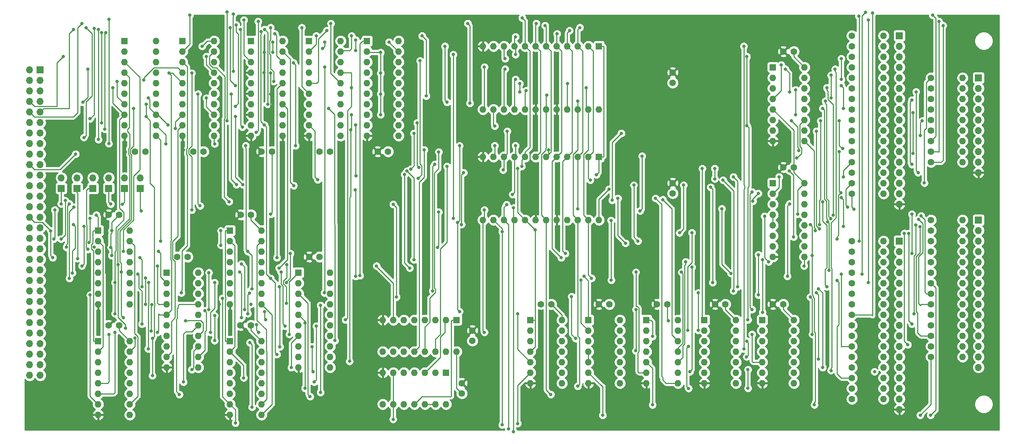
<source format=gbr>
G04 #@! TF.GenerationSoftware,KiCad,Pcbnew,5.1.5+dfsg1-2build2*
G04 #@! TF.CreationDate,2021-02-11T11:00:20+00:00*
G04 #@! TF.ProjectId,instruction,696e7374-7275-4637-9469-6f6e2e6b6963,rev?*
G04 #@! TF.SameCoordinates,Original*
G04 #@! TF.FileFunction,Copper,L2,Bot*
G04 #@! TF.FilePolarity,Positive*
%FSLAX46Y46*%
G04 Gerber Fmt 4.6, Leading zero omitted, Abs format (unit mm)*
G04 Created by KiCad (PCBNEW 5.1.5+dfsg1-2build2) date 2021-02-11 11:00:20*
%MOMM*%
%LPD*%
G04 APERTURE LIST*
%ADD10O,1.700000X1.700000*%
%ADD11R,1.700000X1.700000*%
%ADD12O,1.600000X1.600000*%
%ADD13R,1.600000X1.600000*%
%ADD14C,1.600000*%
%ADD15C,0.800000*%
%ADD16C,0.250000*%
%ADD17C,0.254000*%
G04 APERTURE END LIST*
D10*
X54610000Y-78740000D03*
D11*
X54610000Y-81280000D03*
D10*
X50800000Y-78740000D03*
D11*
X50800000Y-81280000D03*
D10*
X46990000Y-78740000D03*
D11*
X46990000Y-81280000D03*
D10*
X43180000Y-78740000D03*
D11*
X43180000Y-81280000D03*
D10*
X39370000Y-78740000D03*
D11*
X39370000Y-81280000D03*
D10*
X35560000Y-78740000D03*
D11*
X35560000Y-81280000D03*
D12*
X102870000Y-45720000D03*
X95250000Y-68580000D03*
X102870000Y-48260000D03*
X95250000Y-66040000D03*
X102870000Y-50800000D03*
X95250000Y-63500000D03*
X102870000Y-53340000D03*
X95250000Y-60960000D03*
X102870000Y-55880000D03*
X95250000Y-58420000D03*
X102870000Y-58420000D03*
X95250000Y-55880000D03*
X102870000Y-60960000D03*
X95250000Y-53340000D03*
X102870000Y-63500000D03*
X95250000Y-50800000D03*
X102870000Y-66040000D03*
X95250000Y-48260000D03*
X102870000Y-68580000D03*
D13*
X95250000Y-45720000D03*
D12*
X58420000Y-45720000D03*
X50800000Y-68580000D03*
X58420000Y-48260000D03*
X50800000Y-66040000D03*
X58420000Y-50800000D03*
X50800000Y-63500000D03*
X58420000Y-53340000D03*
X50800000Y-60960000D03*
X58420000Y-55880000D03*
X50800000Y-58420000D03*
X58420000Y-58420000D03*
X50800000Y-55880000D03*
X58420000Y-60960000D03*
X50800000Y-53340000D03*
X58420000Y-63500000D03*
X50800000Y-50800000D03*
X58420000Y-66040000D03*
X50800000Y-48260000D03*
X58420000Y-68580000D03*
D13*
X50800000Y-45720000D03*
D12*
X116840000Y-45720000D03*
X109220000Y-68580000D03*
X116840000Y-48260000D03*
X109220000Y-66040000D03*
X116840000Y-50800000D03*
X109220000Y-63500000D03*
X116840000Y-53340000D03*
X109220000Y-60960000D03*
X116840000Y-55880000D03*
X109220000Y-58420000D03*
X116840000Y-58420000D03*
X109220000Y-55880000D03*
X116840000Y-60960000D03*
X109220000Y-53340000D03*
X116840000Y-63500000D03*
X109220000Y-50800000D03*
X116840000Y-66040000D03*
X109220000Y-48260000D03*
X116840000Y-68580000D03*
D13*
X109220000Y-45720000D03*
D12*
X72390000Y-45720000D03*
X64770000Y-68580000D03*
X72390000Y-48260000D03*
X64770000Y-66040000D03*
X72390000Y-50800000D03*
X64770000Y-63500000D03*
X72390000Y-53340000D03*
X64770000Y-60960000D03*
X72390000Y-55880000D03*
X64770000Y-58420000D03*
X72390000Y-58420000D03*
X64770000Y-55880000D03*
X72390000Y-60960000D03*
X64770000Y-53340000D03*
X72390000Y-63500000D03*
X64770000Y-50800000D03*
X72390000Y-66040000D03*
X64770000Y-48260000D03*
X72390000Y-68580000D03*
D13*
X64770000Y-45720000D03*
D12*
X88900000Y-45720000D03*
X81280000Y-68580000D03*
X88900000Y-48260000D03*
X81280000Y-66040000D03*
X88900000Y-50800000D03*
X81280000Y-63500000D03*
X88900000Y-53340000D03*
X81280000Y-60960000D03*
X88900000Y-55880000D03*
X81280000Y-58420000D03*
X88900000Y-58420000D03*
X81280000Y-55880000D03*
X88900000Y-60960000D03*
X81280000Y-53340000D03*
X88900000Y-63500000D03*
X81280000Y-50800000D03*
X88900000Y-66040000D03*
X81280000Y-48260000D03*
X88900000Y-68580000D03*
D13*
X81280000Y-45720000D03*
D12*
X170180000Y-113030000D03*
X162560000Y-128270000D03*
X170180000Y-115570000D03*
X162560000Y-125730000D03*
X170180000Y-118110000D03*
X162560000Y-123190000D03*
X170180000Y-120650000D03*
X162560000Y-120650000D03*
X170180000Y-123190000D03*
X162560000Y-118110000D03*
X170180000Y-125730000D03*
X162560000Y-115570000D03*
X170180000Y-128270000D03*
D13*
X162560000Y-113030000D03*
D12*
X83820000Y-118110000D03*
X76200000Y-135890000D03*
X83820000Y-120650000D03*
X76200000Y-133350000D03*
X83820000Y-123190000D03*
X76200000Y-130810000D03*
X83820000Y-125730000D03*
X76200000Y-128270000D03*
X83820000Y-128270000D03*
X76200000Y-125730000D03*
X83820000Y-130810000D03*
X76200000Y-123190000D03*
X83820000Y-133350000D03*
X76200000Y-120650000D03*
X83820000Y-135890000D03*
D13*
X76200000Y-118110000D03*
D12*
X83820000Y-91440000D03*
X76200000Y-109220000D03*
X83820000Y-93980000D03*
X76200000Y-106680000D03*
X83820000Y-96520000D03*
X76200000Y-104140000D03*
X83820000Y-99060000D03*
X76200000Y-101600000D03*
X83820000Y-101600000D03*
X76200000Y-99060000D03*
X83820000Y-104140000D03*
X76200000Y-96520000D03*
X83820000Y-106680000D03*
X76200000Y-93980000D03*
X83820000Y-109220000D03*
D13*
X76200000Y-91440000D03*
D12*
X52070000Y-118110000D03*
X44450000Y-135890000D03*
X52070000Y-120650000D03*
X44450000Y-133350000D03*
X52070000Y-123190000D03*
X44450000Y-130810000D03*
X52070000Y-125730000D03*
X44450000Y-128270000D03*
X52070000Y-128270000D03*
X44450000Y-125730000D03*
X52070000Y-130810000D03*
X44450000Y-123190000D03*
X52070000Y-133350000D03*
X44450000Y-120650000D03*
X52070000Y-135890000D03*
D13*
X44450000Y-118110000D03*
D12*
X52070000Y-91440000D03*
X44450000Y-109220000D03*
X52070000Y-93980000D03*
X44450000Y-106680000D03*
X52070000Y-96520000D03*
X44450000Y-104140000D03*
X52070000Y-99060000D03*
X44450000Y-101600000D03*
X52070000Y-101600000D03*
X44450000Y-99060000D03*
X52070000Y-104140000D03*
X44450000Y-96520000D03*
X52070000Y-106680000D03*
X44450000Y-93980000D03*
X52070000Y-109220000D03*
D13*
X44450000Y-91440000D03*
D12*
X100330000Y-101600000D03*
X92710000Y-124460000D03*
X100330000Y-104140000D03*
X92710000Y-121920000D03*
X100330000Y-106680000D03*
X92710000Y-119380000D03*
X100330000Y-109220000D03*
X92710000Y-116840000D03*
X100330000Y-111760000D03*
X92710000Y-114300000D03*
X100330000Y-114300000D03*
X92710000Y-111760000D03*
X100330000Y-116840000D03*
X92710000Y-109220000D03*
X100330000Y-119380000D03*
X92710000Y-106680000D03*
X100330000Y-121920000D03*
X92710000Y-104140000D03*
X100330000Y-124460000D03*
D13*
X92710000Y-101600000D03*
D12*
X68580000Y-101600000D03*
X60960000Y-124460000D03*
X68580000Y-104140000D03*
X60960000Y-121920000D03*
X68580000Y-106680000D03*
X60960000Y-119380000D03*
X68580000Y-109220000D03*
X60960000Y-116840000D03*
X68580000Y-111760000D03*
X60960000Y-114300000D03*
X68580000Y-114300000D03*
X60960000Y-111760000D03*
X68580000Y-116840000D03*
X60960000Y-109220000D03*
X68580000Y-119380000D03*
X60960000Y-106680000D03*
X68580000Y-121920000D03*
X60960000Y-104140000D03*
X68580000Y-124460000D03*
D13*
X60960000Y-101600000D03*
D12*
X130810000Y-120650000D03*
X113030000Y-113030000D03*
X128270000Y-120650000D03*
X115570000Y-113030000D03*
X125730000Y-120650000D03*
X118110000Y-113030000D03*
X123190000Y-120650000D03*
X120650000Y-113030000D03*
X120650000Y-120650000D03*
X123190000Y-113030000D03*
X118110000Y-120650000D03*
X125730000Y-113030000D03*
X115570000Y-120650000D03*
X128270000Y-113030000D03*
X113030000Y-120650000D03*
D13*
X130810000Y-113030000D03*
D12*
X214630000Y-52070000D03*
X207010000Y-69850000D03*
X214630000Y-54610000D03*
X207010000Y-67310000D03*
X214630000Y-57150000D03*
X207010000Y-64770000D03*
X214630000Y-59690000D03*
X207010000Y-62230000D03*
X214630000Y-62230000D03*
X207010000Y-59690000D03*
X214630000Y-64770000D03*
X207010000Y-57150000D03*
X214630000Y-67310000D03*
X207010000Y-54610000D03*
X214630000Y-69850000D03*
D13*
X207010000Y-52070000D03*
D12*
X214630000Y-80010000D03*
X207010000Y-97790000D03*
X214630000Y-82550000D03*
X207010000Y-95250000D03*
X214630000Y-85090000D03*
X207010000Y-92710000D03*
X214630000Y-87630000D03*
X207010000Y-90170000D03*
X214630000Y-90170000D03*
X207010000Y-87630000D03*
X214630000Y-92710000D03*
X207010000Y-85090000D03*
X214630000Y-95250000D03*
X207010000Y-82550000D03*
X214630000Y-97790000D03*
D13*
X207010000Y-80010000D03*
D12*
X198120000Y-113030000D03*
X190500000Y-128270000D03*
X198120000Y-115570000D03*
X190500000Y-125730000D03*
X198120000Y-118110000D03*
X190500000Y-123190000D03*
X198120000Y-120650000D03*
X190500000Y-120650000D03*
X198120000Y-123190000D03*
X190500000Y-118110000D03*
X198120000Y-125730000D03*
X190500000Y-115570000D03*
X198120000Y-128270000D03*
D13*
X190500000Y-113030000D03*
D12*
X212090000Y-113030000D03*
X204470000Y-128270000D03*
X212090000Y-115570000D03*
X204470000Y-125730000D03*
X212090000Y-118110000D03*
X204470000Y-123190000D03*
X212090000Y-120650000D03*
X204470000Y-120650000D03*
X212090000Y-123190000D03*
X204470000Y-118110000D03*
X212090000Y-125730000D03*
X204470000Y-115570000D03*
X212090000Y-128270000D03*
D13*
X204470000Y-113030000D03*
D12*
X128270000Y-133350000D03*
X113030000Y-125730000D03*
X125730000Y-133350000D03*
X115570000Y-125730000D03*
X123190000Y-133350000D03*
X118110000Y-125730000D03*
X120650000Y-133350000D03*
X120650000Y-125730000D03*
X118110000Y-133350000D03*
X123190000Y-125730000D03*
X115570000Y-133350000D03*
X125730000Y-125730000D03*
X113030000Y-133350000D03*
D13*
X128270000Y-125730000D03*
D12*
X156210000Y-113030000D03*
X148590000Y-128270000D03*
X156210000Y-115570000D03*
X148590000Y-125730000D03*
X156210000Y-118110000D03*
X148590000Y-123190000D03*
X156210000Y-120650000D03*
X148590000Y-120650000D03*
X156210000Y-123190000D03*
X148590000Y-118110000D03*
X156210000Y-125730000D03*
X148590000Y-115570000D03*
X156210000Y-128270000D03*
D13*
X148590000Y-113030000D03*
D12*
X184150000Y-113030000D03*
X176530000Y-128270000D03*
X184150000Y-115570000D03*
X176530000Y-125730000D03*
X184150000Y-118110000D03*
X176530000Y-123190000D03*
X184150000Y-120650000D03*
X176530000Y-120650000D03*
X184150000Y-123190000D03*
X176530000Y-118110000D03*
X184150000Y-125730000D03*
X176530000Y-115570000D03*
X184150000Y-128270000D03*
D13*
X176530000Y-113030000D03*
D12*
X165100000Y-88900000D03*
X137160000Y-73660000D03*
X162560000Y-88900000D03*
X139700000Y-73660000D03*
X160020000Y-88900000D03*
X142240000Y-73660000D03*
X157480000Y-88900000D03*
X144780000Y-73660000D03*
X154940000Y-88900000D03*
X147320000Y-73660000D03*
X152400000Y-88900000D03*
X149860000Y-73660000D03*
X149860000Y-88900000D03*
X152400000Y-73660000D03*
X147320000Y-88900000D03*
X154940000Y-73660000D03*
X144780000Y-88900000D03*
X157480000Y-73660000D03*
X142240000Y-88900000D03*
X160020000Y-73660000D03*
X139700000Y-88900000D03*
X162560000Y-73660000D03*
X137160000Y-88900000D03*
D13*
X165100000Y-73660000D03*
D12*
X165100000Y-62230000D03*
X137160000Y-46990000D03*
X162560000Y-62230000D03*
X139700000Y-46990000D03*
X160020000Y-62230000D03*
X142240000Y-46990000D03*
X157480000Y-62230000D03*
X144780000Y-46990000D03*
X154940000Y-62230000D03*
X147320000Y-46990000D03*
X152400000Y-62230000D03*
X149860000Y-46990000D03*
X149860000Y-62230000D03*
X152400000Y-46990000D03*
X147320000Y-62230000D03*
X154940000Y-46990000D03*
X144780000Y-62230000D03*
X157480000Y-46990000D03*
X142240000Y-62230000D03*
X160020000Y-46990000D03*
X139700000Y-62230000D03*
X162560000Y-46990000D03*
X137160000Y-62230000D03*
D13*
X165100000Y-46990000D03*
D12*
X252730000Y-121920000D03*
D14*
X245110000Y-121920000D03*
D12*
X252730000Y-119380000D03*
D14*
X245110000Y-119380000D03*
D12*
X252730000Y-116840000D03*
D14*
X245110000Y-116840000D03*
D12*
X252730000Y-114300000D03*
D14*
X245110000Y-114300000D03*
D12*
X252730000Y-111760000D03*
D14*
X245110000Y-111760000D03*
D12*
X252730000Y-109220000D03*
D14*
X245110000Y-109220000D03*
D12*
X252730000Y-106680000D03*
D14*
X245110000Y-106680000D03*
D12*
X252730000Y-104140000D03*
D14*
X245110000Y-104140000D03*
D12*
X252730000Y-101600000D03*
D14*
X245110000Y-101600000D03*
D12*
X252730000Y-99060000D03*
D14*
X245110000Y-99060000D03*
D12*
X252730000Y-96520000D03*
D14*
X245110000Y-96520000D03*
D12*
X252730000Y-93980000D03*
D14*
X245110000Y-93980000D03*
D12*
X252730000Y-91440000D03*
D14*
X245110000Y-91440000D03*
D12*
X252730000Y-88900000D03*
D14*
X245110000Y-88900000D03*
D12*
X252730000Y-74930000D03*
D14*
X245110000Y-74930000D03*
D12*
X252730000Y-72390000D03*
D14*
X245110000Y-72390000D03*
D12*
X252730000Y-69850000D03*
D14*
X245110000Y-69850000D03*
D12*
X252730000Y-67310000D03*
D14*
X245110000Y-67310000D03*
D12*
X252730000Y-64770000D03*
D14*
X245110000Y-64770000D03*
D12*
X252730000Y-62230000D03*
D14*
X245110000Y-62230000D03*
D12*
X252730000Y-59690000D03*
D14*
X245110000Y-59690000D03*
D12*
X252730000Y-57150000D03*
D14*
X245110000Y-57150000D03*
D12*
X252730000Y-54610000D03*
D14*
X245110000Y-54610000D03*
D12*
X233680000Y-82550000D03*
D14*
X226060000Y-82550000D03*
D12*
X233680000Y-80010000D03*
D14*
X226060000Y-80010000D03*
D12*
X233680000Y-77470000D03*
D14*
X226060000Y-77470000D03*
D12*
X233680000Y-74930000D03*
D14*
X226060000Y-74930000D03*
D12*
X233680000Y-72390000D03*
D14*
X226060000Y-72390000D03*
D12*
X233680000Y-69850000D03*
D14*
X226060000Y-69850000D03*
D12*
X233680000Y-67310000D03*
D14*
X226060000Y-67310000D03*
D12*
X233680000Y-64770000D03*
D14*
X226060000Y-64770000D03*
D12*
X233680000Y-62230000D03*
D14*
X226060000Y-62230000D03*
D12*
X233680000Y-59690000D03*
D14*
X226060000Y-59690000D03*
D12*
X233680000Y-57150000D03*
D14*
X226060000Y-57150000D03*
D12*
X233680000Y-54610000D03*
D14*
X226060000Y-54610000D03*
D12*
X233680000Y-52070000D03*
D14*
X226060000Y-52070000D03*
D12*
X233680000Y-49530000D03*
D14*
X226060000Y-49530000D03*
D12*
X233680000Y-46990000D03*
D14*
X226060000Y-46990000D03*
D12*
X233680000Y-44450000D03*
D14*
X226060000Y-44450000D03*
D12*
X233680000Y-132080000D03*
D14*
X226060000Y-132080000D03*
D12*
X233680000Y-129540000D03*
D14*
X226060000Y-129540000D03*
D12*
X233680000Y-127000000D03*
D14*
X226060000Y-127000000D03*
D12*
X233680000Y-124460000D03*
D14*
X226060000Y-124460000D03*
D12*
X233680000Y-121920000D03*
D14*
X226060000Y-121920000D03*
D12*
X233680000Y-119380000D03*
D14*
X226060000Y-119380000D03*
D12*
X233680000Y-116840000D03*
D14*
X226060000Y-116840000D03*
D12*
X233680000Y-114300000D03*
D14*
X226060000Y-114300000D03*
D12*
X233680000Y-111760000D03*
D14*
X226060000Y-111760000D03*
D12*
X233680000Y-109220000D03*
D14*
X226060000Y-109220000D03*
D12*
X233680000Y-106680000D03*
D14*
X226060000Y-106680000D03*
D12*
X233680000Y-104140000D03*
D14*
X226060000Y-104140000D03*
D12*
X233680000Y-101600000D03*
D14*
X226060000Y-101600000D03*
D12*
X233680000Y-99060000D03*
D14*
X226060000Y-99060000D03*
D12*
X233680000Y-96520000D03*
D14*
X226060000Y-96520000D03*
D12*
X233680000Y-93980000D03*
D14*
X226060000Y-93980000D03*
D10*
X256540000Y-124460000D03*
X256540000Y-121920000D03*
X256540000Y-119380000D03*
X256540000Y-116840000D03*
X256540000Y-114300000D03*
X256540000Y-111760000D03*
X256540000Y-109220000D03*
X256540000Y-106680000D03*
X256540000Y-104140000D03*
X256540000Y-101600000D03*
X256540000Y-99060000D03*
X256540000Y-96520000D03*
X256540000Y-93980000D03*
X256540000Y-91440000D03*
D11*
X256540000Y-88900000D03*
D10*
X256540000Y-77470000D03*
X256540000Y-74930000D03*
X256540000Y-72390000D03*
X256540000Y-69850000D03*
X256540000Y-67310000D03*
X256540000Y-64770000D03*
X256540000Y-62230000D03*
X256540000Y-59690000D03*
X256540000Y-57150000D03*
D11*
X256540000Y-54610000D03*
D10*
X237490000Y-85090000D03*
X237490000Y-82550000D03*
X237490000Y-80010000D03*
X237490000Y-77470000D03*
X237490000Y-74930000D03*
X237490000Y-72390000D03*
X237490000Y-69850000D03*
X237490000Y-67310000D03*
X237490000Y-64770000D03*
X237490000Y-62230000D03*
X237490000Y-59690000D03*
X237490000Y-57150000D03*
X237490000Y-54610000D03*
X237490000Y-52070000D03*
X237490000Y-49530000D03*
X237490000Y-46990000D03*
D11*
X237490000Y-44450000D03*
D10*
X237490000Y-134620000D03*
X237490000Y-132080000D03*
X237490000Y-129540000D03*
X237490000Y-127000000D03*
X237490000Y-124460000D03*
X237490000Y-121920000D03*
X237490000Y-119380000D03*
X237490000Y-116840000D03*
X237490000Y-114300000D03*
X237490000Y-111760000D03*
X237490000Y-109220000D03*
X237490000Y-106680000D03*
X237490000Y-104140000D03*
X237490000Y-101600000D03*
X237490000Y-99060000D03*
X237490000Y-96520000D03*
D11*
X237490000Y-93980000D03*
D10*
X27940000Y-126365000D03*
X30480000Y-126365000D03*
X27940000Y-123825000D03*
X30480000Y-123825000D03*
X27940000Y-121285000D03*
X30480000Y-121285000D03*
X27940000Y-118745000D03*
X30480000Y-118745000D03*
X27940000Y-116205000D03*
X30480000Y-116205000D03*
X27940000Y-113665000D03*
X30480000Y-113665000D03*
X27940000Y-111125000D03*
X30480000Y-111125000D03*
X27940000Y-108585000D03*
X30480000Y-108585000D03*
X27940000Y-106045000D03*
X30480000Y-106045000D03*
X27940000Y-103505000D03*
X30480000Y-103505000D03*
X27940000Y-100965000D03*
X30480000Y-100965000D03*
X27940000Y-98425000D03*
X30480000Y-98425000D03*
X27940000Y-95885000D03*
X30480000Y-95885000D03*
X27940000Y-93345000D03*
X30480000Y-93345000D03*
X27940000Y-90805000D03*
X30480000Y-90805000D03*
X27940000Y-88265000D03*
X30480000Y-88265000D03*
X27940000Y-85725000D03*
X30480000Y-85725000D03*
X27940000Y-83185000D03*
X30480000Y-83185000D03*
X27940000Y-80645000D03*
X30480000Y-80645000D03*
X27940000Y-78105000D03*
X30480000Y-78105000D03*
X27940000Y-75565000D03*
X30480000Y-75565000D03*
X27940000Y-73025000D03*
X30480000Y-73025000D03*
X27940000Y-70485000D03*
X30480000Y-70485000D03*
X27940000Y-67945000D03*
X30480000Y-67945000D03*
X27940000Y-65405000D03*
X30480000Y-65405000D03*
X27940000Y-62865000D03*
X30480000Y-62865000D03*
X27940000Y-60325000D03*
X30480000Y-60325000D03*
X27940000Y-57785000D03*
X30480000Y-57785000D03*
X27940000Y-55245000D03*
X30480000Y-55245000D03*
X27940000Y-52705000D03*
D11*
X30480000Y-52705000D03*
D14*
X97790000Y-72390000D03*
X100290000Y-72390000D03*
X53340000Y-72390000D03*
X55840000Y-72390000D03*
X111800000Y-72390000D03*
X114300000Y-72390000D03*
X67350000Y-72390000D03*
X69850000Y-72390000D03*
X83820000Y-72390000D03*
X86320000Y-72390000D03*
X165100000Y-109220000D03*
X167600000Y-109220000D03*
X78740000Y-114300000D03*
X81240000Y-114300000D03*
X78780000Y-87630000D03*
X81280000Y-87630000D03*
X46990000Y-114300000D03*
X49490000Y-114300000D03*
X46990000Y-87630000D03*
X49490000Y-87630000D03*
X95290000Y-97790000D03*
X97790000Y-97790000D03*
X63500000Y-97790000D03*
X66000000Y-97790000D03*
X134620000Y-115570000D03*
X134620000Y-118070000D03*
X209550000Y-48260000D03*
X212050000Y-48260000D03*
X209550000Y-76200000D03*
X212050000Y-76200000D03*
X193080000Y-109220000D03*
X195580000Y-109220000D03*
X207010000Y-109220000D03*
X209510000Y-109220000D03*
X132080000Y-128270000D03*
X132080000Y-130770000D03*
X151130000Y-109220000D03*
X153630000Y-109220000D03*
X179070000Y-109220000D03*
X181570000Y-109220000D03*
X182880000Y-80010000D03*
X182880000Y-82510000D03*
X182880000Y-53340000D03*
X182880000Y-55840000D03*
D15*
X76200000Y-114300000D03*
X73660000Y-109220000D03*
X35560000Y-90170000D03*
X35500000Y-87000000D03*
X47500000Y-103000000D03*
X95500000Y-72000000D03*
X86000000Y-63500000D03*
X86000000Y-68500000D03*
X86000000Y-58500000D03*
X86000000Y-53500000D03*
X74500000Y-48500000D03*
X84500000Y-48500000D03*
X84340000Y-53340000D03*
X93000000Y-58000000D03*
X65000000Y-72000000D03*
X51000000Y-72500000D03*
X45500000Y-72500000D03*
X137500000Y-77500000D03*
X148500000Y-77500000D03*
X73660000Y-96520000D03*
X71120000Y-101600000D03*
X71120000Y-110490000D03*
X81280000Y-109220000D03*
X33020000Y-91530010D03*
X33500000Y-98000000D03*
X47715010Y-97500000D03*
X47715010Y-91500000D03*
X209000000Y-51500000D03*
X231500000Y-125500000D03*
X167500000Y-81500000D03*
X74000000Y-95000000D03*
X74000000Y-91500000D03*
X86000000Y-87500000D03*
X69500000Y-47000000D03*
X157500000Y-56000000D03*
X146000000Y-56000000D03*
X146000000Y-58000000D03*
X106500000Y-48000000D03*
X106500000Y-45500000D03*
X99000000Y-46000000D03*
X98500000Y-47500000D03*
X112500000Y-48500000D03*
X112500000Y-48500000D03*
X112500000Y-63500000D03*
X112500000Y-58500000D03*
X112500000Y-53500000D03*
X47500000Y-95500000D03*
X43495827Y-95495520D03*
X213000000Y-87500000D03*
X111500000Y-100000000D03*
X181860000Y-113230000D03*
X243500000Y-80000000D03*
X225000000Y-85815010D03*
X144500000Y-140000000D03*
X144500000Y-86000000D03*
X203500000Y-82500000D03*
X242000000Y-77500000D03*
X241500000Y-58000000D03*
X143338879Y-139274990D03*
X208500000Y-78500000D03*
X142846214Y-85206542D03*
X202181876Y-84364990D03*
X240500000Y-75500000D03*
X240500000Y-60000000D03*
X141769141Y-138329715D03*
X224000000Y-78500000D03*
X185500000Y-80500000D03*
X141769141Y-91730859D03*
X184500000Y-92020011D03*
X137500000Y-116000000D03*
X240774990Y-72844398D03*
X240774990Y-63000000D03*
X37500000Y-103000000D03*
X175500000Y-73500000D03*
X137500000Y-86500000D03*
X175000000Y-86725010D03*
X38545519Y-85824979D03*
X242500000Y-68500000D03*
X243000000Y-65000000D03*
X38500000Y-90000000D03*
X38225010Y-101690010D03*
X131000000Y-89500000D03*
X131500000Y-71000000D03*
X140000000Y-71000000D03*
X131500000Y-111000000D03*
X145500000Y-111500000D03*
X40500000Y-100000000D03*
X41000000Y-90500000D03*
X143000000Y-67500000D03*
X132000000Y-90000000D03*
X132500000Y-77500000D03*
X142000000Y-76860044D03*
X39500000Y-98225010D03*
X42000000Y-96000000D03*
X37500000Y-85000000D03*
X36774990Y-95482102D03*
X47450522Y-85075043D03*
X35500000Y-93500000D03*
X36517898Y-84225010D03*
X50288214Y-85125032D03*
X34000000Y-86500000D03*
X54797529Y-86725010D03*
X33745010Y-93500000D03*
X145000000Y-44725010D03*
X130000000Y-88500000D03*
X130000000Y-49000000D03*
X145000000Y-49000000D03*
X59500000Y-94000000D03*
X79500000Y-127000000D03*
X42500000Y-88500000D03*
X42252758Y-94359768D03*
X81000000Y-118500000D03*
X44000000Y-87725010D03*
X81512660Y-134039989D03*
X35500000Y-85000000D03*
X180500000Y-84000000D03*
X178724929Y-83685021D03*
X120500000Y-98500000D03*
X186000000Y-99000000D03*
X118848169Y-77116303D03*
X119500000Y-100500000D03*
X174000000Y-101500000D03*
X118259865Y-77924957D03*
X220000000Y-57000000D03*
X221517898Y-87725010D03*
X242707655Y-87920961D03*
X212500000Y-63500000D03*
X212500000Y-57500000D03*
X121274990Y-65500000D03*
X121706943Y-76225010D03*
X240500000Y-114000000D03*
X217500000Y-67500000D03*
X239724046Y-92130808D03*
X120500000Y-68000000D03*
X218274990Y-91017898D03*
X119741036Y-76665956D03*
X218500000Y-65000000D03*
X241000000Y-111500000D03*
X241450588Y-90107255D03*
X39000000Y-73000000D03*
X218274990Y-90017898D03*
X212775010Y-73986329D03*
X222500000Y-93500000D03*
X211500000Y-65000000D03*
X223382916Y-82357596D03*
X226500000Y-86274990D03*
X222987340Y-72464989D03*
X145505010Y-76500000D03*
X149715001Y-91295001D03*
X213208328Y-72150022D03*
X202000000Y-116500000D03*
X125500000Y-75500000D03*
X125000000Y-106000000D03*
X189000000Y-106500000D03*
X189000000Y-115500000D03*
X190000000Y-76500000D03*
X47000000Y-70500000D03*
X47000000Y-40500000D03*
X95500000Y-131500000D03*
X99000000Y-52000000D03*
X98942646Y-106492238D03*
X79564124Y-40675019D03*
X105494999Y-57005001D03*
X44500000Y-69500000D03*
X44500000Y-43000000D03*
X77500000Y-56500000D03*
X94274990Y-129500000D03*
X104000000Y-113000000D03*
X94274990Y-113774990D03*
X76230408Y-42519956D03*
X41000000Y-69000000D03*
X41500000Y-42500000D03*
X77500000Y-61500000D03*
X91000000Y-124500000D03*
X100000000Y-62000000D03*
X101500000Y-118000000D03*
X77691362Y-41876507D03*
X105500000Y-63500000D03*
X105334999Y-67165001D03*
X46000000Y-67000000D03*
X46274990Y-43725010D03*
X105000000Y-123000000D03*
X79174999Y-66500000D03*
X78668028Y-42969967D03*
X84500000Y-66000000D03*
X45225010Y-65500000D03*
X45225010Y-43725010D03*
X86000000Y-103000000D03*
X87500000Y-121339989D03*
X83725010Y-43500000D03*
X42500000Y-64500000D03*
X43500000Y-42725010D03*
X78500000Y-101500000D03*
X79000000Y-112500000D03*
X88000000Y-100500000D03*
X84565314Y-42957862D03*
X83094990Y-116000000D03*
X82635117Y-114140437D03*
X85274990Y-60987340D03*
X40500000Y-41500000D03*
X86000000Y-42500000D03*
X79000000Y-99500000D03*
X79725010Y-110500000D03*
X87500000Y-98000000D03*
X84545010Y-111000000D03*
X84812452Y-112997132D03*
X86725010Y-55500000D03*
X38500000Y-43000000D03*
X87000000Y-44000000D03*
X80500000Y-96500000D03*
X81500000Y-105500000D03*
X80000000Y-71000000D03*
X92000000Y-71000000D03*
X91500000Y-51000000D03*
X36000000Y-49500000D03*
X48500000Y-116000000D03*
X57225010Y-115725010D03*
X64500000Y-106500000D03*
X57330012Y-109297521D03*
X61500000Y-53500000D03*
X42000000Y-52500000D03*
X40774990Y-60487336D03*
X47000000Y-116500000D03*
X58725010Y-116017898D03*
X56000000Y-64000000D03*
X56000000Y-61000000D03*
X57500000Y-117500000D03*
X57500000Y-126455010D03*
X56500000Y-59500000D03*
X61274990Y-65982102D03*
X48000000Y-57000000D03*
X48500000Y-104000000D03*
X48500000Y-111500000D03*
X70130000Y-110770000D03*
X49000000Y-55500000D03*
X53000000Y-62000000D03*
X50000000Y-101500000D03*
X50500000Y-112500000D03*
X65517898Y-113225010D03*
X49225010Y-99700521D03*
X51000000Y-115000000D03*
X50500000Y-96500000D03*
X54500000Y-98000000D03*
X55000000Y-105000000D03*
X170500000Y-68000000D03*
X168271834Y-84135032D03*
X66500000Y-39500000D03*
X227774990Y-94000000D03*
X227684298Y-39725010D03*
X67000000Y-53500000D03*
X67000000Y-86500000D03*
X126500000Y-87000000D03*
X126175021Y-95500000D03*
X55410000Y-55120000D03*
X68500000Y-58500000D03*
X69000000Y-85500000D03*
X205000000Y-88000000D03*
X206000000Y-99000000D03*
X75500000Y-65000000D03*
X75500000Y-38750000D03*
X228500000Y-102000000D03*
X229366106Y-38774990D03*
X63006372Y-66821788D03*
X230000000Y-104000000D03*
X83000000Y-41000000D03*
X230045519Y-40675021D03*
X82544389Y-67774990D03*
X60747598Y-70539989D03*
X72512660Y-70539989D03*
X70500000Y-59500000D03*
X77500000Y-64000000D03*
X219000000Y-84500000D03*
X220000000Y-105000000D03*
X79308452Y-80374968D03*
X76500000Y-58500000D03*
X202000000Y-110500000D03*
X77758436Y-80374968D03*
X202000000Y-82150009D03*
X70500000Y-49500000D03*
X77000000Y-53000000D03*
X77000000Y-39200020D03*
X231000000Y-39000000D03*
X155000000Y-44000000D03*
X96987340Y-44487340D03*
X156000000Y-98000000D03*
X204487340Y-98512660D03*
X204500000Y-111179989D03*
X158000000Y-43225010D03*
X99500000Y-43225010D03*
X157000000Y-97000000D03*
X203500000Y-107000000D03*
X216000000Y-107500000D03*
X216500000Y-116500000D03*
X203500000Y-97274990D03*
X160500000Y-42500000D03*
X93500000Y-42500000D03*
X223500000Y-102000000D03*
X196880865Y-101774990D03*
X194712296Y-86193232D03*
X160000000Y-86225010D03*
X197500000Y-106000000D03*
X217500000Y-106500000D03*
X218000000Y-122500000D03*
X97340904Y-79189991D03*
X163012660Y-79274990D03*
X194987155Y-79284990D03*
X106500000Y-66000000D03*
X164500000Y-78000000D03*
X197500000Y-78500000D03*
X198500000Y-105000000D03*
X218000000Y-105500000D03*
X219000000Y-124500000D03*
X106558216Y-78289969D03*
X162000000Y-57000000D03*
X222500000Y-103500000D03*
X163321487Y-102964979D03*
X100500000Y-41500000D03*
X133500000Y-41500000D03*
X134000000Y-60725010D03*
X160000000Y-60225010D03*
X160000000Y-129000000D03*
X123500000Y-59000000D03*
X122500000Y-44500000D03*
X105500000Y-44500000D03*
X152512660Y-58774990D03*
X153500000Y-131000000D03*
X142500000Y-50000000D03*
X122000000Y-50500000D03*
X121545519Y-78824979D03*
X200000000Y-47000000D03*
X200000000Y-120000000D03*
X137500000Y-52000000D03*
X222000000Y-52500000D03*
X221000000Y-125225010D03*
X201000000Y-113000000D03*
X223500000Y-55000000D03*
X223500000Y-50000000D03*
X200725010Y-49500000D03*
X140000000Y-66225010D03*
X200737171Y-66134979D03*
X142500000Y-52500000D03*
X210000000Y-52500000D03*
X211000000Y-58000000D03*
X145000000Y-55000000D03*
X221000000Y-54000000D03*
X221000000Y-59500000D03*
X147500000Y-57725010D03*
X223500000Y-56500000D03*
X224000000Y-62000000D03*
X223000000Y-65000000D03*
X145000000Y-71000000D03*
X144272332Y-82774990D03*
X223833496Y-71700011D03*
X128500000Y-76000000D03*
X146500000Y-76000000D03*
X245500000Y-39500000D03*
X146626928Y-40175021D03*
X247000000Y-41000000D03*
X126500000Y-72500000D03*
X150012660Y-41512660D03*
X123000000Y-72000000D03*
X248000000Y-42000000D03*
X153000000Y-72000000D03*
X152132614Y-42025052D03*
X223500000Y-83500000D03*
X224000000Y-90500000D03*
X72500000Y-104000000D03*
X71500000Y-116000000D03*
X90500000Y-116500000D03*
X192500000Y-104000000D03*
X192000000Y-81000000D03*
X161500000Y-102500000D03*
X114500000Y-46000000D03*
X210500000Y-102500000D03*
X211000000Y-85000000D03*
X107500000Y-102325010D03*
X106500000Y-102500000D03*
X240500000Y-87500000D03*
X240500000Y-97000000D03*
X168000000Y-89000000D03*
X91554010Y-80619458D03*
X106428321Y-81675019D03*
X160725010Y-103414990D03*
X168061938Y-103414990D03*
X86500000Y-46000000D03*
X86500000Y-48500000D03*
X216500000Y-97500000D03*
X216000000Y-90000000D03*
X217000000Y-133500000D03*
X178000000Y-133500000D03*
X214500000Y-100000000D03*
X187000000Y-125500000D03*
X187500000Y-100274990D03*
X115500000Y-137000000D03*
X245000000Y-136000000D03*
X220962279Y-88556461D03*
X242130856Y-88737862D03*
X128000000Y-47000000D03*
X128500000Y-60500000D03*
X219665467Y-60240574D03*
X219000000Y-62000000D03*
X242434572Y-90503168D03*
X220225010Y-89349386D03*
X185000000Y-101500000D03*
X220500000Y-101000000D03*
X239500000Y-119000000D03*
X238678227Y-92110309D03*
X217225010Y-91500000D03*
X186500000Y-115500000D03*
X187500000Y-91984990D03*
X242500000Y-136000000D03*
X166000000Y-136000000D03*
X174000000Y-110500000D03*
X173961105Y-120464995D03*
X55880000Y-109220000D03*
X55880000Y-102870000D03*
X186690000Y-119380000D03*
X186690000Y-129540000D03*
X178000000Y-117000000D03*
X42500000Y-107000000D03*
X145500000Y-138000000D03*
X77500000Y-137874968D03*
X74385010Y-107805001D03*
X200660000Y-121920000D03*
X200725010Y-118110000D03*
X201000000Y-125000000D03*
X201000000Y-129500000D03*
X171500000Y-94500000D03*
X169672525Y-83685021D03*
X193000000Y-79000000D03*
X193000000Y-76500000D03*
X210936394Y-77048462D03*
X212000000Y-93000000D03*
X173500000Y-80500000D03*
X174500000Y-94000000D03*
X56500000Y-120000000D03*
X56605010Y-104000000D03*
X64000000Y-131000000D03*
X54000000Y-102000000D03*
X55000000Y-114000000D03*
X65000000Y-128000000D03*
X58725010Y-100017898D03*
X67000000Y-125000000D03*
X59000000Y-96500000D03*
X88225010Y-119517898D03*
X88113350Y-105058145D03*
X98000000Y-130500000D03*
X98000000Y-109500000D03*
X88500000Y-101500000D03*
X89500000Y-114500000D03*
X96500000Y-128000000D03*
X97000000Y-114500000D03*
X89875165Y-99650155D03*
X89774990Y-108982102D03*
X96000000Y-119500000D03*
X96224790Y-125482102D03*
X90750011Y-97000000D03*
X89774990Y-103985053D03*
X72500000Y-118000000D03*
X72500000Y-112000000D03*
X80500000Y-111500000D03*
X80927660Y-106572340D03*
X53280929Y-117407391D03*
X76000000Y-84500000D03*
X159500000Y-117500000D03*
X115523165Y-85125032D03*
X116295010Y-107500000D03*
X158502956Y-107369989D03*
D16*
X76200000Y-109220000D02*
X76200000Y-114300000D01*
X35560000Y-87060000D02*
X35500000Y-87000000D01*
X35560000Y-90170000D02*
X35560000Y-87060000D01*
X95250000Y-71750000D02*
X95500000Y-72000000D01*
X95250000Y-68580000D02*
X95250000Y-71750000D01*
X86000000Y-63500000D02*
X86000000Y-68500000D01*
X86000000Y-63500000D02*
X86000000Y-58500000D01*
X86000000Y-58500000D02*
X86000000Y-53500000D01*
X84500000Y-53180000D02*
X84340000Y-53340000D01*
X84500000Y-48500000D02*
X84500000Y-53180000D01*
X64770000Y-71770000D02*
X65000000Y-72000000D01*
X64770000Y-68580000D02*
X64770000Y-71770000D01*
X81280000Y-69850000D02*
X83820000Y-72390000D01*
X81280000Y-68580000D02*
X81280000Y-69850000D01*
X50800000Y-72300000D02*
X51000000Y-72500000D01*
X50800000Y-68580000D02*
X50800000Y-72300000D01*
X45500000Y-86140000D02*
X46990000Y-87630000D01*
X45500000Y-72500000D02*
X45500000Y-86140000D01*
X137160000Y-77160000D02*
X137500000Y-77500000D01*
X137160000Y-73660000D02*
X137160000Y-77160000D01*
X149860000Y-71140000D02*
X149860000Y-62230000D01*
X148500000Y-72500000D02*
X149860000Y-71140000D01*
X148500000Y-77500000D02*
X148500000Y-72500000D01*
X46990000Y-87630000D02*
X46190001Y-88429999D01*
X46190001Y-88429999D02*
X46190001Y-101690001D01*
X46190001Y-101690001D02*
X47100001Y-102600001D01*
X47100001Y-102600001D02*
X47500000Y-103000000D01*
X115570000Y-104140000D02*
X115570000Y-113030000D01*
X111760000Y-100330000D02*
X115570000Y-104140000D01*
X81240000Y-115530000D02*
X83820000Y-118110000D01*
X81240000Y-114300000D02*
X81240000Y-115530000D01*
X71120000Y-101600000D02*
X71120000Y-110490000D01*
X29115001Y-89440001D02*
X30929991Y-89440001D01*
X27940000Y-88265000D02*
X29115001Y-89440001D01*
X30929991Y-89440001D02*
X32620001Y-91130011D01*
X32620001Y-91130011D02*
X33020000Y-91530010D01*
X33020000Y-97520000D02*
X33020000Y-91530010D01*
X33500000Y-98000000D02*
X33020000Y-97520000D01*
X47715010Y-91500000D02*
X47715010Y-92065685D01*
X49490000Y-115530000D02*
X52070000Y-118110000D01*
X49490000Y-114300000D02*
X49490000Y-115530000D01*
X212050000Y-49490000D02*
X214630000Y-52070000D01*
X212050000Y-48260000D02*
X212050000Y-49490000D01*
X209000000Y-57700000D02*
X209000000Y-51500000D01*
X207010000Y-59690000D02*
X209000000Y-57700000D01*
X212050000Y-76200000D02*
X212050000Y-67270000D01*
X212050000Y-67270000D02*
X207010000Y-62230000D01*
X209510000Y-110450000D02*
X212090000Y-113030000D01*
X209510000Y-109220000D02*
X209510000Y-110450000D01*
X165100000Y-83900000D02*
X165100000Y-88900000D01*
X167500000Y-81500000D02*
X165100000Y-83900000D01*
X81280000Y-88900000D02*
X83820000Y-91440000D01*
X81280000Y-87630000D02*
X81280000Y-88900000D01*
X74000000Y-95000000D02*
X74000000Y-91500000D01*
X86320000Y-87180000D02*
X86000000Y-87500000D01*
X86320000Y-72390000D02*
X86320000Y-87180000D01*
X70780000Y-45720000D02*
X69500000Y-47000000D01*
X72390000Y-45720000D02*
X70780000Y-45720000D01*
X47715010Y-89404990D02*
X49490000Y-87630000D01*
X47715010Y-91500000D02*
X47715010Y-89404990D01*
X157480000Y-56020000D02*
X157500000Y-56000000D01*
X157480000Y-62230000D02*
X157480000Y-56020000D01*
X146000000Y-56000000D02*
X146000000Y-58000000D01*
X106500000Y-48000000D02*
X106500000Y-45500000D01*
X99000000Y-47000000D02*
X98500000Y-47500000D01*
X99000000Y-46000000D02*
X99000000Y-47000000D01*
X109220000Y-48260000D02*
X109260000Y-48260000D01*
X109260000Y-48260000D02*
X109500000Y-48500000D01*
X109500000Y-48500000D02*
X112500000Y-48500000D01*
X112500000Y-58500000D02*
X112500000Y-63500000D01*
X112500000Y-48500000D02*
X112500000Y-53500000D01*
X112500000Y-53500000D02*
X112500000Y-58500000D01*
X156210000Y-111800000D02*
X156210000Y-113030000D01*
X153630000Y-109220000D02*
X156210000Y-111800000D01*
X47715010Y-95715010D02*
X47500000Y-95500000D01*
X47715010Y-97500000D02*
X47715010Y-95715010D01*
X47500000Y-92280695D02*
X47715010Y-92065685D01*
X47500000Y-95500000D02*
X47500000Y-92280695D01*
X207010000Y-90170000D02*
X207010000Y-87630000D01*
X213000000Y-81640000D02*
X214630000Y-80010000D01*
X213000000Y-87500000D02*
X213000000Y-81640000D01*
X212050000Y-77430000D02*
X214630000Y-80010000D01*
X212050000Y-76200000D02*
X212050000Y-77430000D01*
X111760000Y-100260000D02*
X111500000Y-100000000D01*
X111760000Y-100330000D02*
X111760000Y-100260000D01*
X130810000Y-129500000D02*
X132080000Y-130770000D01*
X130810000Y-120650000D02*
X130810000Y-129500000D01*
X195580000Y-110490000D02*
X198120000Y-113030000D01*
X195580000Y-109220000D02*
X195580000Y-110490000D01*
X181570000Y-112940000D02*
X181860000Y-113230000D01*
X181570000Y-109220000D02*
X181570000Y-112940000D01*
X244310001Y-55409999D02*
X245110000Y-54610000D01*
X243984999Y-55735001D02*
X244310001Y-55409999D01*
X243984999Y-66769999D02*
X243984999Y-55735001D01*
X243500000Y-67254998D02*
X243984999Y-66769999D01*
X243500000Y-80000000D02*
X243500000Y-67254998D01*
X224600001Y-85415011D02*
X225000000Y-85815010D01*
X224600001Y-81469999D02*
X224600001Y-85415011D01*
X226060000Y-80010000D02*
X224600001Y-81469999D01*
X144500000Y-89180000D02*
X144780000Y-88900000D01*
X144500000Y-140000000D02*
X144500000Y-89180000D01*
X144500000Y-88620000D02*
X144780000Y-88900000D01*
X144500000Y-86000000D02*
X144500000Y-88620000D01*
X241500000Y-77000000D02*
X241500000Y-73725001D01*
X242000000Y-77500000D02*
X241500000Y-77000000D01*
X241500000Y-73725001D02*
X241500000Y-64000000D01*
X241500000Y-64000000D02*
X241500000Y-58000000D01*
X142240000Y-88900000D02*
X143338879Y-89998879D01*
X143338879Y-89998879D02*
X143338879Y-139274990D01*
X208500000Y-81060000D02*
X207010000Y-82550000D01*
X208500000Y-78500000D02*
X208500000Y-81060000D01*
X142240000Y-88900000D02*
X142240000Y-85812756D01*
X142240000Y-85812756D02*
X142846214Y-85206542D01*
X202181876Y-83818124D02*
X202181876Y-84364990D01*
X203500000Y-82500000D02*
X202181876Y-83818124D01*
X240500000Y-75500000D02*
X240049989Y-75049989D01*
X240049989Y-60450011D02*
X240100001Y-60399999D01*
X240049989Y-75049989D02*
X240049989Y-60450011D01*
X240100001Y-60399999D02*
X240500000Y-60000000D01*
X141769141Y-137764030D02*
X141769141Y-138329715D01*
X139700000Y-88900000D02*
X141769141Y-90969141D01*
X224000000Y-76990000D02*
X226060000Y-74930000D01*
X224000000Y-78500000D02*
X224000000Y-76990000D01*
X141769141Y-91730859D02*
X141769141Y-137764030D01*
X141769141Y-90969141D02*
X141769141Y-91730859D01*
X185500000Y-91020011D02*
X184500000Y-92020011D01*
X185500000Y-80500000D02*
X185500000Y-91020011D01*
X137160000Y-115660000D02*
X137500000Y-116000000D01*
X137160000Y-88900000D02*
X137160000Y-115660000D01*
X240774990Y-72844398D02*
X240774990Y-63000000D01*
X137500000Y-88560000D02*
X137160000Y-88900000D01*
X137500000Y-86500000D02*
X137500000Y-88560000D01*
X175500000Y-86225010D02*
X175000000Y-86725010D01*
X175500000Y-73500000D02*
X175500000Y-86225010D01*
X37500000Y-86870498D02*
X38545519Y-85824979D01*
X37500000Y-103000000D02*
X37500000Y-86870498D01*
X242500000Y-65500000D02*
X243000000Y-65000000D01*
X242500000Y-68500000D02*
X242500000Y-65500000D01*
X38225010Y-96411400D02*
X38225010Y-101124325D01*
X38950009Y-90450009D02*
X38950009Y-95686401D01*
X38225010Y-101124325D02*
X38225010Y-101690010D01*
X38950009Y-95686401D02*
X38225010Y-96411400D01*
X38500000Y-90000000D02*
X38950009Y-90450009D01*
X131500000Y-89000000D02*
X131500000Y-71000000D01*
X131000000Y-89500000D02*
X131500000Y-89000000D01*
X140000000Y-73360000D02*
X139700000Y-73660000D01*
X140000000Y-71000000D02*
X140000000Y-73360000D01*
X131000000Y-110500000D02*
X131500000Y-111000000D01*
X131000000Y-89500000D02*
X131000000Y-110500000D01*
X145500000Y-120100000D02*
X148590000Y-123190000D01*
X145500000Y-111500000D02*
X145500000Y-120100000D01*
X40500000Y-100000000D02*
X41000000Y-99500000D01*
X41000000Y-99500000D02*
X41000000Y-90500000D01*
X143000000Y-72900000D02*
X142240000Y-73660000D01*
X143000000Y-67500000D02*
X143000000Y-72900000D01*
X132000000Y-78000000D02*
X132500000Y-77500000D01*
X132000000Y-90000000D02*
X132000000Y-78000000D01*
X142240000Y-73660000D02*
X142240000Y-76620044D01*
X142240000Y-76620044D02*
X142000000Y-76860044D01*
X39370000Y-82380000D02*
X39500000Y-82510000D01*
X39370000Y-81280000D02*
X39370000Y-82380000D01*
X39500000Y-97659325D02*
X39500000Y-98225010D01*
X39500000Y-82510000D02*
X39500000Y-97659325D01*
X41600001Y-81759999D02*
X41600001Y-90026997D01*
X41725002Y-90151998D02*
X41725002Y-93814522D01*
X41725002Y-93814522D02*
X41527757Y-94011767D01*
X41527757Y-94011767D02*
X41527757Y-95527757D01*
X41600001Y-90026997D02*
X41725002Y-90151998D01*
X41527757Y-95527757D02*
X41600001Y-95600001D01*
X41600001Y-95600001D02*
X42000000Y-96000000D01*
X43180000Y-81280000D02*
X42080000Y-81280000D01*
X42080000Y-81280000D02*
X41600001Y-81759999D01*
X36774990Y-94916417D02*
X36774990Y-95482102D01*
X37500000Y-85000000D02*
X37049989Y-85450011D01*
X37049989Y-85450011D02*
X37049989Y-94641418D01*
X37049989Y-94641418D02*
X36774990Y-94916417D01*
X46990000Y-81280000D02*
X46990000Y-84614521D01*
X46990000Y-84614521D02*
X47450522Y-85075043D01*
X35500000Y-93500000D02*
X36517898Y-92482102D01*
X36517898Y-92482102D02*
X36517898Y-84225010D01*
X50800000Y-84613246D02*
X50288214Y-85125032D01*
X50800000Y-81280000D02*
X50800000Y-84613246D01*
X54610000Y-81280000D02*
X54610000Y-86537481D01*
X54610000Y-86537481D02*
X54797529Y-86725010D01*
X34000000Y-86500000D02*
X34000000Y-93245010D01*
X34000000Y-93245010D02*
X33745010Y-93500000D01*
X144780000Y-46990000D02*
X144780000Y-44945010D01*
X144780000Y-44945010D02*
X145000000Y-44725010D01*
X130000000Y-88500000D02*
X130000000Y-49000000D01*
X145000000Y-47210000D02*
X144780000Y-46990000D01*
X145000000Y-49000000D02*
X145000000Y-47210000D01*
X45249999Y-119850001D02*
X44450000Y-120650000D01*
X45575001Y-119524999D02*
X45249999Y-119850001D01*
X45575001Y-95105001D02*
X45575001Y-119524999D01*
X44450000Y-93980000D02*
X45575001Y-95105001D01*
X77325001Y-95105001D02*
X76999999Y-94779999D01*
X76999999Y-94779999D02*
X76200000Y-93980000D01*
X77325001Y-119524999D02*
X77325001Y-95105001D01*
X76200000Y-120650000D02*
X77325001Y-119524999D01*
X58420000Y-68580000D02*
X59500000Y-69660000D01*
X59500000Y-93434315D02*
X59500000Y-94000000D01*
X59500000Y-69660000D02*
X59500000Y-93434315D01*
X42500000Y-94112526D02*
X42252758Y-94359768D01*
X42500000Y-88500000D02*
X42500000Y-94112526D01*
X79500000Y-123950000D02*
X76200000Y-120650000D01*
X79500000Y-127000000D02*
X79500000Y-123950000D01*
X75074999Y-118034999D02*
X75150000Y-118110000D01*
X75074999Y-91515001D02*
X75074999Y-107421988D01*
X75074999Y-108188014D02*
X75074999Y-118034999D01*
X75150000Y-91440000D02*
X75074999Y-91515001D01*
X75110011Y-107457000D02*
X75110011Y-108153002D01*
X75074999Y-107421988D02*
X75110011Y-107457000D01*
X75150000Y-118110000D02*
X76200000Y-118110000D01*
X75110011Y-108153002D02*
X75074999Y-108188014D01*
X76200000Y-91440000D02*
X75150000Y-91440000D01*
X44450000Y-88175010D02*
X44000000Y-87725010D01*
X44450000Y-91440000D02*
X44450000Y-88175010D01*
X81000000Y-118500000D02*
X81512660Y-119012660D01*
X81512660Y-119012660D02*
X81512660Y-134039989D01*
X43400000Y-118110000D02*
X44450000Y-118110000D01*
X43324999Y-96397694D02*
X43324999Y-118034999D01*
X42770826Y-95843521D02*
X43324999Y-96397694D01*
X42770826Y-94867019D02*
X42770826Y-95843521D01*
X43112848Y-91727152D02*
X43112848Y-94524997D01*
X43400000Y-91440000D02*
X43112848Y-91727152D01*
X44450000Y-91440000D02*
X43400000Y-91440000D01*
X43112848Y-94524997D02*
X42770826Y-94867019D01*
X43324999Y-118034999D02*
X43400000Y-118110000D01*
X35560000Y-84940000D02*
X35500000Y-85000000D01*
X35560000Y-81280000D02*
X35560000Y-84940000D01*
X183350001Y-117310001D02*
X184150000Y-118110000D01*
X182695001Y-116655001D02*
X183350001Y-117310001D01*
X182695001Y-86195001D02*
X182695001Y-116655001D01*
X180500000Y-84000000D02*
X182695001Y-86195001D01*
X181270000Y-128270000D02*
X184150000Y-128270000D01*
X180500000Y-127500000D02*
X181270000Y-128270000D01*
X180500000Y-126934315D02*
X180500000Y-127500000D01*
X180195001Y-85155093D02*
X180195001Y-126629316D01*
X180195001Y-126629316D02*
X180500000Y-126934315D01*
X178724929Y-83685021D02*
X180195001Y-85155093D01*
X186000000Y-99000000D02*
X186000000Y-99565685D01*
X185725012Y-99840673D02*
X185725012Y-118836401D01*
X185725012Y-118836401D02*
X185275001Y-119286411D01*
X186000000Y-99565685D02*
X185725012Y-99840673D01*
X185275001Y-119286411D02*
X185275001Y-122064999D01*
X185275001Y-122064999D02*
X184949999Y-122390001D01*
X184949999Y-122390001D02*
X184150000Y-123190000D01*
X120500000Y-98500000D02*
X120500000Y-78768134D01*
X120500000Y-78768134D02*
X118848169Y-77116303D01*
X174000000Y-101500000D02*
X174000000Y-109774999D01*
X174725001Y-110151999D02*
X174725001Y-120725001D01*
X174348001Y-109774999D02*
X174725001Y-110151999D01*
X174000000Y-109774999D02*
X174348001Y-109774999D01*
X174725001Y-120725001D02*
X174500000Y-120950002D01*
X174500000Y-120950002D02*
X174500000Y-125500000D01*
X119500000Y-100500000D02*
X118259865Y-99259865D01*
X118259865Y-99259865D02*
X118259865Y-77924957D01*
X174730000Y-125730000D02*
X176530000Y-125730000D01*
X174500000Y-125500000D02*
X174730000Y-125730000D01*
X212500000Y-63500000D02*
X212500000Y-57500000D01*
X220000000Y-57000000D02*
X220000000Y-57565685D01*
X221517898Y-61090902D02*
X221517898Y-87159325D01*
X220274998Y-57840683D02*
X220274998Y-59848002D01*
X220274998Y-59848002D02*
X221517898Y-61090902D01*
X220000000Y-57565685D02*
X220274998Y-57840683D01*
X221517898Y-87159325D02*
X221517898Y-87725010D01*
X121274990Y-65500000D02*
X121274990Y-75793057D01*
X121274990Y-75793057D02*
X121706943Y-76225010D01*
X243978630Y-106680000D02*
X245110000Y-106680000D01*
X243609584Y-106310954D02*
X243978630Y-106680000D01*
X243609584Y-88822890D02*
X243609584Y-106310954D01*
X242707655Y-87920961D02*
X243609584Y-88822890D01*
X239724046Y-113224046D02*
X239724046Y-92130808D01*
X240500000Y-114000000D02*
X239724046Y-113224046D01*
X217500000Y-67500000D02*
X217500000Y-90308593D01*
X217500000Y-90308593D02*
X218209305Y-91017898D01*
X218209305Y-91017898D02*
X218274990Y-91017898D01*
X120500000Y-75906992D02*
X120141035Y-76265957D01*
X120141035Y-76265957D02*
X119741036Y-76665956D01*
X120500000Y-68000000D02*
X120500000Y-75906992D01*
X241000000Y-111500000D02*
X241000000Y-97573004D01*
X241450588Y-90672940D02*
X241450588Y-90107255D01*
X241450588Y-97122416D02*
X241450588Y-90672940D01*
X241000000Y-97573004D02*
X241450588Y-97122416D01*
X35259999Y-76740001D02*
X39000000Y-73000000D01*
X29115001Y-76740001D02*
X35259999Y-76740001D01*
X27940000Y-75565000D02*
X29115001Y-76740001D01*
X218500000Y-65000000D02*
X218500000Y-83926998D01*
X218274990Y-84152008D02*
X218274990Y-89452213D01*
X218274990Y-89452213D02*
X218274990Y-90017898D01*
X218500000Y-83926998D02*
X218274990Y-84152008D01*
X213500011Y-71171613D02*
X213933330Y-71604932D01*
X213175009Y-73586330D02*
X212775010Y-73986329D01*
X213500011Y-65899989D02*
X213500011Y-71171613D01*
X213933330Y-71604932D02*
X213933330Y-72828009D01*
X213933330Y-72828009D02*
X213175009Y-73586330D01*
X214630000Y-64770000D02*
X213500011Y-65899989D01*
X222982917Y-82757595D02*
X223382916Y-82357596D01*
X222500000Y-93500000D02*
X222500000Y-92934315D01*
X222500000Y-92934315D02*
X222774999Y-92659316D01*
X222774999Y-92659316D02*
X222774999Y-82965513D01*
X222774999Y-82965513D02*
X222982917Y-82757595D01*
X226060000Y-82550000D02*
X226060000Y-85834990D01*
X226060000Y-85834990D02*
X226500000Y-86274990D01*
X222982917Y-81957597D02*
X222982917Y-72469412D01*
X223382916Y-82357596D02*
X222982917Y-81957597D01*
X222982917Y-72469412D02*
X222987340Y-72464989D01*
X145505010Y-77065685D02*
X145505010Y-76500000D01*
X145505010Y-87085010D02*
X145505010Y-77065685D01*
X147320000Y-88900000D02*
X145505010Y-87085010D01*
X148119999Y-89699999D02*
X147320000Y-88900000D01*
X149715001Y-91295001D02*
X148119999Y-89699999D01*
X148590000Y-120650000D02*
X149715001Y-119524999D01*
X149715001Y-112954999D02*
X149640000Y-113030000D01*
X149640000Y-113030000D02*
X148590000Y-113030000D01*
X149715001Y-112784999D02*
X149715001Y-112954999D01*
X149715001Y-119524999D02*
X149715001Y-112784999D01*
X149715001Y-112784999D02*
X149715001Y-91295001D01*
X212966116Y-66466116D02*
X212966116Y-71342125D01*
X211500000Y-65000000D02*
X212966116Y-66466116D01*
X212966116Y-71342125D02*
X213208328Y-71584337D01*
X213208328Y-71584337D02*
X213208328Y-72150022D01*
X202000000Y-116500000D02*
X202000000Y-123000000D01*
X125500000Y-75500000D02*
X125000000Y-76000000D01*
X125000000Y-76000000D02*
X125000000Y-106000000D01*
X189000000Y-106500000D02*
X189000000Y-115500000D01*
X202190000Y-123190000D02*
X204470000Y-123190000D01*
X202000000Y-123000000D02*
X202190000Y-123190000D01*
X190000000Y-112530000D02*
X190500000Y-113030000D01*
X190000000Y-76500000D02*
X190000000Y-112530000D01*
X47000000Y-70500000D02*
X47000000Y-40500000D01*
X95500000Y-131500000D02*
X95000000Y-131000000D01*
X95000000Y-108970000D02*
X92710000Y-106680000D01*
X95000000Y-131000000D02*
X95000000Y-108970000D01*
X99000000Y-106434884D02*
X98942646Y-106492238D01*
X99000000Y-52000000D02*
X99000000Y-106434884D01*
X79564124Y-49084124D02*
X79564124Y-41240704D01*
X79564124Y-41240704D02*
X79564124Y-40675019D01*
X81280000Y-50800000D02*
X79564124Y-49084124D01*
X105500000Y-57000000D02*
X105494999Y-57005001D01*
X105500000Y-53500000D02*
X105500000Y-57000000D01*
X44500000Y-69500000D02*
X44500000Y-43000000D01*
X92710000Y-111760000D02*
X94274990Y-113324990D01*
X94274990Y-128934315D02*
X94274990Y-129500000D01*
X105494999Y-57005001D02*
X105494999Y-61505001D01*
X105494999Y-61505001D02*
X104500000Y-62500000D01*
X104500000Y-112500000D02*
X104000000Y-113000000D01*
X104500000Y-62500000D02*
X104500000Y-112500000D01*
X94274990Y-113774990D02*
X94274990Y-128934315D01*
X94274990Y-113324990D02*
X94274990Y-113774990D01*
X76230408Y-55230408D02*
X76230408Y-42519956D01*
X77500000Y-56500000D02*
X76230408Y-55230408D01*
X105340000Y-53340000D02*
X102870000Y-53340000D01*
X105500000Y-53500000D02*
X105340000Y-53340000D01*
X42950011Y-43950011D02*
X41500000Y-42500000D01*
X42950011Y-58948725D02*
X42950011Y-43950011D01*
X41500000Y-68500000D02*
X41500000Y-60398736D01*
X41500000Y-60398736D02*
X42950011Y-58948725D01*
X41000000Y-69000000D02*
X41500000Y-68500000D01*
X91000000Y-118550000D02*
X92710000Y-116840000D01*
X91000000Y-124500000D02*
X91000000Y-118550000D01*
X101415001Y-63415001D02*
X101415001Y-89915001D01*
X100000000Y-62000000D02*
X101415001Y-63415001D01*
X101500000Y-90000000D02*
X101500000Y-118000000D01*
X101415001Y-89915001D02*
X101500000Y-90000000D01*
X78225002Y-44088592D02*
X77691362Y-43554952D01*
X78225002Y-60774998D02*
X78225002Y-44088592D01*
X77691362Y-42442192D02*
X77691362Y-41876507D01*
X77691362Y-43554952D02*
X77691362Y-42442192D01*
X77500000Y-61500000D02*
X78225002Y-60774998D01*
X105500000Y-67000000D02*
X105334999Y-67165001D01*
X105500000Y-63500000D02*
X105500000Y-67000000D01*
X46000000Y-67000000D02*
X46000000Y-44000000D01*
X46000000Y-44000000D02*
X46274990Y-43725010D01*
X105334999Y-67165001D02*
X105334999Y-83165001D01*
X105334999Y-83165001D02*
X105000000Y-83500000D01*
X105000000Y-83500000D02*
X105000000Y-123000000D01*
X78775000Y-66100001D02*
X78775000Y-43076939D01*
X79174999Y-66500000D02*
X78775000Y-66100001D01*
X78775000Y-43076939D02*
X78668028Y-42969967D01*
X45225010Y-65500000D02*
X45225010Y-64934315D01*
X45225010Y-64934315D02*
X45225010Y-43725010D01*
X85600001Y-102600001D02*
X86000000Y-103000000D01*
X84945001Y-101945001D02*
X85600001Y-102600001D01*
X84945001Y-66445001D02*
X84945001Y-101945001D01*
X84500000Y-66000000D02*
X84945001Y-66445001D01*
X87100001Y-104100001D02*
X87100001Y-120939990D01*
X87100001Y-120939990D02*
X87500000Y-121339989D01*
X86000000Y-103000000D02*
X87100001Y-104100001D01*
X84500000Y-66000000D02*
X83614998Y-65114998D01*
X83614998Y-65114998D02*
X83614998Y-44175697D01*
X83614998Y-44175697D02*
X83725010Y-44065685D01*
X83725010Y-44065685D02*
X83725010Y-43500000D01*
X43500000Y-63500000D02*
X43500000Y-42725010D01*
X42500000Y-64500000D02*
X43500000Y-63500000D01*
X78500000Y-101500000D02*
X79000000Y-102000000D01*
X79000000Y-102000000D02*
X79000000Y-112500000D01*
X90025001Y-62085001D02*
X89699999Y-61759999D01*
X90025001Y-98474999D02*
X90025001Y-62085001D01*
X88000000Y-100500000D02*
X90025001Y-98474999D01*
X89699999Y-61759999D02*
X88900000Y-60960000D01*
X83094990Y-116000000D02*
X82635117Y-115540127D01*
X82635117Y-115540127D02*
X82635117Y-114140437D01*
X84565314Y-42957862D02*
X85274990Y-43667538D01*
X85274990Y-43667538D02*
X85274990Y-60421655D01*
X85274990Y-60421655D02*
X85274990Y-60987340D01*
X79000000Y-99500000D02*
X79725010Y-100225010D01*
X79725010Y-100225010D02*
X79725010Y-109934315D01*
X79725010Y-109934315D02*
X79725010Y-110500000D01*
X87500000Y-57280000D02*
X87500000Y-98000000D01*
X88900000Y-55880000D02*
X87500000Y-57280000D01*
X84545010Y-111000000D02*
X84545010Y-112729690D01*
X84545010Y-112729690D02*
X84812452Y-112997132D01*
X86000000Y-42500000D02*
X86000000Y-45426998D01*
X86000000Y-45426998D02*
X85774998Y-45652000D01*
X85774998Y-45652000D02*
X85774998Y-48848002D01*
X85774998Y-48848002D02*
X86000000Y-49073004D01*
X86000000Y-52426996D02*
X86725010Y-53152006D01*
X86000000Y-49073004D02*
X86000000Y-52426996D01*
X86725010Y-53152006D02*
X86725010Y-54934315D01*
X86725010Y-54934315D02*
X86725010Y-55500000D01*
X28789999Y-63714999D02*
X27940000Y-62865000D01*
X29115001Y-64040001D02*
X28789999Y-63714999D01*
X38459999Y-64040001D02*
X29115001Y-64040001D01*
X39500000Y-63000000D02*
X38459999Y-64040001D01*
X39500000Y-42500000D02*
X39500000Y-63000000D01*
X40500000Y-41500000D02*
X39500000Y-42500000D01*
X81500000Y-97500000D02*
X81500000Y-105500000D01*
X80500000Y-96500000D02*
X81500000Y-97500000D01*
X92000000Y-51500000D02*
X91500000Y-51000000D01*
X92000000Y-71000000D02*
X92000000Y-51500000D01*
X80500000Y-96500000D02*
X80033454Y-96033454D01*
X80000000Y-71565685D02*
X80000000Y-71000000D01*
X80033454Y-71599139D02*
X80000000Y-71565685D01*
X80033454Y-96033454D02*
X80033454Y-71599139D01*
X88100001Y-50000001D02*
X88900000Y-50800000D01*
X87399999Y-49299999D02*
X88100001Y-50000001D01*
X87399999Y-44399999D02*
X87399999Y-49299999D01*
X87000000Y-44000000D02*
X87399999Y-44399999D01*
X31345000Y-62000000D02*
X30480000Y-62865000D01*
X37500000Y-62000000D02*
X31345000Y-62000000D01*
X37500000Y-44000000D02*
X37500000Y-62000000D01*
X38500000Y-43000000D02*
X37500000Y-44000000D01*
X34500000Y-51000000D02*
X36000000Y-49500000D01*
X34500000Y-61500000D02*
X34500000Y-51000000D01*
X48500000Y-130500000D02*
X48500000Y-116000000D01*
X64625001Y-96374999D02*
X64625001Y-105809314D01*
X65895001Y-95104999D02*
X64625001Y-96374999D01*
X65774988Y-73116401D02*
X65895001Y-73236414D01*
X65774988Y-71663599D02*
X65774988Y-73116401D01*
X65895001Y-71543586D02*
X65774988Y-71663599D01*
X65895001Y-51925001D02*
X65895001Y-71543586D01*
X64625001Y-105809314D02*
X64500000Y-105934315D01*
X64770000Y-50800000D02*
X65895001Y-51925001D01*
X65895001Y-73236414D02*
X65895001Y-95104999D01*
X64500000Y-105934315D02*
X64500000Y-106500000D01*
X57225010Y-109402523D02*
X57330012Y-109297521D01*
X57225010Y-115725010D02*
X57225010Y-109402523D01*
X29115000Y-61500000D02*
X27940000Y-60325000D01*
X34500000Y-61500000D02*
X29115000Y-61500000D01*
X48190000Y-130810000D02*
X44450000Y-130810000D01*
X48500000Y-130500000D02*
X48190000Y-130810000D01*
X62000000Y-54000000D02*
X62000000Y-56000000D01*
X61500000Y-53500000D02*
X62000000Y-54000000D01*
X42000000Y-59262326D02*
X40774990Y-60487336D01*
X42000000Y-52500000D02*
X42000000Y-59262326D01*
X47000000Y-128000000D02*
X47000000Y-116500000D01*
X59000000Y-111500000D02*
X59000000Y-115742908D01*
X59000000Y-115742908D02*
X58725010Y-116017898D01*
X62085001Y-98676414D02*
X61924988Y-98516401D01*
X61924988Y-98516401D02*
X61924988Y-93938601D01*
X60960000Y-111760000D02*
X62085001Y-110634999D01*
X62085001Y-110634999D02*
X62085001Y-98676414D01*
X61924988Y-93938601D02*
X62000000Y-93863589D01*
X62000000Y-93863589D02*
X62000000Y-56565685D01*
X62000000Y-56565685D02*
X62000000Y-56000000D01*
X46730000Y-128270000D02*
X44450000Y-128270000D01*
X47000000Y-128000000D02*
X46730000Y-128270000D01*
X59260000Y-111760000D02*
X60960000Y-111760000D01*
X59000000Y-111500000D02*
X59260000Y-111760000D01*
X62390000Y-53500000D02*
X64770000Y-55880000D01*
X61500000Y-53500000D02*
X62390000Y-53500000D01*
X56000000Y-64000000D02*
X56000000Y-61000000D01*
X57500000Y-117500000D02*
X57500000Y-126455010D01*
X56965001Y-80034999D02*
X58000000Y-81069998D01*
X58055013Y-108949520D02*
X58055013Y-109645522D01*
X57899999Y-117100001D02*
X57500000Y-117500000D01*
X58055013Y-109645522D02*
X58000000Y-109700535D01*
X56965001Y-64965001D02*
X56965001Y-80034999D01*
X56000000Y-64000000D02*
X56965001Y-64965001D01*
X58000000Y-81069998D02*
X58000000Y-108894507D01*
X58000000Y-108894507D02*
X58055013Y-108949520D01*
X58000000Y-117000000D02*
X57899999Y-117100001D01*
X58000000Y-109700535D02*
X58000000Y-117000000D01*
X56500000Y-59500000D02*
X56899999Y-59899999D01*
X56899999Y-59899999D02*
X56899999Y-61979999D01*
X56899999Y-61979999D02*
X57620001Y-62700001D01*
X57620001Y-62700001D02*
X58420000Y-63500000D01*
X62085001Y-120794999D02*
X62085001Y-113414999D01*
X60960000Y-121920000D02*
X62085001Y-120794999D01*
X62085001Y-113414999D02*
X63000000Y-112500000D01*
X63000000Y-112500000D02*
X63000000Y-98955002D01*
X62374999Y-98330001D02*
X62374999Y-94125001D01*
X63000000Y-98955002D02*
X62374999Y-98330001D01*
X63644999Y-92855001D02*
X63644999Y-67165001D01*
X62374999Y-94125001D02*
X63644999Y-92855001D01*
X63970001Y-66839999D02*
X64770000Y-66040000D01*
X63644999Y-67165001D02*
X63970001Y-66839999D01*
X58792888Y-63500000D02*
X58420000Y-63500000D01*
X61274990Y-65982102D02*
X58792888Y-63500000D01*
X48500000Y-104000000D02*
X48500000Y-111500000D01*
X48725002Y-90774998D02*
X48725002Y-96348002D01*
X48725002Y-96348002D02*
X48500000Y-96573004D01*
X49563213Y-64736787D02*
X49563213Y-86038211D01*
X50800000Y-63500000D02*
X49563213Y-64736787D01*
X48500000Y-96573004D02*
X48500000Y-103434315D01*
X50615001Y-88884999D02*
X48725002Y-90774998D01*
X49563213Y-86038211D02*
X50615001Y-87089999D01*
X50615001Y-87089999D02*
X50615001Y-88884999D01*
X48500000Y-103434315D02*
X48500000Y-104000000D01*
X70529999Y-111169999D02*
X70529999Y-115526412D01*
X70130000Y-120370000D02*
X69379999Y-121120001D01*
X70529999Y-115526412D02*
X70130000Y-115926411D01*
X70130000Y-110770000D02*
X70529999Y-111169999D01*
X69379999Y-121120001D02*
X68580000Y-121920000D01*
X70130000Y-115926411D02*
X70130000Y-120370000D01*
X48000000Y-60700000D02*
X50800000Y-63500000D01*
X48000000Y-57000000D02*
X48000000Y-60700000D01*
X49000000Y-59160000D02*
X50800000Y-60960000D01*
X49000000Y-55500000D02*
X49000000Y-59160000D01*
X50000000Y-101500000D02*
X50000000Y-112000000D01*
X50000000Y-112000000D02*
X50500000Y-112500000D01*
X50000000Y-100934315D02*
X50000000Y-101500000D01*
X49625024Y-91583563D02*
X49625024Y-99027533D01*
X53000000Y-71064998D02*
X52214999Y-71849999D01*
X53000000Y-62000000D02*
X53000000Y-71064998D01*
X52214999Y-72930001D02*
X52450011Y-73165013D01*
X52450011Y-73165013D02*
X52450011Y-88758576D01*
X49625024Y-99027533D02*
X50000000Y-99402509D01*
X52450011Y-88758576D02*
X49625024Y-91583563D01*
X50000000Y-99402509D02*
X50000000Y-100934315D01*
X52214999Y-71849999D02*
X52214999Y-72930001D01*
X69705001Y-115714999D02*
X69379999Y-116040001D01*
X69379999Y-116040001D02*
X68580000Y-116840000D01*
X69705001Y-113759999D02*
X69705001Y-115714999D01*
X69120001Y-113174999D02*
X69705001Y-113759999D01*
X66133594Y-113174999D02*
X69120001Y-113174999D01*
X66083583Y-113225010D02*
X66133594Y-113174999D01*
X65517898Y-113225010D02*
X66083583Y-113225010D01*
X49225010Y-112370008D02*
X51000000Y-114144998D01*
X49225010Y-99700521D02*
X49225010Y-112370008D01*
X51000000Y-114144998D02*
X51000000Y-115000000D01*
X51925001Y-66580001D02*
X51500000Y-67005002D01*
X52000000Y-88572176D02*
X49175013Y-91397163D01*
X52000000Y-68114998D02*
X52000000Y-71428587D01*
X51500000Y-67005002D02*
X51500000Y-67614998D01*
X49175013Y-91397163D02*
X49175013Y-99650524D01*
X51764988Y-73116401D02*
X52000000Y-73351413D01*
X51500000Y-67614998D02*
X52000000Y-68114998D01*
X50800000Y-53340000D02*
X51925001Y-54465001D01*
X51764988Y-71663599D02*
X51764988Y-73116401D01*
X51925001Y-54465001D02*
X51925001Y-66580001D01*
X49175013Y-99650524D02*
X49225010Y-99700521D01*
X52000000Y-73351413D02*
X52000000Y-88572176D01*
X52000000Y-71428587D02*
X51764988Y-71663599D01*
X50500000Y-95934315D02*
X50500000Y-96500000D01*
X54465001Y-54465001D02*
X54465001Y-76855999D01*
X52950011Y-88894987D02*
X50500000Y-91344998D01*
X52950011Y-78370989D02*
X52950011Y-88894987D01*
X54465001Y-76855999D02*
X52950011Y-78370989D01*
X50800000Y-50800000D02*
X54465001Y-54465001D01*
X50500000Y-91344998D02*
X50500000Y-95934315D01*
X55000000Y-98500000D02*
X55000000Y-105000000D01*
X54500000Y-98000000D02*
X55000000Y-98500000D01*
X168271834Y-70228166D02*
X168271834Y-83569347D01*
X168271834Y-83569347D02*
X168271834Y-84135032D01*
X170500000Y-68000000D02*
X168271834Y-70228166D01*
X64770000Y-48260000D02*
X66500000Y-46530000D01*
X66500000Y-46530000D02*
X66500000Y-39500000D01*
X227774990Y-94000000D02*
X227774990Y-39815702D01*
X227774990Y-39815702D02*
X227684298Y-39725010D01*
X67000000Y-73705002D02*
X67000000Y-86500000D01*
X66224999Y-71849999D02*
X66224999Y-72930001D01*
X66224999Y-72930001D02*
X67000000Y-73705002D01*
X67000000Y-71074998D02*
X66224999Y-71849999D01*
X67000000Y-53500000D02*
X67000000Y-71074998D01*
X126500000Y-87000000D02*
X126500000Y-95175021D01*
X126500000Y-95175021D02*
X126175021Y-95500000D01*
X63644999Y-52214999D02*
X63970001Y-52540001D01*
X57879999Y-52214999D02*
X63644999Y-52214999D01*
X63970001Y-52540001D02*
X64770000Y-53340000D01*
X55530001Y-54564997D02*
X57879999Y-52214999D01*
X55530001Y-54999999D02*
X55410000Y-55120000D01*
X55530001Y-54564997D02*
X55530001Y-54999999D01*
X68500000Y-85000000D02*
X69000000Y-85500000D01*
X68500000Y-58500000D02*
X68500000Y-85000000D01*
X205000000Y-88000000D02*
X205000000Y-98000000D01*
X205000000Y-98000000D02*
X206000000Y-99000000D01*
X75500000Y-65000000D02*
X75500000Y-38750000D01*
X228500000Y-39641096D02*
X229366106Y-38774990D01*
X228500000Y-102000000D02*
X228500000Y-39641096D01*
X64770000Y-63500000D02*
X63006372Y-65263628D01*
X63006372Y-65263628D02*
X63006372Y-66821788D01*
X230000000Y-40720540D02*
X230045519Y-40675021D01*
X230000000Y-104000000D02*
X230000000Y-40720540D01*
X83000000Y-41000000D02*
X83000000Y-67319379D01*
X83000000Y-67319379D02*
X82544389Y-67774990D01*
X60747598Y-68367598D02*
X60747598Y-70539989D01*
X58420000Y-66040000D02*
X60747598Y-68367598D01*
X72390000Y-68580000D02*
X72390000Y-70417329D01*
X72390000Y-70417329D02*
X72512660Y-70539989D01*
X70500000Y-61610000D02*
X72390000Y-63500000D01*
X70500000Y-59500000D02*
X70500000Y-61610000D01*
X219600001Y-104600001D02*
X220000000Y-105000000D01*
X220000000Y-100426998D02*
X219600001Y-100826997D01*
X219000000Y-89197378D02*
X220000000Y-90197378D01*
X219600001Y-100826997D02*
X219600001Y-104600001D01*
X219000000Y-84500000D02*
X219000000Y-89197378D01*
X220000000Y-90197378D02*
X220000000Y-100426998D01*
X77500000Y-78566516D02*
X79308452Y-80374968D01*
X77500000Y-64000000D02*
X77500000Y-78566516D01*
X76500000Y-58500000D02*
X76500000Y-79116532D01*
X76500000Y-79116532D02*
X77758436Y-80374968D01*
X201600001Y-82550008D02*
X202000000Y-82150009D01*
X201456874Y-109956874D02*
X201456874Y-82693135D01*
X202000000Y-110500000D02*
X201456874Y-109956874D01*
X201456874Y-82693135D02*
X201600001Y-82550008D01*
X70500000Y-51450000D02*
X72390000Y-53340000D01*
X70500000Y-49500000D02*
X70500000Y-51450000D01*
X231000000Y-39000000D02*
X231000000Y-112000000D01*
X77000000Y-53000000D02*
X77000000Y-52434315D01*
X76966361Y-39799344D02*
X77000000Y-39765705D01*
X76966361Y-52400676D02*
X76966361Y-39799344D01*
X77000000Y-39765705D02*
X77000000Y-39200020D01*
X77000000Y-52434315D02*
X76966361Y-52400676D01*
X230760000Y-111760000D02*
X226060000Y-111760000D01*
X231000000Y-112000000D02*
X230760000Y-111760000D01*
X155739999Y-72860001D02*
X154940000Y-73660000D01*
X156065001Y-72534999D02*
X155739999Y-72860001D01*
X156065001Y-48115001D02*
X156065001Y-72534999D01*
X154940000Y-46990000D02*
X156065001Y-48115001D01*
X154940000Y-46990000D02*
X154940000Y-44060000D01*
X154940000Y-44060000D02*
X155000000Y-44000000D01*
X95250000Y-48260000D02*
X96987340Y-46522660D01*
X96987340Y-46522660D02*
X96987340Y-44487340D01*
X153814999Y-95814999D02*
X156000000Y-98000000D01*
X153814999Y-74785001D02*
X153814999Y-95814999D01*
X154940000Y-73660000D02*
X153814999Y-74785001D01*
X204487340Y-111167329D02*
X204500000Y-111179989D01*
X204487340Y-98512660D02*
X204487340Y-111167329D01*
X158279999Y-72860001D02*
X157480000Y-73660000D01*
X158605001Y-72534999D02*
X158279999Y-72860001D01*
X158605001Y-48115001D02*
X158605001Y-72534999D01*
X157480000Y-46990000D02*
X158605001Y-48115001D01*
X157480000Y-46990000D02*
X157480000Y-43745010D01*
X157480000Y-43745010D02*
X157600001Y-43625009D01*
X157600001Y-43625009D02*
X158000000Y-43225010D01*
X97500000Y-45225010D02*
X99500000Y-43225010D01*
X156354999Y-96354999D02*
X157000000Y-97000000D01*
X156354999Y-74785001D02*
X156354999Y-96354999D01*
X157480000Y-73660000D02*
X156354999Y-74785001D01*
X216500000Y-108000000D02*
X216500000Y-116500000D01*
X216000000Y-107500000D02*
X216500000Y-108000000D01*
X203500000Y-107000000D02*
X203500000Y-97274990D01*
X97120000Y-55880000D02*
X97500000Y-55500000D01*
X95250000Y-55880000D02*
X97120000Y-55880000D01*
X97500000Y-55500000D02*
X97500000Y-45225010D01*
X160819999Y-72860001D02*
X160020000Y-73660000D01*
X161145001Y-72534999D02*
X160819999Y-72860001D01*
X161145001Y-48115001D02*
X161145001Y-72534999D01*
X160020000Y-46990000D02*
X161145001Y-48115001D01*
X160020000Y-42980000D02*
X160500000Y-42500000D01*
X160020000Y-46990000D02*
X160020000Y-42980000D01*
X93500000Y-56670000D02*
X95250000Y-58420000D01*
X93500000Y-42500000D02*
X93500000Y-56670000D01*
X223500000Y-102000000D02*
X223500000Y-119500000D01*
X196880865Y-101774990D02*
X194712296Y-99606421D01*
X194712296Y-86758917D02*
X194712296Y-86193232D01*
X194712296Y-99606421D02*
X194712296Y-86758917D01*
X160020000Y-73660000D02*
X160020000Y-86205010D01*
X160020000Y-86205010D02*
X160000000Y-86225010D01*
X223620000Y-119380000D02*
X226060000Y-119380000D01*
X223500000Y-119500000D02*
X223620000Y-119380000D01*
X163359999Y-72860001D02*
X162560000Y-73660000D01*
X163685001Y-72534999D02*
X163359999Y-72860001D01*
X163685001Y-48115001D02*
X163685001Y-72534999D01*
X162560000Y-46990000D02*
X163685001Y-48115001D01*
X218000000Y-107000000D02*
X218000000Y-122500000D01*
X217500000Y-106500000D02*
X218000000Y-107000000D01*
X96650226Y-67440226D02*
X96650226Y-78499313D01*
X96650226Y-78499313D02*
X96940905Y-78789992D01*
X95250000Y-66040000D02*
X96650226Y-67440226D01*
X96940905Y-78789992D02*
X97340904Y-79189991D01*
X162560000Y-73660000D02*
X162560000Y-78822330D01*
X162560000Y-78822330D02*
X163012660Y-79274990D01*
X197605866Y-105328449D02*
X197605866Y-81903701D01*
X195387154Y-79684989D02*
X194987155Y-79284990D01*
X197500000Y-105434315D02*
X197605866Y-105328449D01*
X197605866Y-81903701D02*
X195387154Y-79684989D01*
X197500000Y-106000000D02*
X197500000Y-105434315D01*
X166150000Y-73660000D02*
X165100000Y-73660000D01*
X166225001Y-73584999D02*
X166150000Y-73660000D01*
X166225001Y-47065001D02*
X166225001Y-73584999D01*
X166150000Y-46990000D02*
X166225001Y-47065001D01*
X165100000Y-46990000D02*
X166150000Y-46990000D01*
X165100000Y-77400000D02*
X165100000Y-73660000D01*
X164500000Y-78000000D02*
X165100000Y-77400000D01*
X219000000Y-106500000D02*
X219000000Y-124500000D01*
X218000000Y-105500000D02*
X219000000Y-106500000D01*
X106500000Y-78231753D02*
X106558216Y-78289969D01*
X106500000Y-66000000D02*
X106500000Y-78231753D01*
X198500000Y-79500000D02*
X198500000Y-104434315D01*
X198500000Y-104434315D02*
X198500000Y-105000000D01*
X197500000Y-78500000D02*
X198500000Y-79500000D01*
X161760001Y-88100001D02*
X162560000Y-88900000D01*
X161434999Y-87774999D02*
X161760001Y-88100001D01*
X161434999Y-73119999D02*
X161434999Y-87774999D01*
X162560000Y-71994998D02*
X161434999Y-73119999D01*
X162560000Y-62230000D02*
X162560000Y-71994998D01*
X162000000Y-61670000D02*
X162560000Y-62230000D01*
X162000000Y-57000000D02*
X162000000Y-61670000D01*
X162560000Y-102203492D02*
X162921488Y-102564980D01*
X162921488Y-102564980D02*
X163321487Y-102964979D01*
X162560000Y-88900000D02*
X162560000Y-102203492D01*
X223500000Y-127000000D02*
X226060000Y-127000000D01*
X222500000Y-126000000D02*
X223500000Y-127000000D01*
X222500000Y-114573004D02*
X222500000Y-126000000D01*
X222899999Y-114173005D02*
X222500000Y-114573004D01*
X222899999Y-103899999D02*
X222899999Y-114173005D01*
X222500000Y-103500000D02*
X222899999Y-103899999D01*
X159220001Y-88100001D02*
X160020000Y-88900000D01*
X158894999Y-87774999D02*
X159220001Y-88100001D01*
X158894999Y-73119999D02*
X158894999Y-87774999D01*
X160020000Y-71994998D02*
X158894999Y-73119999D01*
X160020000Y-62230000D02*
X160020000Y-71994998D01*
X100500000Y-53510000D02*
X100500000Y-41500000D01*
X102870000Y-55880000D02*
X100500000Y-53510000D01*
X160020000Y-60245010D02*
X160000000Y-60225010D01*
X160020000Y-62230000D02*
X160020000Y-60245010D01*
X134000000Y-42000000D02*
X134000000Y-60725010D01*
X133500000Y-41500000D02*
X134000000Y-42000000D01*
X160399999Y-128600001D02*
X160399999Y-117326995D01*
X160000000Y-90051370D02*
X160020000Y-90031370D01*
X160000000Y-129000000D02*
X160399999Y-128600001D01*
X160399999Y-117326995D02*
X160000000Y-116926996D01*
X160020000Y-90031370D02*
X160020000Y-88900000D01*
X160000000Y-116926996D02*
X160000000Y-90051370D01*
X123500000Y-59000000D02*
X123500000Y-45500000D01*
X123500000Y-45500000D02*
X122500000Y-44500000D01*
X105500000Y-47500000D02*
X105000000Y-48000000D01*
X105500000Y-44500000D02*
X105500000Y-47500000D01*
X152400000Y-58887650D02*
X152512660Y-58774990D01*
X152400000Y-62230000D02*
X152400000Y-58887650D01*
X152400000Y-129900000D02*
X152400000Y-88900000D01*
X153500000Y-131000000D02*
X152400000Y-129900000D01*
X152274999Y-71651999D02*
X152274999Y-72119999D01*
X152274999Y-72119999D02*
X151274999Y-73119999D01*
X152400000Y-71526998D02*
X152274999Y-71651999D01*
X152400000Y-62230000D02*
X152400000Y-71526998D01*
X151274999Y-73119999D02*
X151274999Y-87774999D01*
X151274999Y-87774999D02*
X151600001Y-88100001D01*
X151600001Y-88100001D02*
X152400000Y-88900000D01*
X102870000Y-48260000D02*
X102870000Y-48130000D01*
X103000000Y-48000000D02*
X105000000Y-48000000D01*
X102870000Y-48130000D02*
X103000000Y-48000000D01*
X142240000Y-46990000D02*
X142240000Y-49740000D01*
X142240000Y-49740000D02*
X142500000Y-50000000D01*
X121945518Y-78424980D02*
X121545519Y-78824979D01*
X122431944Y-75846848D02*
X122431944Y-77938554D01*
X122431944Y-77938554D02*
X121945518Y-78424980D01*
X122000000Y-75414904D02*
X122431944Y-75846848D01*
X122000000Y-50500000D02*
X122000000Y-75414904D01*
X200000000Y-81573002D02*
X200000000Y-119434315D01*
X200000000Y-80426998D02*
X200225001Y-80651999D01*
X200225001Y-81348001D02*
X200000000Y-81573002D01*
X200000000Y-47000000D02*
X200000000Y-80426998D01*
X200000000Y-119434315D02*
X200000000Y-120000000D01*
X200225001Y-80651999D02*
X200225001Y-81348001D01*
X137500000Y-61890000D02*
X137160000Y-62230000D01*
X137500000Y-52000000D02*
X137500000Y-61890000D01*
X222242899Y-88330103D02*
X221000000Y-89573002D01*
X222242899Y-53308584D02*
X222242899Y-88330103D01*
X221000000Y-100426998D02*
X221225001Y-100651999D01*
X221000000Y-124659325D02*
X221000000Y-125225010D01*
X222000000Y-53065685D02*
X222242899Y-53308584D01*
X221225001Y-100651999D02*
X221225001Y-124434324D01*
X221000000Y-89573002D02*
X221000000Y-100426998D01*
X221225001Y-124434324D02*
X221000000Y-124659325D01*
X222000000Y-52500000D02*
X222000000Y-53065685D01*
X223500000Y-50000000D02*
X223500000Y-55000000D01*
X139700000Y-65925010D02*
X140000000Y-66225010D01*
X139700000Y-62230000D02*
X139700000Y-65925010D01*
X200725010Y-66122818D02*
X200737171Y-66134979D01*
X200725010Y-49500000D02*
X200725010Y-66122818D01*
X201000000Y-81073002D02*
X201225001Y-80848001D01*
X201225001Y-66622809D02*
X201137170Y-66534978D01*
X201000000Y-113000000D02*
X201000000Y-81073002D01*
X201137170Y-66534978D02*
X200737171Y-66134979D01*
X201225001Y-80848001D02*
X201225001Y-66622809D01*
X142240000Y-52760000D02*
X142500000Y-52500000D01*
X142240000Y-62230000D02*
X142240000Y-52760000D01*
X210000000Y-52500000D02*
X211000000Y-53500000D01*
X211000000Y-53500000D02*
X211000000Y-58000000D01*
X144780000Y-55220000D02*
X145000000Y-55000000D01*
X144780000Y-62230000D02*
X144780000Y-55220000D01*
X221000000Y-54000000D02*
X221000000Y-59500000D01*
X147320000Y-62230000D02*
X147320000Y-57905010D01*
X147320000Y-57905010D02*
X147500000Y-57725010D01*
X224000000Y-57000000D02*
X224000000Y-62000000D01*
X223500000Y-56500000D02*
X224000000Y-57000000D01*
X145000000Y-73440000D02*
X144780000Y-73660000D01*
X145000000Y-71000000D02*
X145000000Y-73440000D01*
X144780000Y-73660000D02*
X144780000Y-82267322D01*
X144780000Y-82267322D02*
X144272332Y-82774990D01*
X223000000Y-71000000D02*
X223700011Y-71700011D01*
X223700011Y-71700011D02*
X223833496Y-71700011D01*
X223000000Y-65000000D02*
X223000000Y-71000000D01*
X146500000Y-74480000D02*
X147320000Y-73660000D01*
X146500000Y-76000000D02*
X146500000Y-74480000D01*
X147320000Y-72528630D02*
X147500000Y-72348630D01*
X246235001Y-40235001D02*
X245500000Y-39500000D01*
X246235001Y-68724999D02*
X246235001Y-40235001D01*
X245110000Y-69850000D02*
X246235001Y-68724999D01*
X147320000Y-40868093D02*
X146626928Y-40175021D01*
X147320000Y-46990000D02*
X147320000Y-40868093D01*
X147320000Y-72528630D02*
X147320000Y-73660000D01*
X147320000Y-46990000D02*
X148445001Y-48115001D01*
X148445001Y-48115001D02*
X148445001Y-71403629D01*
X148445001Y-71403629D02*
X147320000Y-72528630D01*
X126855001Y-95893022D02*
X128500000Y-94248023D01*
X125730000Y-120650000D02*
X125730000Y-117633590D01*
X125730000Y-117633590D02*
X126855001Y-116508589D01*
X128500000Y-94248023D02*
X128500000Y-76565685D01*
X128500000Y-76565685D02*
X128500000Y-76000000D01*
X126855001Y-116508589D02*
X126855001Y-95893022D01*
X150985001Y-48115001D02*
X150985001Y-72534999D01*
X150659999Y-72860001D02*
X149860000Y-73660000D01*
X150985001Y-72534999D02*
X150659999Y-72860001D01*
X149860000Y-46990000D02*
X150985001Y-48115001D01*
X247000000Y-41000000D02*
X247000000Y-72500000D01*
X246890000Y-72390000D02*
X245110000Y-72390000D01*
X247000000Y-72500000D02*
X246890000Y-72390000D01*
X126500000Y-73065685D02*
X126500000Y-72500000D01*
X124315001Y-113570001D02*
X124315001Y-107758003D01*
X123190000Y-120650000D02*
X123190000Y-114695002D01*
X124315001Y-107758003D02*
X125725002Y-106348002D01*
X125450011Y-105377007D02*
X125450011Y-77549989D01*
X125725002Y-106348002D02*
X125725002Y-105651998D01*
X123190000Y-114695002D02*
X124315001Y-113570001D01*
X126500000Y-76500000D02*
X126500000Y-73065685D01*
X125450011Y-77549989D02*
X126500000Y-76500000D01*
X125725002Y-105651998D02*
X125450011Y-105377007D01*
X149860000Y-46990000D02*
X149860000Y-41665320D01*
X149860000Y-41665320D02*
X150012660Y-41512660D01*
X153199999Y-72860001D02*
X152400000Y-73660000D01*
X153525001Y-48115001D02*
X153525001Y-72534999D01*
X152400000Y-46990000D02*
X153525001Y-48115001D01*
X248000000Y-74500000D02*
X247500000Y-75000000D01*
X248000000Y-42000000D02*
X248000000Y-74500000D01*
X247430000Y-74930000D02*
X245110000Y-74930000D01*
X247500000Y-75000000D02*
X247430000Y-74930000D01*
X123000000Y-72565685D02*
X123000000Y-72000000D01*
X121775001Y-119524999D02*
X121775001Y-79798003D01*
X121775001Y-79798003D02*
X123000000Y-78573004D01*
X120650000Y-120650000D02*
X121775001Y-119524999D01*
X123000000Y-78573004D02*
X123000000Y-72565685D01*
X153000000Y-73060000D02*
X152400000Y-73660000D01*
X153000000Y-72000000D02*
X153000000Y-73060000D01*
X153525001Y-72534999D02*
X153199999Y-72860001D01*
X152400000Y-42292438D02*
X152132614Y-42025052D01*
X152400000Y-46990000D02*
X152400000Y-42292438D01*
X223500000Y-83500000D02*
X224000000Y-84000000D01*
X224000000Y-84000000D02*
X224000000Y-90500000D01*
X90500000Y-103810000D02*
X92710000Y-101600000D01*
X90500000Y-116500000D02*
X90500000Y-103810000D01*
X192500000Y-81500000D02*
X192000000Y-81000000D01*
X192500000Y-104000000D02*
X192500000Y-81500000D01*
X72500000Y-104000000D02*
X72500000Y-110183004D01*
X72500000Y-110183004D02*
X71500000Y-111183004D01*
X71500000Y-111183004D02*
X71500000Y-115434315D01*
X71500000Y-115434315D02*
X71500000Y-116000000D01*
X162560000Y-103560000D02*
X161500000Y-102500000D01*
X162560000Y-113030000D02*
X162560000Y-103560000D01*
X116760000Y-48260000D02*
X116840000Y-48260000D01*
X114500000Y-46000000D02*
X116760000Y-48260000D01*
X210500000Y-85500000D02*
X211000000Y-85000000D01*
X210500000Y-102500000D02*
X210500000Y-85500000D01*
X107500000Y-101759325D02*
X107500000Y-102325010D01*
X109220000Y-45720000D02*
X108170000Y-45720000D01*
X108170000Y-45720000D02*
X107500000Y-46390000D01*
X107500000Y-46390000D02*
X107500000Y-101759325D01*
X240500000Y-87500000D02*
X240500000Y-97000000D01*
X90750011Y-79815459D02*
X91154011Y-80219459D01*
X91154011Y-80219459D02*
X91554010Y-80619458D01*
X88900000Y-48260000D02*
X90750011Y-50110011D01*
X90750011Y-50110011D02*
X90750011Y-79815459D01*
X106500000Y-81746698D02*
X106428321Y-81675019D01*
X106500000Y-102500000D02*
X106500000Y-81746698D01*
X160725010Y-113735010D02*
X160725010Y-103414990D01*
X162560000Y-115570000D02*
X160725010Y-113735010D01*
X168000000Y-89000000D02*
X168000000Y-103353052D01*
X168000000Y-103353052D02*
X168061938Y-103414990D01*
X86500000Y-46000000D02*
X86500000Y-48500000D01*
X216500000Y-90500000D02*
X216000000Y-90000000D01*
X216500000Y-97500000D02*
X216500000Y-90500000D01*
X216950010Y-115877008D02*
X217225001Y-116151999D01*
X216725001Y-107588591D02*
X216950010Y-107813600D01*
X216725001Y-107151999D02*
X216725001Y-107588591D01*
X216950010Y-107813600D02*
X216950010Y-115877008D01*
X216500000Y-106926998D02*
X216725001Y-107151999D01*
X216500000Y-97500000D02*
X216500000Y-106926998D01*
X178000000Y-124660000D02*
X176530000Y-123190000D01*
X178000000Y-133500000D02*
X178000000Y-124660000D01*
X217000000Y-132934315D02*
X217000000Y-133500000D01*
X217225001Y-132709314D02*
X217000000Y-132934315D01*
X217225001Y-116151999D02*
X217225001Y-132709314D01*
X214630000Y-99870000D02*
X214500000Y-100000000D01*
X214630000Y-97790000D02*
X214630000Y-99870000D01*
X187500000Y-125000000D02*
X187500000Y-100274990D01*
X187000000Y-125500000D02*
X187500000Y-125000000D01*
X115570000Y-133350000D02*
X115570000Y-125730000D01*
X115570000Y-134481370D02*
X115500000Y-134551370D01*
X115570000Y-133350000D02*
X115570000Y-134481370D01*
X115500000Y-134551370D02*
X115500000Y-137000000D01*
X245909999Y-104939999D02*
X245110000Y-104140000D01*
X246235001Y-105265001D02*
X245909999Y-104939999D01*
X246235001Y-134764999D02*
X246235001Y-105265001D01*
X245000000Y-136000000D02*
X246235001Y-134764999D01*
X128000000Y-60000000D02*
X128500000Y-60500000D01*
X128000000Y-47000000D02*
X128000000Y-60000000D01*
X220962279Y-88556461D02*
X220400022Y-87994204D01*
X219665467Y-60806259D02*
X219665467Y-60240574D01*
X220400022Y-84190609D02*
X219955471Y-83746058D01*
X219955471Y-83746058D02*
X219955471Y-61096263D01*
X220400022Y-87994204D02*
X220400022Y-84190609D01*
X219955471Y-61096263D02*
X219665467Y-60806259D01*
X242500000Y-109500000D02*
X242780000Y-109220000D01*
X242100001Y-109100001D02*
X242500000Y-109500000D01*
X242100001Y-97745825D02*
X242100001Y-109100001D01*
X243159573Y-96686253D02*
X242100001Y-97745825D01*
X242780000Y-109220000D02*
X245110000Y-109220000D01*
X243159573Y-89766579D02*
X243159573Y-96686253D01*
X242130856Y-88737862D02*
X243159573Y-89766579D01*
X219399999Y-62399999D02*
X219399999Y-83826997D01*
X220225010Y-88783701D02*
X220225010Y-89349386D01*
X219399999Y-83826997D02*
X219950011Y-84377009D01*
X219000000Y-62000000D02*
X219399999Y-62399999D01*
X219950011Y-88508702D02*
X220225010Y-88783701D01*
X219950011Y-84377009D02*
X219950011Y-88508702D01*
X185275001Y-118650001D02*
X185275001Y-101775001D01*
X184150000Y-120650000D02*
X184150000Y-119775002D01*
X184150000Y-119775002D02*
X185275001Y-118650001D01*
X185275001Y-101775001D02*
X185000000Y-101500000D01*
X220500000Y-89624376D02*
X220225010Y-89349386D01*
X220500000Y-101000000D02*
X220500000Y-89624376D01*
X242639998Y-116840000D02*
X245110000Y-116840000D01*
X241899999Y-116100001D02*
X242639998Y-116840000D01*
X241500000Y-110926996D02*
X241899999Y-111326995D01*
X241500000Y-97709415D02*
X241500000Y-110926996D01*
X241899999Y-111326995D02*
X241899999Y-116100001D01*
X242434572Y-96774843D02*
X241500000Y-97709415D01*
X242434572Y-90503168D02*
X242434572Y-96774843D01*
X238678227Y-118178227D02*
X238678227Y-92110309D01*
X239500000Y-119000000D02*
X238678227Y-118178227D01*
X217000000Y-90709305D02*
X217225010Y-90934315D01*
X214630000Y-69850000D02*
X217000000Y-72220000D01*
X217225010Y-90934315D02*
X217225010Y-91500000D01*
X217000000Y-72220000D02*
X217000000Y-90709305D01*
X186500000Y-115500000D02*
X186500000Y-100201986D01*
X186500000Y-100201986D02*
X187500000Y-99201986D01*
X187500000Y-99201986D02*
X187500000Y-92550675D01*
X187500000Y-92550675D02*
X187500000Y-91984990D01*
X245110000Y-133390000D02*
X242500000Y-136000000D01*
X245110000Y-121920000D02*
X245110000Y-133390000D01*
X166000000Y-129000000D02*
X166000000Y-136000000D01*
X165830000Y-129000000D02*
X162560000Y-125730000D01*
X166000000Y-129000000D02*
X165830000Y-129000000D01*
X174000000Y-110500000D02*
X174000000Y-120426100D01*
X174000000Y-120426100D02*
X173961105Y-120464995D01*
X83820000Y-109220000D02*
X86360000Y-111760000D01*
X86360000Y-133350000D02*
X83820000Y-135890000D01*
X86360000Y-111760000D02*
X86360000Y-133350000D01*
X55880000Y-109220000D02*
X55880000Y-102870000D01*
X186290001Y-129140001D02*
X186690000Y-129540000D01*
X186690000Y-119380000D02*
X186274998Y-119795002D01*
X186274998Y-119795002D02*
X186274998Y-129124998D01*
X186274998Y-129124998D02*
X186290001Y-129140001D01*
X177580000Y-113030000D02*
X176530000Y-113030000D01*
X178000000Y-113450000D02*
X177580000Y-113030000D01*
X178000000Y-117000000D02*
X178000000Y-113450000D01*
X162560000Y-120650000D02*
X162560000Y-123190000D01*
X42500000Y-131400000D02*
X42500000Y-107000000D01*
X44450000Y-133350000D02*
X42500000Y-131400000D01*
X145500000Y-128820000D02*
X148590000Y-125730000D01*
X145500000Y-138000000D02*
X145500000Y-128820000D01*
X76200000Y-133350000D02*
X77500000Y-134650000D01*
X77500000Y-134650000D02*
X77500000Y-137874968D01*
X76200000Y-133350000D02*
X74385010Y-131535010D01*
X74385010Y-131535010D02*
X74385010Y-107805001D01*
X113030000Y-133350000D02*
X113150000Y-133350000D01*
X123190000Y-133350000D02*
X125730000Y-133350000D01*
X129500000Y-113290000D02*
X129500000Y-131500000D01*
X129760000Y-113030000D02*
X129500000Y-113290000D01*
X130810000Y-113030000D02*
X129760000Y-113030000D01*
X122500000Y-131500000D02*
X129500000Y-131500000D01*
X120650000Y-133350000D02*
X122500000Y-131500000D01*
X128000000Y-113300000D02*
X128270000Y-113030000D01*
X128000000Y-116000000D02*
X128000000Y-113300000D01*
X126855001Y-122064999D02*
X126855001Y-117144999D01*
X123190000Y-125730000D02*
X126855001Y-122064999D01*
X126855001Y-117144999D02*
X128000000Y-116000000D01*
X200660000Y-121920000D02*
X201059999Y-121520001D01*
X201059999Y-118444989D02*
X200725010Y-118110000D01*
X201059999Y-121520001D02*
X201059999Y-118444989D01*
X201000000Y-125000000D02*
X201000000Y-129500000D01*
X171500000Y-94500000D02*
X169672525Y-92672525D01*
X169672525Y-92672525D02*
X169672525Y-83685021D01*
X193000000Y-79000000D02*
X193000000Y-76500000D01*
X212000000Y-78112068D02*
X212000000Y-93000000D01*
X210936394Y-77048462D02*
X212000000Y-78112068D01*
X173500000Y-93000000D02*
X174500000Y-94000000D01*
X173500000Y-80500000D02*
X173500000Y-93000000D01*
X56500000Y-120000000D02*
X56500000Y-109673002D01*
X56500000Y-109673002D02*
X56605010Y-109567992D01*
X56605010Y-109567992D02*
X56605010Y-104565685D01*
X56605010Y-104565685D02*
X56605010Y-104000000D01*
X64000000Y-131000000D02*
X63274985Y-130274985D01*
X63274985Y-112861426D02*
X63500000Y-112636411D01*
X63274985Y-130274985D02*
X63274985Y-112861426D01*
X63500000Y-110272797D02*
X63725010Y-110047787D01*
X63725010Y-110047787D02*
X63725010Y-109482102D01*
X63500000Y-112636411D02*
X63500000Y-110272797D01*
X63987112Y-109220000D02*
X68580000Y-109220000D01*
X63725010Y-109482102D02*
X63987112Y-109220000D01*
X55000000Y-106073002D02*
X55000000Y-114000000D01*
X54274999Y-102274999D02*
X54274999Y-105348001D01*
X54274999Y-105348001D02*
X55000000Y-106073002D01*
X54000000Y-102000000D02*
X54274999Y-102274999D01*
X65000000Y-128000000D02*
X65000000Y-116365319D01*
X65000000Y-116365319D02*
X65546451Y-115818868D01*
X67061132Y-115818868D02*
X68580000Y-114300000D01*
X65546451Y-115818868D02*
X67061132Y-115818868D01*
X59088982Y-109297758D02*
X58688983Y-108897759D01*
X58688983Y-100053925D02*
X58725010Y-100017898D01*
X58688983Y-108897759D02*
X58688983Y-100053925D01*
X59166740Y-109220000D02*
X60960000Y-109220000D01*
X59088982Y-109297758D02*
X59166740Y-109220000D01*
X67780001Y-120179999D02*
X68580000Y-119380000D01*
X67454999Y-120505001D02*
X67780001Y-120179999D01*
X67454999Y-124545001D02*
X67454999Y-120505001D01*
X67000000Y-125000000D02*
X67454999Y-124545001D01*
X59450012Y-102630012D02*
X60160001Y-103340001D01*
X59450012Y-96950012D02*
X59450012Y-102630012D01*
X60160001Y-103340001D02*
X60960000Y-104140000D01*
X59000000Y-96500000D02*
X59450012Y-96950012D01*
X88225010Y-119517898D02*
X88225010Y-105169805D01*
X88225010Y-105169805D02*
X88113350Y-105058145D01*
X98000000Y-130500000D02*
X98000000Y-109500000D01*
X88500000Y-101500000D02*
X88500000Y-104419475D01*
X88950012Y-113950012D02*
X89100001Y-114100001D01*
X88950012Y-104869487D02*
X88950012Y-113950012D01*
X89100001Y-114100001D02*
X89500000Y-114500000D01*
X88500000Y-104419475D02*
X88950012Y-104869487D01*
X97000000Y-127500000D02*
X97000000Y-114500000D01*
X96500000Y-128000000D02*
X97000000Y-127500000D01*
X89774990Y-108416417D02*
X89774990Y-108982102D01*
X89774990Y-105058055D02*
X89774990Y-108416417D01*
X89049989Y-103637052D02*
X89049989Y-104333054D01*
X89875165Y-99650155D02*
X89875165Y-102811876D01*
X89049989Y-104333054D02*
X89774990Y-105058055D01*
X89875165Y-102811876D02*
X89049989Y-103637052D01*
X96000000Y-119500000D02*
X96000000Y-125257312D01*
X96000000Y-125257312D02*
X96224790Y-125482102D01*
X89774990Y-103898600D02*
X89774990Y-103985053D01*
X90750011Y-102923579D02*
X89774990Y-103898600D01*
X90750011Y-97000000D02*
X90750011Y-102923579D01*
X53195001Y-95105001D02*
X52869999Y-94779999D01*
X53195001Y-116248461D02*
X53195001Y-95105001D01*
X54005930Y-117059390D02*
X53195001Y-116248461D01*
X52869999Y-94779999D02*
X52070000Y-93980000D01*
X54005930Y-131414070D02*
X54005930Y-117059390D01*
X52070000Y-133350000D02*
X54005930Y-131414070D01*
X72500000Y-118000000D02*
X72500000Y-112000000D01*
X80500000Y-111500000D02*
X80500000Y-107000000D01*
X80500000Y-107000000D02*
X80927660Y-106572340D01*
X52070000Y-120650000D02*
X53280929Y-119439071D01*
X53280929Y-119439071D02*
X53280929Y-117407391D01*
X85090000Y-132080000D02*
X83820000Y-133350000D01*
X84945001Y-120505001D02*
X85090000Y-120650000D01*
X85090000Y-120650000D02*
X85090000Y-132080000D01*
X84945001Y-115377319D02*
X84945001Y-120505001D01*
X82694999Y-113127317D02*
X84945001Y-115377319D01*
X82694999Y-95105001D02*
X82694999Y-113127317D01*
X83820000Y-93980000D02*
X82694999Y-95105001D01*
X74774999Y-64651999D02*
X74774999Y-83274999D01*
X75000000Y-54284998D02*
X75000000Y-64426998D01*
X72930001Y-52214999D02*
X75000000Y-54284998D01*
X72139997Y-52214999D02*
X72930001Y-52214999D01*
X72390000Y-48260000D02*
X71264999Y-49385001D01*
X74774999Y-83274999D02*
X75600001Y-84100001D01*
X71264999Y-51340001D02*
X72139997Y-52214999D01*
X71264999Y-49385001D02*
X71264999Y-51340001D01*
X75600001Y-84100001D02*
X76000000Y-84500000D01*
X75000000Y-64426998D02*
X74774999Y-64651999D01*
X115523165Y-85125032D02*
X116295010Y-85896877D01*
X116295010Y-85896877D02*
X116295010Y-106934315D01*
X116295010Y-106934315D02*
X116295010Y-107500000D01*
X159500000Y-117500000D02*
X158502956Y-116502956D01*
X158502956Y-116502956D02*
X158502956Y-107369989D01*
D17*
G36*
X226649298Y-39623071D02*
G01*
X226649298Y-39826949D01*
X226689072Y-40026908D01*
X226767093Y-40215266D01*
X226880361Y-40384784D01*
X227014991Y-40519414D01*
X227014991Y-43375595D01*
X226974759Y-43335363D01*
X226739727Y-43178320D01*
X226478574Y-43070147D01*
X226201335Y-43015000D01*
X225918665Y-43015000D01*
X225641426Y-43070147D01*
X225380273Y-43178320D01*
X225145241Y-43335363D01*
X224945363Y-43535241D01*
X224788320Y-43770273D01*
X224680147Y-44031426D01*
X224625000Y-44308665D01*
X224625000Y-44591335D01*
X224680147Y-44868574D01*
X224788320Y-45129727D01*
X224945363Y-45364759D01*
X225145241Y-45564637D01*
X225377759Y-45720000D01*
X225145241Y-45875363D01*
X224945363Y-46075241D01*
X224788320Y-46310273D01*
X224680147Y-46571426D01*
X224625000Y-46848665D01*
X224625000Y-47131335D01*
X224680147Y-47408574D01*
X224788320Y-47669727D01*
X224945363Y-47904759D01*
X225145241Y-48104637D01*
X225377759Y-48260000D01*
X225145241Y-48415363D01*
X224945363Y-48615241D01*
X224788320Y-48850273D01*
X224680147Y-49111426D01*
X224625000Y-49388665D01*
X224625000Y-49671335D01*
X224680147Y-49948574D01*
X224788320Y-50209727D01*
X224945363Y-50444759D01*
X225145241Y-50644637D01*
X225377759Y-50800000D01*
X225145241Y-50955363D01*
X224945363Y-51155241D01*
X224788320Y-51390273D01*
X224680147Y-51651426D01*
X224625000Y-51928665D01*
X224625000Y-52211335D01*
X224680147Y-52488574D01*
X224788320Y-52749727D01*
X224945363Y-52984759D01*
X225145241Y-53184637D01*
X225377759Y-53340000D01*
X225145241Y-53495363D01*
X224945363Y-53695241D01*
X224788320Y-53930273D01*
X224680147Y-54191426D01*
X224625000Y-54468665D01*
X224625000Y-54751335D01*
X224680147Y-55028574D01*
X224788320Y-55289727D01*
X224945363Y-55524759D01*
X225145241Y-55724637D01*
X225377759Y-55880000D01*
X225145241Y-56035363D01*
X224945363Y-56235241D01*
X224788320Y-56470273D01*
X224696761Y-56691317D01*
X224634974Y-56575724D01*
X224540001Y-56459999D01*
X224535000Y-56455895D01*
X224535000Y-56398061D01*
X224495226Y-56198102D01*
X224417205Y-56009744D01*
X224303937Y-55840226D01*
X224213711Y-55750000D01*
X224303937Y-55659774D01*
X224417205Y-55490256D01*
X224495226Y-55301898D01*
X224535000Y-55101939D01*
X224535000Y-54898061D01*
X224495226Y-54698102D01*
X224417205Y-54509744D01*
X224303937Y-54340226D01*
X224260000Y-54296289D01*
X224260000Y-50703711D01*
X224303937Y-50659774D01*
X224417205Y-50490256D01*
X224495226Y-50301898D01*
X224535000Y-50101939D01*
X224535000Y-49898061D01*
X224495226Y-49698102D01*
X224417205Y-49509744D01*
X224303937Y-49340226D01*
X224159774Y-49196063D01*
X223990256Y-49082795D01*
X223801898Y-49004774D01*
X223601939Y-48965000D01*
X223398061Y-48965000D01*
X223198102Y-49004774D01*
X223009744Y-49082795D01*
X222840226Y-49196063D01*
X222696063Y-49340226D01*
X222582795Y-49509744D01*
X222504774Y-49698102D01*
X222465000Y-49898061D01*
X222465000Y-50101939D01*
X222504774Y-50301898D01*
X222582795Y-50490256D01*
X222696063Y-50659774D01*
X222740000Y-50703711D01*
X222740000Y-51776289D01*
X222659774Y-51696063D01*
X222490256Y-51582795D01*
X222301898Y-51504774D01*
X222101939Y-51465000D01*
X221898061Y-51465000D01*
X221698102Y-51504774D01*
X221509744Y-51582795D01*
X221340226Y-51696063D01*
X221196063Y-51840226D01*
X221082795Y-52009744D01*
X221004774Y-52198102D01*
X220965000Y-52398061D01*
X220965000Y-52601939D01*
X221004774Y-52801898D01*
X221072334Y-52965000D01*
X220898061Y-52965000D01*
X220698102Y-53004774D01*
X220509744Y-53082795D01*
X220340226Y-53196063D01*
X220196063Y-53340226D01*
X220082795Y-53509744D01*
X220004774Y-53698102D01*
X219965000Y-53898061D01*
X219965000Y-54101939D01*
X220004774Y-54301898D01*
X220082795Y-54490256D01*
X220196063Y-54659774D01*
X220240000Y-54703711D01*
X220240000Y-55992462D01*
X220101939Y-55965000D01*
X219898061Y-55965000D01*
X219698102Y-56004774D01*
X219509744Y-56082795D01*
X219340226Y-56196063D01*
X219196063Y-56340226D01*
X219082795Y-56509744D01*
X219004774Y-56698102D01*
X218965000Y-56898061D01*
X218965000Y-57101939D01*
X219004774Y-57301898D01*
X219082795Y-57490256D01*
X219196063Y-57659774D01*
X219251013Y-57714724D01*
X219294454Y-57857932D01*
X219315904Y-57898061D01*
X219365026Y-57989961D01*
X219436201Y-58076687D01*
X219460000Y-58105686D01*
X219488998Y-58129484D01*
X219514998Y-58155484D01*
X219514999Y-59215227D01*
X219363569Y-59245348D01*
X219175211Y-59323369D01*
X219005693Y-59436637D01*
X218861530Y-59580800D01*
X218748262Y-59750318D01*
X218670241Y-59938676D01*
X218630467Y-60138635D01*
X218630467Y-60342513D01*
X218670241Y-60542472D01*
X218748262Y-60730830D01*
X218861530Y-60900348D01*
X218916481Y-60955299D01*
X218919423Y-60965000D01*
X218898061Y-60965000D01*
X218698102Y-61004774D01*
X218509744Y-61082795D01*
X218340226Y-61196063D01*
X218196063Y-61340226D01*
X218082795Y-61509744D01*
X218004774Y-61698102D01*
X217965000Y-61898061D01*
X217965000Y-62101939D01*
X218004774Y-62301898D01*
X218082795Y-62490256D01*
X218196063Y-62659774D01*
X218340226Y-62803937D01*
X218509744Y-62917205D01*
X218639999Y-62971159D01*
X218639999Y-63972571D01*
X218601939Y-63965000D01*
X218398061Y-63965000D01*
X218198102Y-64004774D01*
X218009744Y-64082795D01*
X217840226Y-64196063D01*
X217696063Y-64340226D01*
X217582795Y-64509744D01*
X217504774Y-64698102D01*
X217465000Y-64898061D01*
X217465000Y-65101939D01*
X217504774Y-65301898D01*
X217582795Y-65490256D01*
X217696063Y-65659774D01*
X217740000Y-65703711D01*
X217740000Y-66492462D01*
X217601939Y-66465000D01*
X217398061Y-66465000D01*
X217198102Y-66504774D01*
X217009744Y-66582795D01*
X216840226Y-66696063D01*
X216696063Y-66840226D01*
X216582795Y-67009744D01*
X216504774Y-67198102D01*
X216465000Y-67398061D01*
X216465000Y-67601939D01*
X216504774Y-67801898D01*
X216582795Y-67990256D01*
X216696063Y-68159774D01*
X216740000Y-68203711D01*
X216740000Y-70885198D01*
X216028688Y-70173886D01*
X216065000Y-69991335D01*
X216065000Y-69708665D01*
X216009853Y-69431426D01*
X215901680Y-69170273D01*
X215744637Y-68935241D01*
X215544759Y-68735363D01*
X215312241Y-68580000D01*
X215544759Y-68424637D01*
X215744637Y-68224759D01*
X215901680Y-67989727D01*
X216009853Y-67728574D01*
X216065000Y-67451335D01*
X216065000Y-67168665D01*
X216009853Y-66891426D01*
X215901680Y-66630273D01*
X215744637Y-66395241D01*
X215544759Y-66195363D01*
X215312241Y-66040000D01*
X215544759Y-65884637D01*
X215744637Y-65684759D01*
X215901680Y-65449727D01*
X216009853Y-65188574D01*
X216065000Y-64911335D01*
X216065000Y-64628665D01*
X216009853Y-64351426D01*
X215901680Y-64090273D01*
X215744637Y-63855241D01*
X215544759Y-63655363D01*
X215312241Y-63500000D01*
X215544759Y-63344637D01*
X215744637Y-63144759D01*
X215901680Y-62909727D01*
X216009853Y-62648574D01*
X216065000Y-62371335D01*
X216065000Y-62088665D01*
X216009853Y-61811426D01*
X215901680Y-61550273D01*
X215744637Y-61315241D01*
X215544759Y-61115363D01*
X215312241Y-60960000D01*
X215544759Y-60804637D01*
X215744637Y-60604759D01*
X215901680Y-60369727D01*
X216009853Y-60108574D01*
X216065000Y-59831335D01*
X216065000Y-59548665D01*
X216009853Y-59271426D01*
X215901680Y-59010273D01*
X215744637Y-58775241D01*
X215544759Y-58575363D01*
X215312241Y-58420000D01*
X215544759Y-58264637D01*
X215744637Y-58064759D01*
X215901680Y-57829727D01*
X216009853Y-57568574D01*
X216065000Y-57291335D01*
X216065000Y-57008665D01*
X216009853Y-56731426D01*
X215901680Y-56470273D01*
X215744637Y-56235241D01*
X215544759Y-56035363D01*
X215312241Y-55880000D01*
X215544759Y-55724637D01*
X215744637Y-55524759D01*
X215901680Y-55289727D01*
X216009853Y-55028574D01*
X216065000Y-54751335D01*
X216065000Y-54468665D01*
X216009853Y-54191426D01*
X215901680Y-53930273D01*
X215744637Y-53695241D01*
X215544759Y-53495363D01*
X215312241Y-53340000D01*
X215544759Y-53184637D01*
X215744637Y-52984759D01*
X215901680Y-52749727D01*
X216009853Y-52488574D01*
X216065000Y-52211335D01*
X216065000Y-51928665D01*
X216009853Y-51651426D01*
X215901680Y-51390273D01*
X215744637Y-51155241D01*
X215544759Y-50955363D01*
X215309727Y-50798320D01*
X215048574Y-50690147D01*
X214771335Y-50635000D01*
X214488665Y-50635000D01*
X214306114Y-50671312D01*
X212987099Y-49352297D01*
X213164637Y-49174759D01*
X213321680Y-48939727D01*
X213429853Y-48678574D01*
X213485000Y-48401335D01*
X213485000Y-48118665D01*
X213429853Y-47841426D01*
X213321680Y-47580273D01*
X213164637Y-47345241D01*
X212964759Y-47145363D01*
X212729727Y-46988320D01*
X212468574Y-46880147D01*
X212191335Y-46825000D01*
X211908665Y-46825000D01*
X211631426Y-46880147D01*
X211370273Y-46988320D01*
X211135241Y-47145363D01*
X210935363Y-47345241D01*
X210801308Y-47545869D01*
X210786671Y-47518486D01*
X210542702Y-47446903D01*
X209729605Y-48260000D01*
X210542702Y-49073097D01*
X210786671Y-49001514D01*
X210800324Y-48972659D01*
X210935363Y-49174759D01*
X211135241Y-49374637D01*
X211287656Y-49476477D01*
X211286324Y-49490000D01*
X211290001Y-49527333D01*
X211300998Y-49638986D01*
X211307304Y-49659774D01*
X211344454Y-49782246D01*
X211415026Y-49914276D01*
X211486201Y-50001002D01*
X211510000Y-50030001D01*
X211538998Y-50053799D01*
X213231312Y-51746114D01*
X213195000Y-51928665D01*
X213195000Y-52211335D01*
X213250147Y-52488574D01*
X213358320Y-52749727D01*
X213515363Y-52984759D01*
X213715241Y-53184637D01*
X213947759Y-53340000D01*
X213715241Y-53495363D01*
X213515363Y-53695241D01*
X213358320Y-53930273D01*
X213250147Y-54191426D01*
X213195000Y-54468665D01*
X213195000Y-54751335D01*
X213250147Y-55028574D01*
X213358320Y-55289727D01*
X213515363Y-55524759D01*
X213715241Y-55724637D01*
X213947759Y-55880000D01*
X213715241Y-56035363D01*
X213515363Y-56235241D01*
X213358320Y-56470273D01*
X213250147Y-56731426D01*
X213241020Y-56777309D01*
X213159774Y-56696063D01*
X212990256Y-56582795D01*
X212801898Y-56504774D01*
X212601939Y-56465000D01*
X212398061Y-56465000D01*
X212198102Y-56504774D01*
X212009744Y-56582795D01*
X211840226Y-56696063D01*
X211760000Y-56776289D01*
X211760000Y-53537333D01*
X211763677Y-53500000D01*
X211749003Y-53351014D01*
X211705546Y-53207753D01*
X211634974Y-53075724D01*
X211563799Y-52988997D01*
X211540001Y-52959999D01*
X211511003Y-52936201D01*
X211035000Y-52460199D01*
X211035000Y-52398061D01*
X210995226Y-52198102D01*
X210917205Y-52009744D01*
X210803937Y-51840226D01*
X210659774Y-51696063D01*
X210490256Y-51582795D01*
X210301898Y-51504774D01*
X210101939Y-51465000D01*
X210035000Y-51465000D01*
X210035000Y-51398061D01*
X209995226Y-51198102D01*
X209917205Y-51009744D01*
X209803937Y-50840226D01*
X209659774Y-50696063D01*
X209490256Y-50582795D01*
X209301898Y-50504774D01*
X209101939Y-50465000D01*
X208898061Y-50465000D01*
X208698102Y-50504774D01*
X208509744Y-50582795D01*
X208340226Y-50696063D01*
X208237177Y-50799112D01*
X208164494Y-50739463D01*
X208054180Y-50680498D01*
X207934482Y-50644188D01*
X207810000Y-50631928D01*
X206210000Y-50631928D01*
X206085518Y-50644188D01*
X205965820Y-50680498D01*
X205855506Y-50739463D01*
X205758815Y-50818815D01*
X205679463Y-50915506D01*
X205620498Y-51025820D01*
X205584188Y-51145518D01*
X205571928Y-51270000D01*
X205571928Y-52870000D01*
X205584188Y-52994482D01*
X205620498Y-53114180D01*
X205679463Y-53224494D01*
X205758815Y-53321185D01*
X205855506Y-53400537D01*
X205965820Y-53459502D01*
X206085518Y-53495812D01*
X206093961Y-53496643D01*
X205895363Y-53695241D01*
X205738320Y-53930273D01*
X205630147Y-54191426D01*
X205575000Y-54468665D01*
X205575000Y-54751335D01*
X205630147Y-55028574D01*
X205738320Y-55289727D01*
X205895363Y-55524759D01*
X206095241Y-55724637D01*
X206327759Y-55880000D01*
X206095241Y-56035363D01*
X205895363Y-56235241D01*
X205738320Y-56470273D01*
X205630147Y-56731426D01*
X205575000Y-57008665D01*
X205575000Y-57291335D01*
X205630147Y-57568574D01*
X205738320Y-57829727D01*
X205895363Y-58064759D01*
X206095241Y-58264637D01*
X206327759Y-58420000D01*
X206095241Y-58575363D01*
X205895363Y-58775241D01*
X205738320Y-59010273D01*
X205630147Y-59271426D01*
X205575000Y-59548665D01*
X205575000Y-59831335D01*
X205630147Y-60108574D01*
X205738320Y-60369727D01*
X205895363Y-60604759D01*
X206095241Y-60804637D01*
X206327759Y-60960000D01*
X206095241Y-61115363D01*
X205895363Y-61315241D01*
X205738320Y-61550273D01*
X205630147Y-61811426D01*
X205575000Y-62088665D01*
X205575000Y-62371335D01*
X205630147Y-62648574D01*
X205738320Y-62909727D01*
X205895363Y-63144759D01*
X206095241Y-63344637D01*
X206327759Y-63500000D01*
X206095241Y-63655363D01*
X205895363Y-63855241D01*
X205738320Y-64090273D01*
X205630147Y-64351426D01*
X205575000Y-64628665D01*
X205575000Y-64911335D01*
X205630147Y-65188574D01*
X205738320Y-65449727D01*
X205895363Y-65684759D01*
X206095241Y-65884637D01*
X206327759Y-66040000D01*
X206095241Y-66195363D01*
X205895363Y-66395241D01*
X205738320Y-66630273D01*
X205630147Y-66891426D01*
X205575000Y-67168665D01*
X205575000Y-67451335D01*
X205630147Y-67728574D01*
X205738320Y-67989727D01*
X205895363Y-68224759D01*
X206095241Y-68424637D01*
X206330273Y-68581680D01*
X206340865Y-68586067D01*
X206154869Y-68697615D01*
X205946481Y-68886586D01*
X205778963Y-69112580D01*
X205658754Y-69366913D01*
X205618096Y-69500961D01*
X205740085Y-69723000D01*
X206883000Y-69723000D01*
X206883000Y-69703000D01*
X207137000Y-69703000D01*
X207137000Y-69723000D01*
X208279915Y-69723000D01*
X208401904Y-69500961D01*
X208361246Y-69366913D01*
X208241037Y-69112580D01*
X208073519Y-68886586D01*
X207865131Y-68697615D01*
X207679135Y-68586067D01*
X207689727Y-68581680D01*
X207924759Y-68424637D01*
X208124637Y-68224759D01*
X208281680Y-67989727D01*
X208389853Y-67728574D01*
X208445000Y-67451335D01*
X208445000Y-67168665D01*
X208389853Y-66891426D01*
X208281680Y-66630273D01*
X208124637Y-66395241D01*
X207924759Y-66195363D01*
X207692241Y-66040000D01*
X207924759Y-65884637D01*
X208124637Y-65684759D01*
X208281680Y-65449727D01*
X208389853Y-65188574D01*
X208445000Y-64911335D01*
X208445000Y-64739801D01*
X211290001Y-67584803D01*
X211290000Y-74981956D01*
X211135241Y-75085363D01*
X210935363Y-75285241D01*
X210801308Y-75485869D01*
X210786671Y-75458486D01*
X210542702Y-75386903D01*
X209729605Y-76200000D01*
X209743748Y-76214143D01*
X209564143Y-76393748D01*
X209550000Y-76379605D01*
X208736903Y-77192702D01*
X208808486Y-77436671D01*
X209063996Y-77557571D01*
X209338184Y-77626300D01*
X209620512Y-77640217D01*
X209900130Y-77598787D01*
X210028622Y-77552836D01*
X210132457Y-77708236D01*
X210276620Y-77852399D01*
X210446138Y-77965667D01*
X210634496Y-78043688D01*
X210834455Y-78083462D01*
X210896593Y-78083462D01*
X211240000Y-78426870D01*
X211240000Y-83992462D01*
X211101939Y-83965000D01*
X210898061Y-83965000D01*
X210698102Y-84004774D01*
X210509744Y-84082795D01*
X210340226Y-84196063D01*
X210196063Y-84340226D01*
X210082795Y-84509744D01*
X210004774Y-84698102D01*
X209965000Y-84898061D01*
X209965000Y-84955896D01*
X209960000Y-84959999D01*
X209936202Y-84988997D01*
X209936201Y-84988998D01*
X209865026Y-85075724D01*
X209794454Y-85207754D01*
X209771029Y-85284978D01*
X209750998Y-85351014D01*
X209744098Y-85421073D01*
X209736324Y-85500000D01*
X209740001Y-85537333D01*
X209740000Y-101796289D01*
X209696063Y-101840226D01*
X209582795Y-102009744D01*
X209504774Y-102198102D01*
X209465000Y-102398061D01*
X209465000Y-102601939D01*
X209504774Y-102801898D01*
X209582795Y-102990256D01*
X209696063Y-103159774D01*
X209840226Y-103303937D01*
X210009744Y-103417205D01*
X210198102Y-103495226D01*
X210398061Y-103535000D01*
X210601939Y-103535000D01*
X210801898Y-103495226D01*
X210990256Y-103417205D01*
X211159774Y-103303937D01*
X211303937Y-103159774D01*
X211417205Y-102990256D01*
X211495226Y-102801898D01*
X211535000Y-102601939D01*
X211535000Y-102398061D01*
X211495226Y-102198102D01*
X211417205Y-102009744D01*
X211303937Y-101840226D01*
X211260000Y-101796289D01*
X211260000Y-93723711D01*
X211340226Y-93803937D01*
X211509744Y-93917205D01*
X211698102Y-93995226D01*
X211898061Y-94035000D01*
X212101939Y-94035000D01*
X212301898Y-93995226D01*
X212490256Y-93917205D01*
X212659774Y-93803937D01*
X212803937Y-93659774D01*
X212917205Y-93490256D01*
X212995226Y-93301898D01*
X213035000Y-93101939D01*
X213035000Y-92898061D01*
X212995226Y-92698102D01*
X212917205Y-92509744D01*
X212803937Y-92340226D01*
X212760000Y-92296289D01*
X212760000Y-88507538D01*
X212898061Y-88535000D01*
X213101939Y-88535000D01*
X213301898Y-88495226D01*
X213443167Y-88436710D01*
X213515363Y-88544759D01*
X213715241Y-88744637D01*
X213947759Y-88900000D01*
X213715241Y-89055363D01*
X213515363Y-89255241D01*
X213358320Y-89490273D01*
X213250147Y-89751426D01*
X213195000Y-90028665D01*
X213195000Y-90311335D01*
X213250147Y-90588574D01*
X213358320Y-90849727D01*
X213515363Y-91084759D01*
X213715241Y-91284637D01*
X213947759Y-91440000D01*
X213715241Y-91595363D01*
X213515363Y-91795241D01*
X213358320Y-92030273D01*
X213250147Y-92291426D01*
X213195000Y-92568665D01*
X213195000Y-92851335D01*
X213250147Y-93128574D01*
X213358320Y-93389727D01*
X213515363Y-93624759D01*
X213715241Y-93824637D01*
X213947759Y-93980000D01*
X213715241Y-94135363D01*
X213515363Y-94335241D01*
X213358320Y-94570273D01*
X213250147Y-94831426D01*
X213195000Y-95108665D01*
X213195000Y-95391335D01*
X213250147Y-95668574D01*
X213358320Y-95929727D01*
X213515363Y-96164759D01*
X213715241Y-96364637D01*
X213947759Y-96520000D01*
X213715241Y-96675363D01*
X213515363Y-96875241D01*
X213358320Y-97110273D01*
X213250147Y-97371426D01*
X213195000Y-97648665D01*
X213195000Y-97931335D01*
X213250147Y-98208574D01*
X213358320Y-98469727D01*
X213515363Y-98704759D01*
X213715241Y-98904637D01*
X213870001Y-99008044D01*
X213870001Y-99176168D01*
X213840226Y-99196063D01*
X213696063Y-99340226D01*
X213582795Y-99509744D01*
X213504774Y-99698102D01*
X213465000Y-99898061D01*
X213465000Y-100101939D01*
X213504774Y-100301898D01*
X213582795Y-100490256D01*
X213696063Y-100659774D01*
X213840226Y-100803937D01*
X214009744Y-100917205D01*
X214198102Y-100995226D01*
X214398061Y-101035000D01*
X214601939Y-101035000D01*
X214801898Y-100995226D01*
X214990256Y-100917205D01*
X215159774Y-100803937D01*
X215303937Y-100659774D01*
X215417205Y-100490256D01*
X215495226Y-100301898D01*
X215535000Y-100101939D01*
X215535000Y-99898061D01*
X215495226Y-99698102D01*
X215417205Y-99509744D01*
X215390000Y-99469029D01*
X215390000Y-99008043D01*
X215544759Y-98904637D01*
X215740000Y-98709396D01*
X215740001Y-106496440D01*
X215698102Y-106504774D01*
X215509744Y-106582795D01*
X215340226Y-106696063D01*
X215196063Y-106840226D01*
X215082795Y-107009744D01*
X215004774Y-107198102D01*
X214965000Y-107398061D01*
X214965000Y-107601939D01*
X215004774Y-107801898D01*
X215082795Y-107990256D01*
X215196063Y-108159774D01*
X215340226Y-108303937D01*
X215509744Y-108417205D01*
X215698102Y-108495226D01*
X215740000Y-108503560D01*
X215740001Y-115796288D01*
X215696063Y-115840226D01*
X215582795Y-116009744D01*
X215504774Y-116198102D01*
X215465000Y-116398061D01*
X215465000Y-116601939D01*
X215504774Y-116801898D01*
X215582795Y-116990256D01*
X215696063Y-117159774D01*
X215840226Y-117303937D01*
X216009744Y-117417205D01*
X216198102Y-117495226D01*
X216398061Y-117535000D01*
X216465001Y-117535000D01*
X216465002Y-132390208D01*
X216459999Y-132394314D01*
X216404871Y-132461489D01*
X216365026Y-132510039D01*
X216326137Y-132582795D01*
X216294454Y-132642069D01*
X216251014Y-132785275D01*
X216196063Y-132840226D01*
X216082795Y-133009744D01*
X216004774Y-133198102D01*
X215965000Y-133398061D01*
X215965000Y-133601939D01*
X216004774Y-133801898D01*
X216082795Y-133990256D01*
X216196063Y-134159774D01*
X216340226Y-134303937D01*
X216509744Y-134417205D01*
X216698102Y-134495226D01*
X216898061Y-134535000D01*
X217101939Y-134535000D01*
X217301898Y-134495226D01*
X217490256Y-134417205D01*
X217659774Y-134303937D01*
X217803937Y-134159774D01*
X217917205Y-133990256D01*
X217995226Y-133801898D01*
X218035000Y-133601939D01*
X218035000Y-133398061D01*
X217995226Y-133198102D01*
X217921120Y-133019197D01*
X217930547Y-133001561D01*
X217974004Y-132858300D01*
X217985001Y-132746647D01*
X217985001Y-132746638D01*
X217988677Y-132709315D01*
X217985001Y-132671992D01*
X217985001Y-124702492D01*
X218004774Y-124801898D01*
X218082795Y-124990256D01*
X218196063Y-125159774D01*
X218340226Y-125303937D01*
X218509744Y-125417205D01*
X218698102Y-125495226D01*
X218898061Y-125535000D01*
X219101939Y-125535000D01*
X219301898Y-125495226D01*
X219490256Y-125417205D01*
X219659774Y-125303937D01*
X219803937Y-125159774D01*
X219917205Y-124990256D01*
X219995226Y-124801898D01*
X220035000Y-124601939D01*
X220035000Y-124398061D01*
X219995226Y-124198102D01*
X219917205Y-124009744D01*
X219803937Y-123840226D01*
X219760000Y-123796289D01*
X219760000Y-106537333D01*
X219763677Y-106500000D01*
X219749003Y-106351014D01*
X219705546Y-106207753D01*
X219634974Y-106075724D01*
X219584321Y-106014003D01*
X219540001Y-105959999D01*
X219511003Y-105936201D01*
X219456291Y-105881489D01*
X219509744Y-105917205D01*
X219698102Y-105995226D01*
X219898061Y-106035000D01*
X220101939Y-106035000D01*
X220301898Y-105995226D01*
X220465001Y-105927666D01*
X220465002Y-124115218D01*
X220459999Y-124119324D01*
X220404871Y-124186499D01*
X220365026Y-124235049D01*
X220320332Y-124318665D01*
X220294454Y-124367079D01*
X220251014Y-124510285D01*
X220196063Y-124565236D01*
X220082795Y-124734754D01*
X220004774Y-124923112D01*
X219965000Y-125123071D01*
X219965000Y-125326949D01*
X220004774Y-125526908D01*
X220082795Y-125715266D01*
X220196063Y-125884784D01*
X220340226Y-126028947D01*
X220509744Y-126142215D01*
X220698102Y-126220236D01*
X220898061Y-126260010D01*
X221101939Y-126260010D01*
X221301898Y-126220236D01*
X221490256Y-126142215D01*
X221659774Y-126028947D01*
X221740001Y-125948720D01*
X221740001Y-125962668D01*
X221736324Y-126000000D01*
X221740001Y-126037333D01*
X221750998Y-126148986D01*
X221757566Y-126170638D01*
X221794454Y-126292246D01*
X221865026Y-126424276D01*
X221936201Y-126511002D01*
X221960000Y-126540001D01*
X221988998Y-126563799D01*
X222936201Y-127511003D01*
X222959999Y-127540001D01*
X223075724Y-127634974D01*
X223207753Y-127705546D01*
X223351014Y-127749003D01*
X223452474Y-127758996D01*
X223500000Y-127763677D01*
X223537333Y-127760000D01*
X224841957Y-127760000D01*
X224945363Y-127914759D01*
X225145241Y-128114637D01*
X225377759Y-128270000D01*
X225145241Y-128425363D01*
X224945363Y-128625241D01*
X224788320Y-128860273D01*
X224680147Y-129121426D01*
X224625000Y-129398665D01*
X224625000Y-129681335D01*
X224680147Y-129958574D01*
X224788320Y-130219727D01*
X224945363Y-130454759D01*
X225145241Y-130654637D01*
X225377759Y-130810000D01*
X225145241Y-130965363D01*
X224945363Y-131165241D01*
X224788320Y-131400273D01*
X224680147Y-131661426D01*
X224625000Y-131938665D01*
X224625000Y-132221335D01*
X224680147Y-132498574D01*
X224788320Y-132759727D01*
X224945363Y-132994759D01*
X225145241Y-133194637D01*
X225380273Y-133351680D01*
X225641426Y-133459853D01*
X225918665Y-133515000D01*
X226201335Y-133515000D01*
X226478574Y-133459853D01*
X226739727Y-133351680D01*
X226974759Y-133194637D01*
X227174637Y-132994759D01*
X227331680Y-132759727D01*
X227439853Y-132498574D01*
X227495000Y-132221335D01*
X227495000Y-131938665D01*
X227439853Y-131661426D01*
X227331680Y-131400273D01*
X227174637Y-131165241D01*
X226974759Y-130965363D01*
X226742241Y-130810000D01*
X226974759Y-130654637D01*
X227174637Y-130454759D01*
X227331680Y-130219727D01*
X227439853Y-129958574D01*
X227495000Y-129681335D01*
X227495000Y-129398665D01*
X227439853Y-129121426D01*
X227331680Y-128860273D01*
X227174637Y-128625241D01*
X226974759Y-128425363D01*
X226742241Y-128270000D01*
X226974759Y-128114637D01*
X227174637Y-127914759D01*
X227331680Y-127679727D01*
X227439853Y-127418574D01*
X227495000Y-127141335D01*
X227495000Y-126858665D01*
X227439853Y-126581426D01*
X227331680Y-126320273D01*
X227174637Y-126085241D01*
X226974759Y-125885363D01*
X226742241Y-125730000D01*
X226974759Y-125574637D01*
X227151335Y-125398061D01*
X230465000Y-125398061D01*
X230465000Y-125601939D01*
X230504774Y-125801898D01*
X230582795Y-125990256D01*
X230696063Y-126159774D01*
X230840226Y-126303937D01*
X231009744Y-126417205D01*
X231198102Y-126495226D01*
X231398061Y-126535000D01*
X231601939Y-126535000D01*
X231801898Y-126495226D01*
X231990256Y-126417205D01*
X232159774Y-126303937D01*
X232303937Y-126159774D01*
X232417205Y-125990256D01*
X232495226Y-125801898D01*
X232535000Y-125601939D01*
X232535000Y-125398061D01*
X232515530Y-125300179D01*
X232565363Y-125374759D01*
X232765241Y-125574637D01*
X232997759Y-125730000D01*
X232765241Y-125885363D01*
X232565363Y-126085241D01*
X232408320Y-126320273D01*
X232300147Y-126581426D01*
X232245000Y-126858665D01*
X232245000Y-127141335D01*
X232300147Y-127418574D01*
X232408320Y-127679727D01*
X232565363Y-127914759D01*
X232765241Y-128114637D01*
X232997759Y-128270000D01*
X232765241Y-128425363D01*
X232565363Y-128625241D01*
X232408320Y-128860273D01*
X232300147Y-129121426D01*
X232245000Y-129398665D01*
X232245000Y-129681335D01*
X232300147Y-129958574D01*
X232408320Y-130219727D01*
X232565363Y-130454759D01*
X232765241Y-130654637D01*
X232997759Y-130810000D01*
X232765241Y-130965363D01*
X232565363Y-131165241D01*
X232408320Y-131400273D01*
X232300147Y-131661426D01*
X232245000Y-131938665D01*
X232245000Y-132221335D01*
X232300147Y-132498574D01*
X232408320Y-132759727D01*
X232565363Y-132994759D01*
X232765241Y-133194637D01*
X233000273Y-133351680D01*
X233261426Y-133459853D01*
X233538665Y-133515000D01*
X233821335Y-133515000D01*
X234098574Y-133459853D01*
X234359727Y-133351680D01*
X234594759Y-133194637D01*
X234794637Y-132994759D01*
X234951680Y-132759727D01*
X235059853Y-132498574D01*
X235115000Y-132221335D01*
X235115000Y-131938665D01*
X235059853Y-131661426D01*
X234951680Y-131400273D01*
X234794637Y-131165241D01*
X234594759Y-130965363D01*
X234362241Y-130810000D01*
X234594759Y-130654637D01*
X234794637Y-130454759D01*
X234951680Y-130219727D01*
X235059853Y-129958574D01*
X235115000Y-129681335D01*
X235115000Y-129398665D01*
X235059853Y-129121426D01*
X234951680Y-128860273D01*
X234794637Y-128625241D01*
X234594759Y-128425363D01*
X234362241Y-128270000D01*
X234594759Y-128114637D01*
X234794637Y-127914759D01*
X234951680Y-127679727D01*
X235059853Y-127418574D01*
X235115000Y-127141335D01*
X235115000Y-126858665D01*
X235059853Y-126581426D01*
X234951680Y-126320273D01*
X234794637Y-126085241D01*
X234594759Y-125885363D01*
X234362241Y-125730000D01*
X234594759Y-125574637D01*
X234794637Y-125374759D01*
X234951680Y-125139727D01*
X235059853Y-124878574D01*
X235115000Y-124601335D01*
X235115000Y-124318665D01*
X235059853Y-124041426D01*
X234951680Y-123780273D01*
X234794637Y-123545241D01*
X234594759Y-123345363D01*
X234362241Y-123190000D01*
X234594759Y-123034637D01*
X234794637Y-122834759D01*
X234951680Y-122599727D01*
X235059853Y-122338574D01*
X235115000Y-122061335D01*
X235115000Y-121778665D01*
X235059853Y-121501426D01*
X234951680Y-121240273D01*
X234794637Y-121005241D01*
X234594759Y-120805363D01*
X234362241Y-120650000D01*
X234594759Y-120494637D01*
X234794637Y-120294759D01*
X234951680Y-120059727D01*
X235059853Y-119798574D01*
X235115000Y-119521335D01*
X235115000Y-119238665D01*
X235059853Y-118961426D01*
X234951680Y-118700273D01*
X234794637Y-118465241D01*
X234594759Y-118265363D01*
X234362241Y-118110000D01*
X234594759Y-117954637D01*
X234794637Y-117754759D01*
X234951680Y-117519727D01*
X235059853Y-117258574D01*
X235115000Y-116981335D01*
X235115000Y-116698665D01*
X235059853Y-116421426D01*
X234951680Y-116160273D01*
X234794637Y-115925241D01*
X234594759Y-115725363D01*
X234362241Y-115570000D01*
X234594759Y-115414637D01*
X234794637Y-115214759D01*
X234951680Y-114979727D01*
X235059853Y-114718574D01*
X235115000Y-114441335D01*
X235115000Y-114158665D01*
X235059853Y-113881426D01*
X234951680Y-113620273D01*
X234794637Y-113385241D01*
X234594759Y-113185363D01*
X234362241Y-113030000D01*
X234594759Y-112874637D01*
X234794637Y-112674759D01*
X234951680Y-112439727D01*
X235059853Y-112178574D01*
X235115000Y-111901335D01*
X235115000Y-111618665D01*
X235059853Y-111341426D01*
X234951680Y-111080273D01*
X234794637Y-110845241D01*
X234594759Y-110645363D01*
X234362241Y-110490000D01*
X234594759Y-110334637D01*
X234794637Y-110134759D01*
X234951680Y-109899727D01*
X235059853Y-109638574D01*
X235115000Y-109361335D01*
X235115000Y-109078665D01*
X235059853Y-108801426D01*
X234951680Y-108540273D01*
X234794637Y-108305241D01*
X234594759Y-108105363D01*
X234362241Y-107950000D01*
X234594759Y-107794637D01*
X234794637Y-107594759D01*
X234951680Y-107359727D01*
X235059853Y-107098574D01*
X235115000Y-106821335D01*
X235115000Y-106538665D01*
X235059853Y-106261426D01*
X234951680Y-106000273D01*
X234794637Y-105765241D01*
X234594759Y-105565363D01*
X234362241Y-105410000D01*
X234594759Y-105254637D01*
X234794637Y-105054759D01*
X234951680Y-104819727D01*
X235059853Y-104558574D01*
X235115000Y-104281335D01*
X235115000Y-103998665D01*
X235059853Y-103721426D01*
X234951680Y-103460273D01*
X234794637Y-103225241D01*
X234594759Y-103025363D01*
X234362241Y-102870000D01*
X234594759Y-102714637D01*
X234794637Y-102514759D01*
X234951680Y-102279727D01*
X235059853Y-102018574D01*
X235115000Y-101741335D01*
X235115000Y-101458665D01*
X235059853Y-101181426D01*
X234951680Y-100920273D01*
X234794637Y-100685241D01*
X234594759Y-100485363D01*
X234362241Y-100330000D01*
X234594759Y-100174637D01*
X234794637Y-99974759D01*
X234951680Y-99739727D01*
X235059853Y-99478574D01*
X235115000Y-99201335D01*
X235115000Y-98918665D01*
X235059853Y-98641426D01*
X234951680Y-98380273D01*
X234794637Y-98145241D01*
X234594759Y-97945363D01*
X234362241Y-97790000D01*
X234594759Y-97634637D01*
X234794637Y-97434759D01*
X234951680Y-97199727D01*
X235059853Y-96938574D01*
X235115000Y-96661335D01*
X235115000Y-96378665D01*
X235059853Y-96101426D01*
X234951680Y-95840273D01*
X234794637Y-95605241D01*
X234594759Y-95405363D01*
X234362241Y-95250000D01*
X234594759Y-95094637D01*
X234794637Y-94894759D01*
X234951680Y-94659727D01*
X235059853Y-94398574D01*
X235115000Y-94121335D01*
X235115000Y-93838665D01*
X235059853Y-93561426D01*
X234951680Y-93300273D01*
X234837908Y-93130000D01*
X236001928Y-93130000D01*
X236001928Y-94830000D01*
X236014188Y-94954482D01*
X236050498Y-95074180D01*
X236109463Y-95184494D01*
X236188815Y-95281185D01*
X236285506Y-95360537D01*
X236395820Y-95419502D01*
X236468380Y-95441513D01*
X236336525Y-95573368D01*
X236174010Y-95816589D01*
X236062068Y-96086842D01*
X236005000Y-96373740D01*
X236005000Y-96666260D01*
X236062068Y-96953158D01*
X236174010Y-97223411D01*
X236336525Y-97466632D01*
X236543368Y-97673475D01*
X236717760Y-97790000D01*
X236543368Y-97906525D01*
X236336525Y-98113368D01*
X236174010Y-98356589D01*
X236062068Y-98626842D01*
X236005000Y-98913740D01*
X236005000Y-99206260D01*
X236062068Y-99493158D01*
X236174010Y-99763411D01*
X236336525Y-100006632D01*
X236543368Y-100213475D01*
X236717760Y-100330000D01*
X236543368Y-100446525D01*
X236336525Y-100653368D01*
X236174010Y-100896589D01*
X236062068Y-101166842D01*
X236005000Y-101453740D01*
X236005000Y-101746260D01*
X236062068Y-102033158D01*
X236174010Y-102303411D01*
X236336525Y-102546632D01*
X236543368Y-102753475D01*
X236717760Y-102870000D01*
X236543368Y-102986525D01*
X236336525Y-103193368D01*
X236174010Y-103436589D01*
X236062068Y-103706842D01*
X236005000Y-103993740D01*
X236005000Y-104286260D01*
X236062068Y-104573158D01*
X236174010Y-104843411D01*
X236336525Y-105086632D01*
X236543368Y-105293475D01*
X236717760Y-105410000D01*
X236543368Y-105526525D01*
X236336525Y-105733368D01*
X236174010Y-105976589D01*
X236062068Y-106246842D01*
X236005000Y-106533740D01*
X236005000Y-106826260D01*
X236062068Y-107113158D01*
X236174010Y-107383411D01*
X236336525Y-107626632D01*
X236543368Y-107833475D01*
X236717760Y-107950000D01*
X236543368Y-108066525D01*
X236336525Y-108273368D01*
X236174010Y-108516589D01*
X236062068Y-108786842D01*
X236005000Y-109073740D01*
X236005000Y-109366260D01*
X236062068Y-109653158D01*
X236174010Y-109923411D01*
X236336525Y-110166632D01*
X236543368Y-110373475D01*
X236717760Y-110490000D01*
X236543368Y-110606525D01*
X236336525Y-110813368D01*
X236174010Y-111056589D01*
X236062068Y-111326842D01*
X236005000Y-111613740D01*
X236005000Y-111906260D01*
X236062068Y-112193158D01*
X236174010Y-112463411D01*
X236336525Y-112706632D01*
X236543368Y-112913475D01*
X236717760Y-113030000D01*
X236543368Y-113146525D01*
X236336525Y-113353368D01*
X236174010Y-113596589D01*
X236062068Y-113866842D01*
X236005000Y-114153740D01*
X236005000Y-114446260D01*
X236062068Y-114733158D01*
X236174010Y-115003411D01*
X236336525Y-115246632D01*
X236543368Y-115453475D01*
X236717760Y-115570000D01*
X236543368Y-115686525D01*
X236336525Y-115893368D01*
X236174010Y-116136589D01*
X236062068Y-116406842D01*
X236005000Y-116693740D01*
X236005000Y-116986260D01*
X236062068Y-117273158D01*
X236174010Y-117543411D01*
X236336525Y-117786632D01*
X236543368Y-117993475D01*
X236717760Y-118110000D01*
X236543368Y-118226525D01*
X236336525Y-118433368D01*
X236174010Y-118676589D01*
X236062068Y-118946842D01*
X236005000Y-119233740D01*
X236005000Y-119526260D01*
X236062068Y-119813158D01*
X236174010Y-120083411D01*
X236336525Y-120326632D01*
X236543368Y-120533475D01*
X236717760Y-120650000D01*
X236543368Y-120766525D01*
X236336525Y-120973368D01*
X236174010Y-121216589D01*
X236062068Y-121486842D01*
X236005000Y-121773740D01*
X236005000Y-122066260D01*
X236062068Y-122353158D01*
X236174010Y-122623411D01*
X236336525Y-122866632D01*
X236543368Y-123073475D01*
X236717760Y-123190000D01*
X236543368Y-123306525D01*
X236336525Y-123513368D01*
X236174010Y-123756589D01*
X236062068Y-124026842D01*
X236005000Y-124313740D01*
X236005000Y-124606260D01*
X236062068Y-124893158D01*
X236174010Y-125163411D01*
X236336525Y-125406632D01*
X236543368Y-125613475D01*
X236717760Y-125730000D01*
X236543368Y-125846525D01*
X236336525Y-126053368D01*
X236174010Y-126296589D01*
X236062068Y-126566842D01*
X236005000Y-126853740D01*
X236005000Y-127146260D01*
X236062068Y-127433158D01*
X236174010Y-127703411D01*
X236336525Y-127946632D01*
X236543368Y-128153475D01*
X236717760Y-128270000D01*
X236543368Y-128386525D01*
X236336525Y-128593368D01*
X236174010Y-128836589D01*
X236062068Y-129106842D01*
X236005000Y-129393740D01*
X236005000Y-129686260D01*
X236062068Y-129973158D01*
X236174010Y-130243411D01*
X236336525Y-130486632D01*
X236543368Y-130693475D01*
X236717760Y-130810000D01*
X236543368Y-130926525D01*
X236336525Y-131133368D01*
X236174010Y-131376589D01*
X236062068Y-131646842D01*
X236005000Y-131933740D01*
X236005000Y-132226260D01*
X236062068Y-132513158D01*
X236174010Y-132783411D01*
X236336525Y-133026632D01*
X236543368Y-133233475D01*
X236725534Y-133355195D01*
X236608645Y-133424822D01*
X236392412Y-133619731D01*
X236218359Y-133853080D01*
X236093175Y-134115901D01*
X236048524Y-134263110D01*
X236169845Y-134493000D01*
X237363000Y-134493000D01*
X237363000Y-134473000D01*
X237617000Y-134473000D01*
X237617000Y-134493000D01*
X238810155Y-134493000D01*
X238931476Y-134263110D01*
X238886825Y-134115901D01*
X238761641Y-133853080D01*
X238587588Y-133619731D01*
X238371355Y-133424822D01*
X238254466Y-133355195D01*
X238436632Y-133233475D01*
X238643475Y-133026632D01*
X238805990Y-132783411D01*
X238917932Y-132513158D01*
X238975000Y-132226260D01*
X238975000Y-131933740D01*
X238917932Y-131646842D01*
X238805990Y-131376589D01*
X238643475Y-131133368D01*
X238436632Y-130926525D01*
X238262240Y-130810000D01*
X238436632Y-130693475D01*
X238643475Y-130486632D01*
X238805990Y-130243411D01*
X238917932Y-129973158D01*
X238975000Y-129686260D01*
X238975000Y-129393740D01*
X238917932Y-129106842D01*
X238805990Y-128836589D01*
X238643475Y-128593368D01*
X238436632Y-128386525D01*
X238262240Y-128270000D01*
X238436632Y-128153475D01*
X238643475Y-127946632D01*
X238805990Y-127703411D01*
X238917932Y-127433158D01*
X238975000Y-127146260D01*
X238975000Y-126853740D01*
X238917932Y-126566842D01*
X238805990Y-126296589D01*
X238643475Y-126053368D01*
X238436632Y-125846525D01*
X238262240Y-125730000D01*
X238436632Y-125613475D01*
X238643475Y-125406632D01*
X238805990Y-125163411D01*
X238917932Y-124893158D01*
X238975000Y-124606260D01*
X238975000Y-124313740D01*
X238917932Y-124026842D01*
X238805990Y-123756589D01*
X238643475Y-123513368D01*
X238436632Y-123306525D01*
X238262240Y-123190000D01*
X238436632Y-123073475D01*
X238643475Y-122866632D01*
X238805990Y-122623411D01*
X238917932Y-122353158D01*
X238975000Y-122066260D01*
X238975000Y-121773740D01*
X238917932Y-121486842D01*
X238805990Y-121216589D01*
X238643475Y-120973368D01*
X238436632Y-120766525D01*
X238262240Y-120650000D01*
X238436632Y-120533475D01*
X238643475Y-120326632D01*
X238805990Y-120083411D01*
X238904079Y-119846602D01*
X239009744Y-119917205D01*
X239198102Y-119995226D01*
X239398061Y-120035000D01*
X239601939Y-120035000D01*
X239801898Y-119995226D01*
X239990256Y-119917205D01*
X240159774Y-119803937D01*
X240303937Y-119659774D01*
X240417205Y-119490256D01*
X240495226Y-119301898D01*
X240535000Y-119101939D01*
X240535000Y-118898061D01*
X240495226Y-118698102D01*
X240417205Y-118509744D01*
X240303937Y-118340226D01*
X240159774Y-118196063D01*
X239990256Y-118082795D01*
X239801898Y-118004774D01*
X239601939Y-117965000D01*
X239539801Y-117965000D01*
X239438227Y-117863426D01*
X239438227Y-114013028D01*
X239465000Y-114039801D01*
X239465000Y-114101939D01*
X239504774Y-114301898D01*
X239582795Y-114490256D01*
X239696063Y-114659774D01*
X239840226Y-114803937D01*
X240009744Y-114917205D01*
X240198102Y-114995226D01*
X240398061Y-115035000D01*
X240601939Y-115035000D01*
X240801898Y-114995226D01*
X240990256Y-114917205D01*
X241140000Y-114817150D01*
X241140000Y-116062669D01*
X241136323Y-116100001D01*
X241140000Y-116137334D01*
X241150997Y-116248987D01*
X241159252Y-116276201D01*
X241194453Y-116392247D01*
X241265025Y-116524277D01*
X241330005Y-116603454D01*
X241359999Y-116640002D01*
X241388997Y-116663800D01*
X242076199Y-117351002D01*
X242099997Y-117380001D01*
X242215722Y-117474974D01*
X242347751Y-117545546D01*
X242491012Y-117589003D01*
X242592482Y-117598997D01*
X242639998Y-117603677D01*
X242677331Y-117600000D01*
X243891957Y-117600000D01*
X243995363Y-117754759D01*
X244195241Y-117954637D01*
X244427759Y-118110000D01*
X244195241Y-118265363D01*
X243995363Y-118465241D01*
X243838320Y-118700273D01*
X243730147Y-118961426D01*
X243675000Y-119238665D01*
X243675000Y-119521335D01*
X243730147Y-119798574D01*
X243838320Y-120059727D01*
X243995363Y-120294759D01*
X244195241Y-120494637D01*
X244427759Y-120650000D01*
X244195241Y-120805363D01*
X243995363Y-121005241D01*
X243838320Y-121240273D01*
X243730147Y-121501426D01*
X243675000Y-121778665D01*
X243675000Y-122061335D01*
X243730147Y-122338574D01*
X243838320Y-122599727D01*
X243995363Y-122834759D01*
X244195241Y-123034637D01*
X244350000Y-123138043D01*
X244350001Y-133075196D01*
X242460199Y-134965000D01*
X242398061Y-134965000D01*
X242198102Y-135004774D01*
X242009744Y-135082795D01*
X241840226Y-135196063D01*
X241696063Y-135340226D01*
X241582795Y-135509744D01*
X241504774Y-135698102D01*
X241465000Y-135898061D01*
X241465000Y-136101939D01*
X241504774Y-136301898D01*
X241582795Y-136490256D01*
X241696063Y-136659774D01*
X241840226Y-136803937D01*
X242009744Y-136917205D01*
X242198102Y-136995226D01*
X242398061Y-137035000D01*
X242601939Y-137035000D01*
X242801898Y-136995226D01*
X242990256Y-136917205D01*
X243159774Y-136803937D01*
X243303937Y-136659774D01*
X243417205Y-136490256D01*
X243495226Y-136301898D01*
X243535000Y-136101939D01*
X243535000Y-136039801D01*
X244118512Y-135456290D01*
X244082795Y-135509744D01*
X244004774Y-135698102D01*
X243965000Y-135898061D01*
X243965000Y-136101939D01*
X244004774Y-136301898D01*
X244082795Y-136490256D01*
X244196063Y-136659774D01*
X244340226Y-136803937D01*
X244509744Y-136917205D01*
X244698102Y-136995226D01*
X244898061Y-137035000D01*
X245101939Y-137035000D01*
X245301898Y-136995226D01*
X245490256Y-136917205D01*
X245659774Y-136803937D01*
X245803937Y-136659774D01*
X245917205Y-136490256D01*
X245995226Y-136301898D01*
X246035000Y-136101939D01*
X246035000Y-136039801D01*
X246746005Y-135328797D01*
X246775002Y-135305000D01*
X246869975Y-135189275D01*
X246940547Y-135057246D01*
X246984004Y-134913985D01*
X246995001Y-134802332D01*
X246995001Y-134802323D01*
X246998677Y-134765000D01*
X246995001Y-134727677D01*
X246995001Y-133129872D01*
X255575000Y-133129872D01*
X255575000Y-133570128D01*
X255660890Y-134001925D01*
X255829369Y-134408669D01*
X256073962Y-134774729D01*
X256385271Y-135086038D01*
X256751331Y-135330631D01*
X257158075Y-135499110D01*
X257589872Y-135585000D01*
X258030128Y-135585000D01*
X258461925Y-135499110D01*
X258868669Y-135330631D01*
X259234729Y-135086038D01*
X259546038Y-134774729D01*
X259790631Y-134408669D01*
X259959110Y-134001925D01*
X260045000Y-133570128D01*
X260045000Y-133129872D01*
X259959110Y-132698075D01*
X259790631Y-132291331D01*
X259546038Y-131925271D01*
X259234729Y-131613962D01*
X258868669Y-131369369D01*
X258461925Y-131200890D01*
X258030128Y-131115000D01*
X257589872Y-131115000D01*
X257158075Y-131200890D01*
X256751331Y-131369369D01*
X256385271Y-131613962D01*
X256073962Y-131925271D01*
X255829369Y-132291331D01*
X255660890Y-132698075D01*
X255575000Y-133129872D01*
X246995001Y-133129872D01*
X246995001Y-105302323D01*
X246998677Y-105265000D01*
X246995001Y-105227677D01*
X246995001Y-105227668D01*
X246984004Y-105116015D01*
X246940547Y-104972754D01*
X246869975Y-104840725D01*
X246775002Y-104725000D01*
X246745998Y-104701197D01*
X246508688Y-104463887D01*
X246545000Y-104281335D01*
X246545000Y-103998665D01*
X246489853Y-103721426D01*
X246381680Y-103460273D01*
X246224637Y-103225241D01*
X246024759Y-103025363D01*
X245792241Y-102870000D01*
X246024759Y-102714637D01*
X246224637Y-102514759D01*
X246381680Y-102279727D01*
X246489853Y-102018574D01*
X246545000Y-101741335D01*
X246545000Y-101458665D01*
X246489853Y-101181426D01*
X246381680Y-100920273D01*
X246224637Y-100685241D01*
X246024759Y-100485363D01*
X245792241Y-100330000D01*
X246024759Y-100174637D01*
X246224637Y-99974759D01*
X246381680Y-99739727D01*
X246489853Y-99478574D01*
X246545000Y-99201335D01*
X246545000Y-98918665D01*
X246489853Y-98641426D01*
X246381680Y-98380273D01*
X246224637Y-98145241D01*
X246024759Y-97945363D01*
X245792241Y-97790000D01*
X246024759Y-97634637D01*
X246224637Y-97434759D01*
X246381680Y-97199727D01*
X246489853Y-96938574D01*
X246545000Y-96661335D01*
X246545000Y-96378665D01*
X246489853Y-96101426D01*
X246381680Y-95840273D01*
X246224637Y-95605241D01*
X246024759Y-95405363D01*
X245792241Y-95250000D01*
X246024759Y-95094637D01*
X246224637Y-94894759D01*
X246381680Y-94659727D01*
X246489853Y-94398574D01*
X246545000Y-94121335D01*
X246545000Y-93838665D01*
X246489853Y-93561426D01*
X246381680Y-93300273D01*
X246224637Y-93065241D01*
X246024759Y-92865363D01*
X245792241Y-92710000D01*
X246024759Y-92554637D01*
X246224637Y-92354759D01*
X246381680Y-92119727D01*
X246489853Y-91858574D01*
X246545000Y-91581335D01*
X246545000Y-91298665D01*
X246489853Y-91021426D01*
X246381680Y-90760273D01*
X246224637Y-90525241D01*
X246024759Y-90325363D01*
X245792241Y-90170000D01*
X246024759Y-90014637D01*
X246224637Y-89814759D01*
X246381680Y-89579727D01*
X246489853Y-89318574D01*
X246545000Y-89041335D01*
X246545000Y-88758665D01*
X251295000Y-88758665D01*
X251295000Y-89041335D01*
X251350147Y-89318574D01*
X251458320Y-89579727D01*
X251615363Y-89814759D01*
X251815241Y-90014637D01*
X252047759Y-90170000D01*
X251815241Y-90325363D01*
X251615363Y-90525241D01*
X251458320Y-90760273D01*
X251350147Y-91021426D01*
X251295000Y-91298665D01*
X251295000Y-91581335D01*
X251350147Y-91858574D01*
X251458320Y-92119727D01*
X251615363Y-92354759D01*
X251815241Y-92554637D01*
X252047759Y-92710000D01*
X251815241Y-92865363D01*
X251615363Y-93065241D01*
X251458320Y-93300273D01*
X251350147Y-93561426D01*
X251295000Y-93838665D01*
X251295000Y-94121335D01*
X251350147Y-94398574D01*
X251458320Y-94659727D01*
X251615363Y-94894759D01*
X251815241Y-95094637D01*
X252047759Y-95250000D01*
X251815241Y-95405363D01*
X251615363Y-95605241D01*
X251458320Y-95840273D01*
X251350147Y-96101426D01*
X251295000Y-96378665D01*
X251295000Y-96661335D01*
X251350147Y-96938574D01*
X251458320Y-97199727D01*
X251615363Y-97434759D01*
X251815241Y-97634637D01*
X252047759Y-97790000D01*
X251815241Y-97945363D01*
X251615363Y-98145241D01*
X251458320Y-98380273D01*
X251350147Y-98641426D01*
X251295000Y-98918665D01*
X251295000Y-99201335D01*
X251350147Y-99478574D01*
X251458320Y-99739727D01*
X251615363Y-99974759D01*
X251815241Y-100174637D01*
X252047759Y-100330000D01*
X251815241Y-100485363D01*
X251615363Y-100685241D01*
X251458320Y-100920273D01*
X251350147Y-101181426D01*
X251295000Y-101458665D01*
X251295000Y-101741335D01*
X251350147Y-102018574D01*
X251458320Y-102279727D01*
X251615363Y-102514759D01*
X251815241Y-102714637D01*
X252047759Y-102870000D01*
X251815241Y-103025363D01*
X251615363Y-103225241D01*
X251458320Y-103460273D01*
X251350147Y-103721426D01*
X251295000Y-103998665D01*
X251295000Y-104281335D01*
X251350147Y-104558574D01*
X251458320Y-104819727D01*
X251615363Y-105054759D01*
X251815241Y-105254637D01*
X252047759Y-105410000D01*
X251815241Y-105565363D01*
X251615363Y-105765241D01*
X251458320Y-106000273D01*
X251350147Y-106261426D01*
X251295000Y-106538665D01*
X251295000Y-106821335D01*
X251350147Y-107098574D01*
X251458320Y-107359727D01*
X251615363Y-107594759D01*
X251815241Y-107794637D01*
X252047759Y-107950000D01*
X251815241Y-108105363D01*
X251615363Y-108305241D01*
X251458320Y-108540273D01*
X251350147Y-108801426D01*
X251295000Y-109078665D01*
X251295000Y-109361335D01*
X251350147Y-109638574D01*
X251458320Y-109899727D01*
X251615363Y-110134759D01*
X251815241Y-110334637D01*
X252047759Y-110490000D01*
X251815241Y-110645363D01*
X251615363Y-110845241D01*
X251458320Y-111080273D01*
X251350147Y-111341426D01*
X251295000Y-111618665D01*
X251295000Y-111901335D01*
X251350147Y-112178574D01*
X251458320Y-112439727D01*
X251615363Y-112674759D01*
X251815241Y-112874637D01*
X252047759Y-113030000D01*
X251815241Y-113185363D01*
X251615363Y-113385241D01*
X251458320Y-113620273D01*
X251350147Y-113881426D01*
X251295000Y-114158665D01*
X251295000Y-114441335D01*
X251350147Y-114718574D01*
X251458320Y-114979727D01*
X251615363Y-115214759D01*
X251815241Y-115414637D01*
X252047759Y-115570000D01*
X251815241Y-115725363D01*
X251615363Y-115925241D01*
X251458320Y-116160273D01*
X251350147Y-116421426D01*
X251295000Y-116698665D01*
X251295000Y-116981335D01*
X251350147Y-117258574D01*
X251458320Y-117519727D01*
X251615363Y-117754759D01*
X251815241Y-117954637D01*
X252047759Y-118110000D01*
X251815241Y-118265363D01*
X251615363Y-118465241D01*
X251458320Y-118700273D01*
X251350147Y-118961426D01*
X251295000Y-119238665D01*
X251295000Y-119521335D01*
X251350147Y-119798574D01*
X251458320Y-120059727D01*
X251615363Y-120294759D01*
X251815241Y-120494637D01*
X252047759Y-120650000D01*
X251815241Y-120805363D01*
X251615363Y-121005241D01*
X251458320Y-121240273D01*
X251350147Y-121501426D01*
X251295000Y-121778665D01*
X251295000Y-122061335D01*
X251350147Y-122338574D01*
X251458320Y-122599727D01*
X251615363Y-122834759D01*
X251815241Y-123034637D01*
X252050273Y-123191680D01*
X252311426Y-123299853D01*
X252588665Y-123355000D01*
X252871335Y-123355000D01*
X253148574Y-123299853D01*
X253409727Y-123191680D01*
X253644759Y-123034637D01*
X253844637Y-122834759D01*
X254001680Y-122599727D01*
X254109853Y-122338574D01*
X254165000Y-122061335D01*
X254165000Y-121778665D01*
X254109853Y-121501426D01*
X254001680Y-121240273D01*
X253844637Y-121005241D01*
X253644759Y-120805363D01*
X253412241Y-120650000D01*
X253644759Y-120494637D01*
X253844637Y-120294759D01*
X254001680Y-120059727D01*
X254109853Y-119798574D01*
X254165000Y-119521335D01*
X254165000Y-119238665D01*
X254109853Y-118961426D01*
X254001680Y-118700273D01*
X253844637Y-118465241D01*
X253644759Y-118265363D01*
X253412241Y-118110000D01*
X253644759Y-117954637D01*
X253844637Y-117754759D01*
X254001680Y-117519727D01*
X254109853Y-117258574D01*
X254165000Y-116981335D01*
X254165000Y-116698665D01*
X254109853Y-116421426D01*
X254001680Y-116160273D01*
X253844637Y-115925241D01*
X253644759Y-115725363D01*
X253412241Y-115570000D01*
X253644759Y-115414637D01*
X253844637Y-115214759D01*
X254001680Y-114979727D01*
X254109853Y-114718574D01*
X254165000Y-114441335D01*
X254165000Y-114158665D01*
X254109853Y-113881426D01*
X254001680Y-113620273D01*
X253844637Y-113385241D01*
X253644759Y-113185363D01*
X253412241Y-113030000D01*
X253644759Y-112874637D01*
X253844637Y-112674759D01*
X254001680Y-112439727D01*
X254109853Y-112178574D01*
X254165000Y-111901335D01*
X254165000Y-111618665D01*
X254109853Y-111341426D01*
X254001680Y-111080273D01*
X253844637Y-110845241D01*
X253644759Y-110645363D01*
X253412241Y-110490000D01*
X253644759Y-110334637D01*
X253844637Y-110134759D01*
X254001680Y-109899727D01*
X254109853Y-109638574D01*
X254165000Y-109361335D01*
X254165000Y-109078665D01*
X254109853Y-108801426D01*
X254001680Y-108540273D01*
X253844637Y-108305241D01*
X253644759Y-108105363D01*
X253412241Y-107950000D01*
X253644759Y-107794637D01*
X253844637Y-107594759D01*
X254001680Y-107359727D01*
X254109853Y-107098574D01*
X254165000Y-106821335D01*
X254165000Y-106538665D01*
X254109853Y-106261426D01*
X254001680Y-106000273D01*
X253844637Y-105765241D01*
X253644759Y-105565363D01*
X253412241Y-105410000D01*
X253644759Y-105254637D01*
X253844637Y-105054759D01*
X254001680Y-104819727D01*
X254109853Y-104558574D01*
X254165000Y-104281335D01*
X254165000Y-103998665D01*
X254109853Y-103721426D01*
X254001680Y-103460273D01*
X253844637Y-103225241D01*
X253644759Y-103025363D01*
X253412241Y-102870000D01*
X253644759Y-102714637D01*
X253844637Y-102514759D01*
X254001680Y-102279727D01*
X254109853Y-102018574D01*
X254165000Y-101741335D01*
X254165000Y-101458665D01*
X254109853Y-101181426D01*
X254001680Y-100920273D01*
X253844637Y-100685241D01*
X253644759Y-100485363D01*
X253412241Y-100330000D01*
X253644759Y-100174637D01*
X253844637Y-99974759D01*
X254001680Y-99739727D01*
X254109853Y-99478574D01*
X254165000Y-99201335D01*
X254165000Y-98918665D01*
X254109853Y-98641426D01*
X254001680Y-98380273D01*
X253844637Y-98145241D01*
X253644759Y-97945363D01*
X253412241Y-97790000D01*
X253644759Y-97634637D01*
X253844637Y-97434759D01*
X254001680Y-97199727D01*
X254109853Y-96938574D01*
X254165000Y-96661335D01*
X254165000Y-96378665D01*
X254109853Y-96101426D01*
X254001680Y-95840273D01*
X253844637Y-95605241D01*
X253644759Y-95405363D01*
X253412241Y-95250000D01*
X253644759Y-95094637D01*
X253844637Y-94894759D01*
X254001680Y-94659727D01*
X254109853Y-94398574D01*
X254165000Y-94121335D01*
X254165000Y-93838665D01*
X254109853Y-93561426D01*
X254001680Y-93300273D01*
X253844637Y-93065241D01*
X253644759Y-92865363D01*
X253412241Y-92710000D01*
X253644759Y-92554637D01*
X253844637Y-92354759D01*
X254001680Y-92119727D01*
X254109853Y-91858574D01*
X254165000Y-91581335D01*
X254165000Y-91298665D01*
X254109853Y-91021426D01*
X254001680Y-90760273D01*
X253844637Y-90525241D01*
X253644759Y-90325363D01*
X253412241Y-90170000D01*
X253644759Y-90014637D01*
X253844637Y-89814759D01*
X254001680Y-89579727D01*
X254109853Y-89318574D01*
X254165000Y-89041335D01*
X254165000Y-88758665D01*
X254109853Y-88481426D01*
X254001680Y-88220273D01*
X253887908Y-88050000D01*
X255051928Y-88050000D01*
X255051928Y-89750000D01*
X255064188Y-89874482D01*
X255100498Y-89994180D01*
X255159463Y-90104494D01*
X255238815Y-90201185D01*
X255335506Y-90280537D01*
X255445820Y-90339502D01*
X255518380Y-90361513D01*
X255386525Y-90493368D01*
X255224010Y-90736589D01*
X255112068Y-91006842D01*
X255055000Y-91293740D01*
X255055000Y-91586260D01*
X255112068Y-91873158D01*
X255224010Y-92143411D01*
X255386525Y-92386632D01*
X255593368Y-92593475D01*
X255767760Y-92710000D01*
X255593368Y-92826525D01*
X255386525Y-93033368D01*
X255224010Y-93276589D01*
X255112068Y-93546842D01*
X255055000Y-93833740D01*
X255055000Y-94126260D01*
X255112068Y-94413158D01*
X255224010Y-94683411D01*
X255386525Y-94926632D01*
X255593368Y-95133475D01*
X255767760Y-95250000D01*
X255593368Y-95366525D01*
X255386525Y-95573368D01*
X255224010Y-95816589D01*
X255112068Y-96086842D01*
X255055000Y-96373740D01*
X255055000Y-96666260D01*
X255112068Y-96953158D01*
X255224010Y-97223411D01*
X255386525Y-97466632D01*
X255593368Y-97673475D01*
X255767760Y-97790000D01*
X255593368Y-97906525D01*
X255386525Y-98113368D01*
X255224010Y-98356589D01*
X255112068Y-98626842D01*
X255055000Y-98913740D01*
X255055000Y-99206260D01*
X255112068Y-99493158D01*
X255224010Y-99763411D01*
X255386525Y-100006632D01*
X255593368Y-100213475D01*
X255767760Y-100330000D01*
X255593368Y-100446525D01*
X255386525Y-100653368D01*
X255224010Y-100896589D01*
X255112068Y-101166842D01*
X255055000Y-101453740D01*
X255055000Y-101746260D01*
X255112068Y-102033158D01*
X255224010Y-102303411D01*
X255386525Y-102546632D01*
X255593368Y-102753475D01*
X255767760Y-102870000D01*
X255593368Y-102986525D01*
X255386525Y-103193368D01*
X255224010Y-103436589D01*
X255112068Y-103706842D01*
X255055000Y-103993740D01*
X255055000Y-104286260D01*
X255112068Y-104573158D01*
X255224010Y-104843411D01*
X255386525Y-105086632D01*
X255593368Y-105293475D01*
X255767760Y-105410000D01*
X255593368Y-105526525D01*
X255386525Y-105733368D01*
X255224010Y-105976589D01*
X255112068Y-106246842D01*
X255055000Y-106533740D01*
X255055000Y-106826260D01*
X255112068Y-107113158D01*
X255224010Y-107383411D01*
X255386525Y-107626632D01*
X255593368Y-107833475D01*
X255767760Y-107950000D01*
X255593368Y-108066525D01*
X255386525Y-108273368D01*
X255224010Y-108516589D01*
X255112068Y-108786842D01*
X255055000Y-109073740D01*
X255055000Y-109366260D01*
X255112068Y-109653158D01*
X255224010Y-109923411D01*
X255386525Y-110166632D01*
X255593368Y-110373475D01*
X255767760Y-110490000D01*
X255593368Y-110606525D01*
X255386525Y-110813368D01*
X255224010Y-111056589D01*
X255112068Y-111326842D01*
X255055000Y-111613740D01*
X255055000Y-111906260D01*
X255112068Y-112193158D01*
X255224010Y-112463411D01*
X255386525Y-112706632D01*
X255593368Y-112913475D01*
X255767760Y-113030000D01*
X255593368Y-113146525D01*
X255386525Y-113353368D01*
X255224010Y-113596589D01*
X255112068Y-113866842D01*
X255055000Y-114153740D01*
X255055000Y-114446260D01*
X255112068Y-114733158D01*
X255224010Y-115003411D01*
X255386525Y-115246632D01*
X255593368Y-115453475D01*
X255767760Y-115570000D01*
X255593368Y-115686525D01*
X255386525Y-115893368D01*
X255224010Y-116136589D01*
X255112068Y-116406842D01*
X255055000Y-116693740D01*
X255055000Y-116986260D01*
X255112068Y-117273158D01*
X255224010Y-117543411D01*
X255386525Y-117786632D01*
X255593368Y-117993475D01*
X255767760Y-118110000D01*
X255593368Y-118226525D01*
X255386525Y-118433368D01*
X255224010Y-118676589D01*
X255112068Y-118946842D01*
X255055000Y-119233740D01*
X255055000Y-119526260D01*
X255112068Y-119813158D01*
X255224010Y-120083411D01*
X255386525Y-120326632D01*
X255593368Y-120533475D01*
X255767760Y-120650000D01*
X255593368Y-120766525D01*
X255386525Y-120973368D01*
X255224010Y-121216589D01*
X255112068Y-121486842D01*
X255055000Y-121773740D01*
X255055000Y-122066260D01*
X255112068Y-122353158D01*
X255224010Y-122623411D01*
X255386525Y-122866632D01*
X255593368Y-123073475D01*
X255767760Y-123190000D01*
X255593368Y-123306525D01*
X255386525Y-123513368D01*
X255224010Y-123756589D01*
X255112068Y-124026842D01*
X255055000Y-124313740D01*
X255055000Y-124606260D01*
X255112068Y-124893158D01*
X255224010Y-125163411D01*
X255386525Y-125406632D01*
X255593368Y-125613475D01*
X255836589Y-125775990D01*
X256106842Y-125887932D01*
X256393740Y-125945000D01*
X256686260Y-125945000D01*
X256973158Y-125887932D01*
X257243411Y-125775990D01*
X257486632Y-125613475D01*
X257693475Y-125406632D01*
X257855990Y-125163411D01*
X257967932Y-124893158D01*
X258025000Y-124606260D01*
X258025000Y-124313740D01*
X257967932Y-124026842D01*
X257855990Y-123756589D01*
X257693475Y-123513368D01*
X257486632Y-123306525D01*
X257312240Y-123190000D01*
X257486632Y-123073475D01*
X257693475Y-122866632D01*
X257855990Y-122623411D01*
X257967932Y-122353158D01*
X258025000Y-122066260D01*
X258025000Y-121773740D01*
X257967932Y-121486842D01*
X257855990Y-121216589D01*
X257693475Y-120973368D01*
X257486632Y-120766525D01*
X257312240Y-120650000D01*
X257486632Y-120533475D01*
X257693475Y-120326632D01*
X257855990Y-120083411D01*
X257967932Y-119813158D01*
X258025000Y-119526260D01*
X258025000Y-119233740D01*
X257967932Y-118946842D01*
X257855990Y-118676589D01*
X257693475Y-118433368D01*
X257486632Y-118226525D01*
X257312240Y-118110000D01*
X257486632Y-117993475D01*
X257693475Y-117786632D01*
X257855990Y-117543411D01*
X257967932Y-117273158D01*
X258025000Y-116986260D01*
X258025000Y-116693740D01*
X257967932Y-116406842D01*
X257855990Y-116136589D01*
X257693475Y-115893368D01*
X257486632Y-115686525D01*
X257312240Y-115570000D01*
X257486632Y-115453475D01*
X257693475Y-115246632D01*
X257855990Y-115003411D01*
X257967932Y-114733158D01*
X258025000Y-114446260D01*
X258025000Y-114153740D01*
X257967932Y-113866842D01*
X257855990Y-113596589D01*
X257693475Y-113353368D01*
X257486632Y-113146525D01*
X257312240Y-113030000D01*
X257486632Y-112913475D01*
X257693475Y-112706632D01*
X257855990Y-112463411D01*
X257967932Y-112193158D01*
X258025000Y-111906260D01*
X258025000Y-111613740D01*
X257967932Y-111326842D01*
X257855990Y-111056589D01*
X257693475Y-110813368D01*
X257486632Y-110606525D01*
X257312240Y-110490000D01*
X257486632Y-110373475D01*
X257693475Y-110166632D01*
X257855990Y-109923411D01*
X257967932Y-109653158D01*
X258025000Y-109366260D01*
X258025000Y-109073740D01*
X257967932Y-108786842D01*
X257855990Y-108516589D01*
X257693475Y-108273368D01*
X257486632Y-108066525D01*
X257312240Y-107950000D01*
X257486632Y-107833475D01*
X257693475Y-107626632D01*
X257855990Y-107383411D01*
X257967932Y-107113158D01*
X258025000Y-106826260D01*
X258025000Y-106533740D01*
X257967932Y-106246842D01*
X257855990Y-105976589D01*
X257693475Y-105733368D01*
X257486632Y-105526525D01*
X257312240Y-105410000D01*
X257486632Y-105293475D01*
X257693475Y-105086632D01*
X257855990Y-104843411D01*
X257967932Y-104573158D01*
X258025000Y-104286260D01*
X258025000Y-103993740D01*
X257967932Y-103706842D01*
X257855990Y-103436589D01*
X257693475Y-103193368D01*
X257486632Y-102986525D01*
X257312240Y-102870000D01*
X257486632Y-102753475D01*
X257693475Y-102546632D01*
X257855990Y-102303411D01*
X257967932Y-102033158D01*
X258025000Y-101746260D01*
X258025000Y-101453740D01*
X257967932Y-101166842D01*
X257855990Y-100896589D01*
X257693475Y-100653368D01*
X257486632Y-100446525D01*
X257312240Y-100330000D01*
X257486632Y-100213475D01*
X257693475Y-100006632D01*
X257855990Y-99763411D01*
X257967932Y-99493158D01*
X258025000Y-99206260D01*
X258025000Y-98913740D01*
X257967932Y-98626842D01*
X257855990Y-98356589D01*
X257693475Y-98113368D01*
X257486632Y-97906525D01*
X257312240Y-97790000D01*
X257486632Y-97673475D01*
X257693475Y-97466632D01*
X257855990Y-97223411D01*
X257967932Y-96953158D01*
X258025000Y-96666260D01*
X258025000Y-96373740D01*
X257967932Y-96086842D01*
X257855990Y-95816589D01*
X257693475Y-95573368D01*
X257486632Y-95366525D01*
X257312240Y-95250000D01*
X257486632Y-95133475D01*
X257693475Y-94926632D01*
X257855990Y-94683411D01*
X257967932Y-94413158D01*
X258025000Y-94126260D01*
X258025000Y-93833740D01*
X257967932Y-93546842D01*
X257855990Y-93276589D01*
X257693475Y-93033368D01*
X257486632Y-92826525D01*
X257312240Y-92710000D01*
X257486632Y-92593475D01*
X257693475Y-92386632D01*
X257855990Y-92143411D01*
X257967932Y-91873158D01*
X258025000Y-91586260D01*
X258025000Y-91293740D01*
X257967932Y-91006842D01*
X257855990Y-90736589D01*
X257693475Y-90493368D01*
X257561620Y-90361513D01*
X257634180Y-90339502D01*
X257744494Y-90280537D01*
X257841185Y-90201185D01*
X257920537Y-90104494D01*
X257979502Y-89994180D01*
X258015812Y-89874482D01*
X258028072Y-89750000D01*
X258028072Y-88050000D01*
X258015812Y-87925518D01*
X257979502Y-87805820D01*
X257920537Y-87695506D01*
X257841185Y-87598815D01*
X257744494Y-87519463D01*
X257634180Y-87460498D01*
X257514482Y-87424188D01*
X257390000Y-87411928D01*
X255690000Y-87411928D01*
X255565518Y-87424188D01*
X255445820Y-87460498D01*
X255335506Y-87519463D01*
X255238815Y-87598815D01*
X255159463Y-87695506D01*
X255100498Y-87805820D01*
X255064188Y-87925518D01*
X255051928Y-88050000D01*
X253887908Y-88050000D01*
X253844637Y-87985241D01*
X253644759Y-87785363D01*
X253409727Y-87628320D01*
X253148574Y-87520147D01*
X252871335Y-87465000D01*
X252588665Y-87465000D01*
X252311426Y-87520147D01*
X252050273Y-87628320D01*
X251815241Y-87785363D01*
X251615363Y-87985241D01*
X251458320Y-88220273D01*
X251350147Y-88481426D01*
X251295000Y-88758665D01*
X246545000Y-88758665D01*
X246489853Y-88481426D01*
X246381680Y-88220273D01*
X246224637Y-87985241D01*
X246024759Y-87785363D01*
X245789727Y-87628320D01*
X245528574Y-87520147D01*
X245251335Y-87465000D01*
X244968665Y-87465000D01*
X244691426Y-87520147D01*
X244430273Y-87628320D01*
X244195241Y-87785363D01*
X243995363Y-87985241D01*
X243935832Y-88074336D01*
X243742655Y-87881159D01*
X243742655Y-87819022D01*
X243702881Y-87619063D01*
X243624860Y-87430705D01*
X243511592Y-87261187D01*
X243367429Y-87117024D01*
X243197911Y-87003756D01*
X243009553Y-86925735D01*
X242809594Y-86885961D01*
X242605716Y-86885961D01*
X242405757Y-86925735D01*
X242217399Y-87003756D01*
X242047881Y-87117024D01*
X241903718Y-87261187D01*
X241790450Y-87430705D01*
X241712429Y-87619063D01*
X241675179Y-87806334D01*
X241640600Y-87820657D01*
X241471082Y-87933925D01*
X241418940Y-87986067D01*
X241495226Y-87801898D01*
X241535000Y-87601939D01*
X241535000Y-87398061D01*
X241495226Y-87198102D01*
X241417205Y-87009744D01*
X241303937Y-86840226D01*
X241159774Y-86696063D01*
X240990256Y-86582795D01*
X240801898Y-86504774D01*
X240601939Y-86465000D01*
X240398061Y-86465000D01*
X240198102Y-86504774D01*
X240009744Y-86582795D01*
X239840226Y-86696063D01*
X239696063Y-86840226D01*
X239582795Y-87009744D01*
X239504774Y-87198102D01*
X239465000Y-87398061D01*
X239465000Y-87601939D01*
X239504774Y-87801898D01*
X239582795Y-87990256D01*
X239696063Y-88159774D01*
X239740000Y-88203711D01*
X239740000Y-91095808D01*
X239622107Y-91095808D01*
X239422148Y-91135582D01*
X239233790Y-91213603D01*
X239216476Y-91225172D01*
X239168483Y-91193104D01*
X238980125Y-91115083D01*
X238780166Y-91075309D01*
X238576288Y-91075309D01*
X238376329Y-91115083D01*
X238187971Y-91193104D01*
X238018453Y-91306372D01*
X237874290Y-91450535D01*
X237761022Y-91620053D01*
X237683001Y-91808411D01*
X237643227Y-92008370D01*
X237643227Y-92212248D01*
X237683001Y-92412207D01*
X237716023Y-92491928D01*
X236640000Y-92491928D01*
X236515518Y-92504188D01*
X236395820Y-92540498D01*
X236285506Y-92599463D01*
X236188815Y-92678815D01*
X236109463Y-92775506D01*
X236050498Y-92885820D01*
X236014188Y-93005518D01*
X236001928Y-93130000D01*
X234837908Y-93130000D01*
X234794637Y-93065241D01*
X234594759Y-92865363D01*
X234359727Y-92708320D01*
X234098574Y-92600147D01*
X233821335Y-92545000D01*
X233538665Y-92545000D01*
X233261426Y-92600147D01*
X233000273Y-92708320D01*
X232765241Y-92865363D01*
X232565363Y-93065241D01*
X232408320Y-93300273D01*
X232300147Y-93561426D01*
X232245000Y-93838665D01*
X232245000Y-94121335D01*
X232300147Y-94398574D01*
X232408320Y-94659727D01*
X232565363Y-94894759D01*
X232765241Y-95094637D01*
X232997759Y-95250000D01*
X232765241Y-95405363D01*
X232565363Y-95605241D01*
X232408320Y-95840273D01*
X232300147Y-96101426D01*
X232245000Y-96378665D01*
X232245000Y-96661335D01*
X232300147Y-96938574D01*
X232408320Y-97199727D01*
X232565363Y-97434759D01*
X232765241Y-97634637D01*
X232997759Y-97790000D01*
X232765241Y-97945363D01*
X232565363Y-98145241D01*
X232408320Y-98380273D01*
X232300147Y-98641426D01*
X232245000Y-98918665D01*
X232245000Y-99201335D01*
X232300147Y-99478574D01*
X232408320Y-99739727D01*
X232565363Y-99974759D01*
X232765241Y-100174637D01*
X232997759Y-100330000D01*
X232765241Y-100485363D01*
X232565363Y-100685241D01*
X232408320Y-100920273D01*
X232300147Y-101181426D01*
X232245000Y-101458665D01*
X232245000Y-101741335D01*
X232300147Y-102018574D01*
X232408320Y-102279727D01*
X232565363Y-102514759D01*
X232765241Y-102714637D01*
X232997759Y-102870000D01*
X232765241Y-103025363D01*
X232565363Y-103225241D01*
X232408320Y-103460273D01*
X232300147Y-103721426D01*
X232245000Y-103998665D01*
X232245000Y-104281335D01*
X232300147Y-104558574D01*
X232408320Y-104819727D01*
X232565363Y-105054759D01*
X232765241Y-105254637D01*
X232997759Y-105410000D01*
X232765241Y-105565363D01*
X232565363Y-105765241D01*
X232408320Y-106000273D01*
X232300147Y-106261426D01*
X232245000Y-106538665D01*
X232245000Y-106821335D01*
X232300147Y-107098574D01*
X232408320Y-107359727D01*
X232565363Y-107594759D01*
X232765241Y-107794637D01*
X232997759Y-107950000D01*
X232765241Y-108105363D01*
X232565363Y-108305241D01*
X232408320Y-108540273D01*
X232300147Y-108801426D01*
X232245000Y-109078665D01*
X232245000Y-109361335D01*
X232300147Y-109638574D01*
X232408320Y-109899727D01*
X232565363Y-110134759D01*
X232765241Y-110334637D01*
X232997759Y-110490000D01*
X232765241Y-110645363D01*
X232565363Y-110845241D01*
X232408320Y-111080273D01*
X232300147Y-111341426D01*
X232245000Y-111618665D01*
X232245000Y-111901335D01*
X232300147Y-112178574D01*
X232408320Y-112439727D01*
X232565363Y-112674759D01*
X232765241Y-112874637D01*
X232997759Y-113030000D01*
X232765241Y-113185363D01*
X232565363Y-113385241D01*
X232408320Y-113620273D01*
X232300147Y-113881426D01*
X232245000Y-114158665D01*
X232245000Y-114441335D01*
X232300147Y-114718574D01*
X232408320Y-114979727D01*
X232565363Y-115214759D01*
X232765241Y-115414637D01*
X232997759Y-115570000D01*
X232765241Y-115725363D01*
X232565363Y-115925241D01*
X232408320Y-116160273D01*
X232300147Y-116421426D01*
X232245000Y-116698665D01*
X232245000Y-116981335D01*
X232300147Y-117258574D01*
X232408320Y-117519727D01*
X232565363Y-117754759D01*
X232765241Y-117954637D01*
X232997759Y-118110000D01*
X232765241Y-118265363D01*
X232565363Y-118465241D01*
X232408320Y-118700273D01*
X232300147Y-118961426D01*
X232245000Y-119238665D01*
X232245000Y-119521335D01*
X232300147Y-119798574D01*
X232408320Y-120059727D01*
X232565363Y-120294759D01*
X232765241Y-120494637D01*
X232997759Y-120650000D01*
X232765241Y-120805363D01*
X232565363Y-121005241D01*
X232408320Y-121240273D01*
X232300147Y-121501426D01*
X232245000Y-121778665D01*
X232245000Y-122061335D01*
X232300147Y-122338574D01*
X232408320Y-122599727D01*
X232565363Y-122834759D01*
X232765241Y-123034637D01*
X232997759Y-123190000D01*
X232765241Y-123345363D01*
X232565363Y-123545241D01*
X232408320Y-123780273D01*
X232300147Y-124041426D01*
X232245000Y-124318665D01*
X232245000Y-124601335D01*
X232289684Y-124825973D01*
X232159774Y-124696063D01*
X231990256Y-124582795D01*
X231801898Y-124504774D01*
X231601939Y-124465000D01*
X231398061Y-124465000D01*
X231198102Y-124504774D01*
X231009744Y-124582795D01*
X230840226Y-124696063D01*
X230696063Y-124840226D01*
X230582795Y-125009744D01*
X230504774Y-125198102D01*
X230465000Y-125398061D01*
X227151335Y-125398061D01*
X227174637Y-125374759D01*
X227331680Y-125139727D01*
X227439853Y-124878574D01*
X227495000Y-124601335D01*
X227495000Y-124318665D01*
X227439853Y-124041426D01*
X227331680Y-123780273D01*
X227174637Y-123545241D01*
X226974759Y-123345363D01*
X226742241Y-123190000D01*
X226974759Y-123034637D01*
X227174637Y-122834759D01*
X227331680Y-122599727D01*
X227439853Y-122338574D01*
X227495000Y-122061335D01*
X227495000Y-121778665D01*
X227439853Y-121501426D01*
X227331680Y-121240273D01*
X227174637Y-121005241D01*
X226974759Y-120805363D01*
X226742241Y-120650000D01*
X226974759Y-120494637D01*
X227174637Y-120294759D01*
X227331680Y-120059727D01*
X227439853Y-119798574D01*
X227495000Y-119521335D01*
X227495000Y-119238665D01*
X227439853Y-118961426D01*
X227331680Y-118700273D01*
X227174637Y-118465241D01*
X226974759Y-118265363D01*
X226742241Y-118110000D01*
X226974759Y-117954637D01*
X227174637Y-117754759D01*
X227331680Y-117519727D01*
X227439853Y-117258574D01*
X227495000Y-116981335D01*
X227495000Y-116698665D01*
X227439853Y-116421426D01*
X227331680Y-116160273D01*
X227174637Y-115925241D01*
X226974759Y-115725363D01*
X226742241Y-115570000D01*
X226974759Y-115414637D01*
X227174637Y-115214759D01*
X227331680Y-114979727D01*
X227439853Y-114718574D01*
X227495000Y-114441335D01*
X227495000Y-114158665D01*
X227439853Y-113881426D01*
X227331680Y-113620273D01*
X227174637Y-113385241D01*
X226974759Y-113185363D01*
X226742241Y-113030000D01*
X226974759Y-112874637D01*
X227174637Y-112674759D01*
X227278043Y-112520000D01*
X230443586Y-112520000D01*
X230460000Y-112540001D01*
X230575725Y-112634974D01*
X230707754Y-112705546D01*
X230851015Y-112749003D01*
X231000000Y-112763677D01*
X231148986Y-112749003D01*
X231292247Y-112705546D01*
X231424276Y-112634974D01*
X231540001Y-112540001D01*
X231634974Y-112424276D01*
X231705546Y-112292247D01*
X231749003Y-112148986D01*
X231760000Y-112037333D01*
X231760000Y-112037322D01*
X231763676Y-111999999D01*
X231760000Y-111962676D01*
X231760000Y-85446890D01*
X236048524Y-85446890D01*
X236093175Y-85594099D01*
X236218359Y-85856920D01*
X236392412Y-86090269D01*
X236608645Y-86285178D01*
X236858748Y-86434157D01*
X237133109Y-86531481D01*
X237363000Y-86410814D01*
X237363000Y-85217000D01*
X237617000Y-85217000D01*
X237617000Y-86410814D01*
X237846891Y-86531481D01*
X238121252Y-86434157D01*
X238371355Y-86285178D01*
X238587588Y-86090269D01*
X238761641Y-85856920D01*
X238886825Y-85594099D01*
X238931476Y-85446890D01*
X238810155Y-85217000D01*
X237617000Y-85217000D01*
X237363000Y-85217000D01*
X236169845Y-85217000D01*
X236048524Y-85446890D01*
X231760000Y-85446890D01*
X231760000Y-44308665D01*
X232245000Y-44308665D01*
X232245000Y-44591335D01*
X232300147Y-44868574D01*
X232408320Y-45129727D01*
X232565363Y-45364759D01*
X232765241Y-45564637D01*
X232997759Y-45720000D01*
X232765241Y-45875363D01*
X232565363Y-46075241D01*
X232408320Y-46310273D01*
X232300147Y-46571426D01*
X232245000Y-46848665D01*
X232245000Y-47131335D01*
X232300147Y-47408574D01*
X232408320Y-47669727D01*
X232565363Y-47904759D01*
X232765241Y-48104637D01*
X232997759Y-48260000D01*
X232765241Y-48415363D01*
X232565363Y-48615241D01*
X232408320Y-48850273D01*
X232300147Y-49111426D01*
X232245000Y-49388665D01*
X232245000Y-49671335D01*
X232300147Y-49948574D01*
X232408320Y-50209727D01*
X232565363Y-50444759D01*
X232765241Y-50644637D01*
X232997759Y-50800000D01*
X232765241Y-50955363D01*
X232565363Y-51155241D01*
X232408320Y-51390273D01*
X232300147Y-51651426D01*
X232245000Y-51928665D01*
X232245000Y-52211335D01*
X232300147Y-52488574D01*
X232408320Y-52749727D01*
X232565363Y-52984759D01*
X232765241Y-53184637D01*
X232997759Y-53340000D01*
X232765241Y-53495363D01*
X232565363Y-53695241D01*
X232408320Y-53930273D01*
X232300147Y-54191426D01*
X232245000Y-54468665D01*
X232245000Y-54751335D01*
X232300147Y-55028574D01*
X232408320Y-55289727D01*
X232565363Y-55524759D01*
X232765241Y-55724637D01*
X232997759Y-55880000D01*
X232765241Y-56035363D01*
X232565363Y-56235241D01*
X232408320Y-56470273D01*
X232300147Y-56731426D01*
X232245000Y-57008665D01*
X232245000Y-57291335D01*
X232300147Y-57568574D01*
X232408320Y-57829727D01*
X232565363Y-58064759D01*
X232765241Y-58264637D01*
X232997759Y-58420000D01*
X232765241Y-58575363D01*
X232565363Y-58775241D01*
X232408320Y-59010273D01*
X232300147Y-59271426D01*
X232245000Y-59548665D01*
X232245000Y-59831335D01*
X232300147Y-60108574D01*
X232408320Y-60369727D01*
X232565363Y-60604759D01*
X232765241Y-60804637D01*
X232997759Y-60960000D01*
X232765241Y-61115363D01*
X232565363Y-61315241D01*
X232408320Y-61550273D01*
X232300147Y-61811426D01*
X232245000Y-62088665D01*
X232245000Y-62371335D01*
X232300147Y-62648574D01*
X232408320Y-62909727D01*
X232565363Y-63144759D01*
X232765241Y-63344637D01*
X232997759Y-63500000D01*
X232765241Y-63655363D01*
X232565363Y-63855241D01*
X232408320Y-64090273D01*
X232300147Y-64351426D01*
X232245000Y-64628665D01*
X232245000Y-64911335D01*
X232300147Y-65188574D01*
X232408320Y-65449727D01*
X232565363Y-65684759D01*
X232765241Y-65884637D01*
X232997759Y-66040000D01*
X232765241Y-66195363D01*
X232565363Y-66395241D01*
X232408320Y-66630273D01*
X232300147Y-66891426D01*
X232245000Y-67168665D01*
X232245000Y-67451335D01*
X232300147Y-67728574D01*
X232408320Y-67989727D01*
X232565363Y-68224759D01*
X232765241Y-68424637D01*
X232997759Y-68580000D01*
X232765241Y-68735363D01*
X232565363Y-68935241D01*
X232408320Y-69170273D01*
X232300147Y-69431426D01*
X232245000Y-69708665D01*
X232245000Y-69991335D01*
X232300147Y-70268574D01*
X232408320Y-70529727D01*
X232565363Y-70764759D01*
X232765241Y-70964637D01*
X232997759Y-71120000D01*
X232765241Y-71275363D01*
X232565363Y-71475241D01*
X232408320Y-71710273D01*
X232300147Y-71971426D01*
X232245000Y-72248665D01*
X232245000Y-72531335D01*
X232300147Y-72808574D01*
X232408320Y-73069727D01*
X232565363Y-73304759D01*
X232765241Y-73504637D01*
X232997759Y-73660000D01*
X232765241Y-73815363D01*
X232565363Y-74015241D01*
X232408320Y-74250273D01*
X232300147Y-74511426D01*
X232245000Y-74788665D01*
X232245000Y-75071335D01*
X232300147Y-75348574D01*
X232408320Y-75609727D01*
X232565363Y-75844759D01*
X232765241Y-76044637D01*
X232997759Y-76200000D01*
X232765241Y-76355363D01*
X232565363Y-76555241D01*
X232408320Y-76790273D01*
X232300147Y-77051426D01*
X232245000Y-77328665D01*
X232245000Y-77611335D01*
X232300147Y-77888574D01*
X232408320Y-78149727D01*
X232565363Y-78384759D01*
X232765241Y-78584637D01*
X232997759Y-78740000D01*
X232765241Y-78895363D01*
X232565363Y-79095241D01*
X232408320Y-79330273D01*
X232300147Y-79591426D01*
X232245000Y-79868665D01*
X232245000Y-80151335D01*
X232300147Y-80428574D01*
X232408320Y-80689727D01*
X232565363Y-80924759D01*
X232765241Y-81124637D01*
X232997759Y-81280000D01*
X232765241Y-81435363D01*
X232565363Y-81635241D01*
X232408320Y-81870273D01*
X232300147Y-82131426D01*
X232245000Y-82408665D01*
X232245000Y-82691335D01*
X232300147Y-82968574D01*
X232408320Y-83229727D01*
X232565363Y-83464759D01*
X232765241Y-83664637D01*
X233000273Y-83821680D01*
X233261426Y-83929853D01*
X233538665Y-83985000D01*
X233821335Y-83985000D01*
X234098574Y-83929853D01*
X234359727Y-83821680D01*
X234594759Y-83664637D01*
X234794637Y-83464759D01*
X234951680Y-83229727D01*
X235059853Y-82968574D01*
X235115000Y-82691335D01*
X235115000Y-82408665D01*
X235059853Y-82131426D01*
X234951680Y-81870273D01*
X234794637Y-81635241D01*
X234594759Y-81435363D01*
X234362241Y-81280000D01*
X234594759Y-81124637D01*
X234794637Y-80924759D01*
X234951680Y-80689727D01*
X235059853Y-80428574D01*
X235115000Y-80151335D01*
X235115000Y-79868665D01*
X235059853Y-79591426D01*
X234951680Y-79330273D01*
X234794637Y-79095241D01*
X234594759Y-78895363D01*
X234362241Y-78740000D01*
X234594759Y-78584637D01*
X234794637Y-78384759D01*
X234951680Y-78149727D01*
X235059853Y-77888574D01*
X235115000Y-77611335D01*
X235115000Y-77328665D01*
X235059853Y-77051426D01*
X234951680Y-76790273D01*
X234794637Y-76555241D01*
X234594759Y-76355363D01*
X234362241Y-76200000D01*
X234594759Y-76044637D01*
X234794637Y-75844759D01*
X234951680Y-75609727D01*
X235059853Y-75348574D01*
X235115000Y-75071335D01*
X235115000Y-74788665D01*
X235059853Y-74511426D01*
X234951680Y-74250273D01*
X234794637Y-74015241D01*
X234594759Y-73815363D01*
X234362241Y-73660000D01*
X234594759Y-73504637D01*
X234794637Y-73304759D01*
X234951680Y-73069727D01*
X235059853Y-72808574D01*
X235115000Y-72531335D01*
X235115000Y-72248665D01*
X235059853Y-71971426D01*
X234951680Y-71710273D01*
X234794637Y-71475241D01*
X234594759Y-71275363D01*
X234362241Y-71120000D01*
X234594759Y-70964637D01*
X234794637Y-70764759D01*
X234951680Y-70529727D01*
X235059853Y-70268574D01*
X235115000Y-69991335D01*
X235115000Y-69708665D01*
X235059853Y-69431426D01*
X234951680Y-69170273D01*
X234794637Y-68935241D01*
X234594759Y-68735363D01*
X234362241Y-68580000D01*
X234594759Y-68424637D01*
X234794637Y-68224759D01*
X234951680Y-67989727D01*
X235059853Y-67728574D01*
X235115000Y-67451335D01*
X235115000Y-67168665D01*
X235059853Y-66891426D01*
X234951680Y-66630273D01*
X234794637Y-66395241D01*
X234594759Y-66195363D01*
X234362241Y-66040000D01*
X234594759Y-65884637D01*
X234794637Y-65684759D01*
X234951680Y-65449727D01*
X235059853Y-65188574D01*
X235115000Y-64911335D01*
X235115000Y-64628665D01*
X235059853Y-64351426D01*
X234951680Y-64090273D01*
X234794637Y-63855241D01*
X234594759Y-63655363D01*
X234362241Y-63500000D01*
X234594759Y-63344637D01*
X234794637Y-63144759D01*
X234951680Y-62909727D01*
X235059853Y-62648574D01*
X235115000Y-62371335D01*
X235115000Y-62088665D01*
X235059853Y-61811426D01*
X234951680Y-61550273D01*
X234794637Y-61315241D01*
X234594759Y-61115363D01*
X234362241Y-60960000D01*
X234594759Y-60804637D01*
X234794637Y-60604759D01*
X234951680Y-60369727D01*
X235059853Y-60108574D01*
X235115000Y-59831335D01*
X235115000Y-59548665D01*
X235059853Y-59271426D01*
X234951680Y-59010273D01*
X234794637Y-58775241D01*
X234594759Y-58575363D01*
X234362241Y-58420000D01*
X234594759Y-58264637D01*
X234794637Y-58064759D01*
X234951680Y-57829727D01*
X235059853Y-57568574D01*
X235115000Y-57291335D01*
X235115000Y-57008665D01*
X235059853Y-56731426D01*
X234951680Y-56470273D01*
X234794637Y-56235241D01*
X234594759Y-56035363D01*
X234362241Y-55880000D01*
X234594759Y-55724637D01*
X234794637Y-55524759D01*
X234951680Y-55289727D01*
X235059853Y-55028574D01*
X235115000Y-54751335D01*
X235115000Y-54468665D01*
X235059853Y-54191426D01*
X234951680Y-53930273D01*
X234794637Y-53695241D01*
X234594759Y-53495363D01*
X234362241Y-53340000D01*
X234594759Y-53184637D01*
X234794637Y-52984759D01*
X234951680Y-52749727D01*
X235059853Y-52488574D01*
X235115000Y-52211335D01*
X235115000Y-51928665D01*
X235059853Y-51651426D01*
X234951680Y-51390273D01*
X234794637Y-51155241D01*
X234594759Y-50955363D01*
X234362241Y-50800000D01*
X234594759Y-50644637D01*
X234794637Y-50444759D01*
X234951680Y-50209727D01*
X235059853Y-49948574D01*
X235115000Y-49671335D01*
X235115000Y-49388665D01*
X235059853Y-49111426D01*
X234951680Y-48850273D01*
X234794637Y-48615241D01*
X234594759Y-48415363D01*
X234362241Y-48260000D01*
X234594759Y-48104637D01*
X234794637Y-47904759D01*
X234951680Y-47669727D01*
X235059853Y-47408574D01*
X235115000Y-47131335D01*
X235115000Y-46848665D01*
X235059853Y-46571426D01*
X234951680Y-46310273D01*
X234794637Y-46075241D01*
X234594759Y-45875363D01*
X234362241Y-45720000D01*
X234594759Y-45564637D01*
X234794637Y-45364759D01*
X234951680Y-45129727D01*
X235059853Y-44868574D01*
X235115000Y-44591335D01*
X235115000Y-44308665D01*
X235059853Y-44031426D01*
X234951680Y-43770273D01*
X234837908Y-43600000D01*
X236001928Y-43600000D01*
X236001928Y-45300000D01*
X236014188Y-45424482D01*
X236050498Y-45544180D01*
X236109463Y-45654494D01*
X236188815Y-45751185D01*
X236285506Y-45830537D01*
X236395820Y-45889502D01*
X236468380Y-45911513D01*
X236336525Y-46043368D01*
X236174010Y-46286589D01*
X236062068Y-46556842D01*
X236005000Y-46843740D01*
X236005000Y-47136260D01*
X236062068Y-47423158D01*
X236174010Y-47693411D01*
X236336525Y-47936632D01*
X236543368Y-48143475D01*
X236717760Y-48260000D01*
X236543368Y-48376525D01*
X236336525Y-48583368D01*
X236174010Y-48826589D01*
X236062068Y-49096842D01*
X236005000Y-49383740D01*
X236005000Y-49676260D01*
X236062068Y-49963158D01*
X236174010Y-50233411D01*
X236336525Y-50476632D01*
X236543368Y-50683475D01*
X236717760Y-50800000D01*
X236543368Y-50916525D01*
X236336525Y-51123368D01*
X236174010Y-51366589D01*
X236062068Y-51636842D01*
X236005000Y-51923740D01*
X236005000Y-52216260D01*
X236062068Y-52503158D01*
X236174010Y-52773411D01*
X236336525Y-53016632D01*
X236543368Y-53223475D01*
X236717760Y-53340000D01*
X236543368Y-53456525D01*
X236336525Y-53663368D01*
X236174010Y-53906589D01*
X236062068Y-54176842D01*
X236005000Y-54463740D01*
X236005000Y-54756260D01*
X236062068Y-55043158D01*
X236174010Y-55313411D01*
X236336525Y-55556632D01*
X236543368Y-55763475D01*
X236717760Y-55880000D01*
X236543368Y-55996525D01*
X236336525Y-56203368D01*
X236174010Y-56446589D01*
X236062068Y-56716842D01*
X236005000Y-57003740D01*
X236005000Y-57296260D01*
X236062068Y-57583158D01*
X236174010Y-57853411D01*
X236336525Y-58096632D01*
X236543368Y-58303475D01*
X236717760Y-58420000D01*
X236543368Y-58536525D01*
X236336525Y-58743368D01*
X236174010Y-58986589D01*
X236062068Y-59256842D01*
X236005000Y-59543740D01*
X236005000Y-59836260D01*
X236062068Y-60123158D01*
X236174010Y-60393411D01*
X236336525Y-60636632D01*
X236543368Y-60843475D01*
X236717760Y-60960000D01*
X236543368Y-61076525D01*
X236336525Y-61283368D01*
X236174010Y-61526589D01*
X236062068Y-61796842D01*
X236005000Y-62083740D01*
X236005000Y-62376260D01*
X236062068Y-62663158D01*
X236174010Y-62933411D01*
X236336525Y-63176632D01*
X236543368Y-63383475D01*
X236717760Y-63500000D01*
X236543368Y-63616525D01*
X236336525Y-63823368D01*
X236174010Y-64066589D01*
X236062068Y-64336842D01*
X236005000Y-64623740D01*
X236005000Y-64916260D01*
X236062068Y-65203158D01*
X236174010Y-65473411D01*
X236336525Y-65716632D01*
X236543368Y-65923475D01*
X236717760Y-66040000D01*
X236543368Y-66156525D01*
X236336525Y-66363368D01*
X236174010Y-66606589D01*
X236062068Y-66876842D01*
X236005000Y-67163740D01*
X236005000Y-67456260D01*
X236062068Y-67743158D01*
X236174010Y-68013411D01*
X236336525Y-68256632D01*
X236543368Y-68463475D01*
X236717760Y-68580000D01*
X236543368Y-68696525D01*
X236336525Y-68903368D01*
X236174010Y-69146589D01*
X236062068Y-69416842D01*
X236005000Y-69703740D01*
X236005000Y-69996260D01*
X236062068Y-70283158D01*
X236174010Y-70553411D01*
X236336525Y-70796632D01*
X236543368Y-71003475D01*
X236717760Y-71120000D01*
X236543368Y-71236525D01*
X236336525Y-71443368D01*
X236174010Y-71686589D01*
X236062068Y-71956842D01*
X236005000Y-72243740D01*
X236005000Y-72536260D01*
X236062068Y-72823158D01*
X236174010Y-73093411D01*
X236336525Y-73336632D01*
X236543368Y-73543475D01*
X236717760Y-73660000D01*
X236543368Y-73776525D01*
X236336525Y-73983368D01*
X236174010Y-74226589D01*
X236062068Y-74496842D01*
X236005000Y-74783740D01*
X236005000Y-75076260D01*
X236062068Y-75363158D01*
X236174010Y-75633411D01*
X236336525Y-75876632D01*
X236543368Y-76083475D01*
X236717760Y-76200000D01*
X236543368Y-76316525D01*
X236336525Y-76523368D01*
X236174010Y-76766589D01*
X236062068Y-77036842D01*
X236005000Y-77323740D01*
X236005000Y-77616260D01*
X236062068Y-77903158D01*
X236174010Y-78173411D01*
X236336525Y-78416632D01*
X236543368Y-78623475D01*
X236717760Y-78740000D01*
X236543368Y-78856525D01*
X236336525Y-79063368D01*
X236174010Y-79306589D01*
X236062068Y-79576842D01*
X236005000Y-79863740D01*
X236005000Y-80156260D01*
X236062068Y-80443158D01*
X236174010Y-80713411D01*
X236336525Y-80956632D01*
X236543368Y-81163475D01*
X236717760Y-81280000D01*
X236543368Y-81396525D01*
X236336525Y-81603368D01*
X236174010Y-81846589D01*
X236062068Y-82116842D01*
X236005000Y-82403740D01*
X236005000Y-82696260D01*
X236062068Y-82983158D01*
X236174010Y-83253411D01*
X236336525Y-83496632D01*
X236543368Y-83703475D01*
X236725534Y-83825195D01*
X236608645Y-83894822D01*
X236392412Y-84089731D01*
X236218359Y-84323080D01*
X236093175Y-84585901D01*
X236048524Y-84733110D01*
X236169845Y-84963000D01*
X237363000Y-84963000D01*
X237363000Y-84943000D01*
X237617000Y-84943000D01*
X237617000Y-84963000D01*
X238810155Y-84963000D01*
X238931476Y-84733110D01*
X238886825Y-84585901D01*
X238761641Y-84323080D01*
X238587588Y-84089731D01*
X238371355Y-83894822D01*
X238254466Y-83825195D01*
X238436632Y-83703475D01*
X238643475Y-83496632D01*
X238805990Y-83253411D01*
X238917932Y-82983158D01*
X238975000Y-82696260D01*
X238975000Y-82403740D01*
X238917932Y-82116842D01*
X238805990Y-81846589D01*
X238643475Y-81603368D01*
X238436632Y-81396525D01*
X238262240Y-81280000D01*
X238436632Y-81163475D01*
X238643475Y-80956632D01*
X238805990Y-80713411D01*
X238917932Y-80443158D01*
X238975000Y-80156260D01*
X238975000Y-79863740D01*
X238917932Y-79576842D01*
X238805990Y-79306589D01*
X238643475Y-79063368D01*
X238436632Y-78856525D01*
X238262240Y-78740000D01*
X238436632Y-78623475D01*
X238643475Y-78416632D01*
X238805990Y-78173411D01*
X238917932Y-77903158D01*
X238975000Y-77616260D01*
X238975000Y-77323740D01*
X238917932Y-77036842D01*
X238805990Y-76766589D01*
X238643475Y-76523368D01*
X238436632Y-76316525D01*
X238262240Y-76200000D01*
X238436632Y-76083475D01*
X238643475Y-75876632D01*
X238805990Y-75633411D01*
X238917932Y-75363158D01*
X238975000Y-75076260D01*
X238975000Y-74783740D01*
X238917932Y-74496842D01*
X238805990Y-74226589D01*
X238643475Y-73983368D01*
X238436632Y-73776525D01*
X238262240Y-73660000D01*
X238436632Y-73543475D01*
X238643475Y-73336632D01*
X238805990Y-73093411D01*
X238917932Y-72823158D01*
X238975000Y-72536260D01*
X238975000Y-72243740D01*
X238917932Y-71956842D01*
X238805990Y-71686589D01*
X238643475Y-71443368D01*
X238436632Y-71236525D01*
X238262240Y-71120000D01*
X238436632Y-71003475D01*
X238643475Y-70796632D01*
X238805990Y-70553411D01*
X238917932Y-70283158D01*
X238975000Y-69996260D01*
X238975000Y-69703740D01*
X238917932Y-69416842D01*
X238805990Y-69146589D01*
X238643475Y-68903368D01*
X238436632Y-68696525D01*
X238262240Y-68580000D01*
X238436632Y-68463475D01*
X238643475Y-68256632D01*
X238805990Y-68013411D01*
X238917932Y-67743158D01*
X238975000Y-67456260D01*
X238975000Y-67163740D01*
X238917932Y-66876842D01*
X238805990Y-66606589D01*
X238643475Y-66363368D01*
X238436632Y-66156525D01*
X238262240Y-66040000D01*
X238436632Y-65923475D01*
X238643475Y-65716632D01*
X238805990Y-65473411D01*
X238917932Y-65203158D01*
X238975000Y-64916260D01*
X238975000Y-64623740D01*
X238917932Y-64336842D01*
X238805990Y-64066589D01*
X238643475Y-63823368D01*
X238436632Y-63616525D01*
X238262240Y-63500000D01*
X238436632Y-63383475D01*
X238643475Y-63176632D01*
X238805990Y-62933411D01*
X238917932Y-62663158D01*
X238975000Y-62376260D01*
X238975000Y-62083740D01*
X238917932Y-61796842D01*
X238805990Y-61526589D01*
X238643475Y-61283368D01*
X238436632Y-61076525D01*
X238262240Y-60960000D01*
X238436632Y-60843475D01*
X238643475Y-60636632D01*
X238805990Y-60393411D01*
X238917932Y-60123158D01*
X238975000Y-59836260D01*
X238975000Y-59543740D01*
X238917932Y-59256842D01*
X238805990Y-58986589D01*
X238643475Y-58743368D01*
X238436632Y-58536525D01*
X238262240Y-58420000D01*
X238436632Y-58303475D01*
X238643475Y-58096632D01*
X238805990Y-57853411D01*
X238917932Y-57583158D01*
X238975000Y-57296260D01*
X238975000Y-57003740D01*
X238917932Y-56716842D01*
X238805990Y-56446589D01*
X238643475Y-56203368D01*
X238436632Y-55996525D01*
X238262240Y-55880000D01*
X238436632Y-55763475D01*
X238643475Y-55556632D01*
X238805990Y-55313411D01*
X238917932Y-55043158D01*
X238975000Y-54756260D01*
X238975000Y-54463740D01*
X238917932Y-54176842D01*
X238805990Y-53906589D01*
X238643475Y-53663368D01*
X238436632Y-53456525D01*
X238262240Y-53340000D01*
X238436632Y-53223475D01*
X238643475Y-53016632D01*
X238805990Y-52773411D01*
X238917932Y-52503158D01*
X238975000Y-52216260D01*
X238975000Y-51923740D01*
X238917932Y-51636842D01*
X238805990Y-51366589D01*
X238643475Y-51123368D01*
X238436632Y-50916525D01*
X238262240Y-50800000D01*
X238436632Y-50683475D01*
X238643475Y-50476632D01*
X238805990Y-50233411D01*
X238917932Y-49963158D01*
X238975000Y-49676260D01*
X238975000Y-49383740D01*
X238917932Y-49096842D01*
X238805990Y-48826589D01*
X238643475Y-48583368D01*
X238436632Y-48376525D01*
X238262240Y-48260000D01*
X238436632Y-48143475D01*
X238643475Y-47936632D01*
X238805990Y-47693411D01*
X238917932Y-47423158D01*
X238975000Y-47136260D01*
X238975000Y-46843740D01*
X238917932Y-46556842D01*
X238805990Y-46286589D01*
X238643475Y-46043368D01*
X238511620Y-45911513D01*
X238584180Y-45889502D01*
X238694494Y-45830537D01*
X238791185Y-45751185D01*
X238870537Y-45654494D01*
X238929502Y-45544180D01*
X238965812Y-45424482D01*
X238978072Y-45300000D01*
X238978072Y-43600000D01*
X238965812Y-43475518D01*
X238929502Y-43355820D01*
X238870537Y-43245506D01*
X238791185Y-43148815D01*
X238694494Y-43069463D01*
X238584180Y-43010498D01*
X238464482Y-42974188D01*
X238340000Y-42961928D01*
X236640000Y-42961928D01*
X236515518Y-42974188D01*
X236395820Y-43010498D01*
X236285506Y-43069463D01*
X236188815Y-43148815D01*
X236109463Y-43245506D01*
X236050498Y-43355820D01*
X236014188Y-43475518D01*
X236001928Y-43600000D01*
X234837908Y-43600000D01*
X234794637Y-43535241D01*
X234594759Y-43335363D01*
X234359727Y-43178320D01*
X234098574Y-43070147D01*
X233821335Y-43015000D01*
X233538665Y-43015000D01*
X233261426Y-43070147D01*
X233000273Y-43178320D01*
X232765241Y-43335363D01*
X232565363Y-43535241D01*
X232408320Y-43770273D01*
X232300147Y-44031426D01*
X232245000Y-44308665D01*
X231760000Y-44308665D01*
X231760000Y-39703711D01*
X231803937Y-39659774D01*
X231912699Y-39497000D01*
X244465000Y-39497000D01*
X244465000Y-39601939D01*
X244504774Y-39801898D01*
X244582795Y-39990256D01*
X244696063Y-40159774D01*
X244840226Y-40303937D01*
X245009744Y-40417205D01*
X245198102Y-40495226D01*
X245398061Y-40535000D01*
X245460198Y-40535000D01*
X245475002Y-40549804D01*
X245475002Y-53219491D01*
X245251335Y-53175000D01*
X244968665Y-53175000D01*
X244691426Y-53230147D01*
X244430273Y-53338320D01*
X244195241Y-53495363D01*
X243995363Y-53695241D01*
X243838320Y-53930273D01*
X243730147Y-54191426D01*
X243675000Y-54468665D01*
X243675000Y-54751335D01*
X243711312Y-54933887D01*
X243473997Y-55171202D01*
X243444999Y-55195000D01*
X243421201Y-55223998D01*
X243421200Y-55223999D01*
X243350025Y-55310725D01*
X243279453Y-55442755D01*
X243258374Y-55512246D01*
X243235997Y-55586015D01*
X243231175Y-55634973D01*
X243221323Y-55735001D01*
X243225000Y-55772333D01*
X243224999Y-63989478D01*
X243101939Y-63965000D01*
X242898061Y-63965000D01*
X242698102Y-64004774D01*
X242509744Y-64082795D01*
X242340226Y-64196063D01*
X242260000Y-64276289D01*
X242260000Y-58703711D01*
X242303937Y-58659774D01*
X242417205Y-58490256D01*
X242495226Y-58301898D01*
X242535000Y-58101939D01*
X242535000Y-57898061D01*
X242495226Y-57698102D01*
X242417205Y-57509744D01*
X242303937Y-57340226D01*
X242159774Y-57196063D01*
X241990256Y-57082795D01*
X241801898Y-57004774D01*
X241601939Y-56965000D01*
X241398061Y-56965000D01*
X241198102Y-57004774D01*
X241009744Y-57082795D01*
X240840226Y-57196063D01*
X240696063Y-57340226D01*
X240582795Y-57509744D01*
X240504774Y-57698102D01*
X240465000Y-57898061D01*
X240465000Y-58101939D01*
X240504774Y-58301898D01*
X240582795Y-58490256D01*
X240696063Y-58659774D01*
X240740001Y-58703712D01*
X240740001Y-58992462D01*
X240601939Y-58965000D01*
X240398061Y-58965000D01*
X240198102Y-59004774D01*
X240009744Y-59082795D01*
X239840226Y-59196063D01*
X239696063Y-59340226D01*
X239582795Y-59509744D01*
X239504774Y-59698102D01*
X239465000Y-59898061D01*
X239465000Y-59964829D01*
X239415015Y-60025735D01*
X239344443Y-60157765D01*
X239316163Y-60250997D01*
X239300987Y-60301025D01*
X239295040Y-60361403D01*
X239286313Y-60450011D01*
X239289990Y-60487343D01*
X239289989Y-75012667D01*
X239286313Y-75049989D01*
X239289989Y-75087311D01*
X239289989Y-75087321D01*
X239300986Y-75198974D01*
X239333999Y-75307805D01*
X239344443Y-75342235D01*
X239415015Y-75474265D01*
X239444132Y-75509744D01*
X239465000Y-75535171D01*
X239465000Y-75601939D01*
X239504774Y-75801898D01*
X239582795Y-75990256D01*
X239696063Y-76159774D01*
X239840226Y-76303937D01*
X240009744Y-76417205D01*
X240198102Y-76495226D01*
X240398061Y-76535000D01*
X240601939Y-76535000D01*
X240740000Y-76507538D01*
X240740000Y-76962677D01*
X240736324Y-77000000D01*
X240740000Y-77037322D01*
X240740000Y-77037332D01*
X240750997Y-77148985D01*
X240785788Y-77263677D01*
X240794454Y-77292246D01*
X240865026Y-77424276D01*
X240898448Y-77465000D01*
X240959999Y-77540001D01*
X240965000Y-77544105D01*
X240965000Y-77601939D01*
X241004774Y-77801898D01*
X241082795Y-77990256D01*
X241196063Y-78159774D01*
X241340226Y-78303937D01*
X241509744Y-78417205D01*
X241698102Y-78495226D01*
X241898061Y-78535000D01*
X242101939Y-78535000D01*
X242301898Y-78495226D01*
X242490256Y-78417205D01*
X242659774Y-78303937D01*
X242740000Y-78223711D01*
X242740000Y-79296289D01*
X242696063Y-79340226D01*
X242582795Y-79509744D01*
X242504774Y-79698102D01*
X242465000Y-79898061D01*
X242465000Y-80101939D01*
X242504774Y-80301898D01*
X242582795Y-80490256D01*
X242696063Y-80659774D01*
X242840226Y-80803937D01*
X243009744Y-80917205D01*
X243198102Y-80995226D01*
X243398061Y-81035000D01*
X243601939Y-81035000D01*
X243801898Y-80995226D01*
X243990256Y-80917205D01*
X244159774Y-80803937D01*
X244303937Y-80659774D01*
X244417205Y-80490256D01*
X244495226Y-80301898D01*
X244535000Y-80101939D01*
X244535000Y-79898061D01*
X244495226Y-79698102D01*
X244417205Y-79509744D01*
X244303937Y-79340226D01*
X244260000Y-79296289D01*
X244260000Y-77826890D01*
X255098524Y-77826890D01*
X255143175Y-77974099D01*
X255268359Y-78236920D01*
X255442412Y-78470269D01*
X255658645Y-78665178D01*
X255908748Y-78814157D01*
X256183109Y-78911481D01*
X256413000Y-78790814D01*
X256413000Y-77597000D01*
X256667000Y-77597000D01*
X256667000Y-78790814D01*
X256896891Y-78911481D01*
X257171252Y-78814157D01*
X257421355Y-78665178D01*
X257637588Y-78470269D01*
X257811641Y-78236920D01*
X257936825Y-77974099D01*
X257981476Y-77826890D01*
X257860155Y-77597000D01*
X256667000Y-77597000D01*
X256413000Y-77597000D01*
X255219845Y-77597000D01*
X255098524Y-77826890D01*
X244260000Y-77826890D01*
X244260000Y-76087907D01*
X244430273Y-76201680D01*
X244691426Y-76309853D01*
X244968665Y-76365000D01*
X245251335Y-76365000D01*
X245528574Y-76309853D01*
X245789727Y-76201680D01*
X246024759Y-76044637D01*
X246224637Y-75844759D01*
X246328043Y-75690000D01*
X247178670Y-75690000D01*
X247207754Y-75705546D01*
X247351015Y-75749002D01*
X247500000Y-75763676D01*
X247648986Y-75749002D01*
X247792246Y-75705546D01*
X247924276Y-75634974D01*
X248040001Y-75540001D01*
X248063804Y-75510997D01*
X248510997Y-75063804D01*
X248540001Y-75040001D01*
X248634974Y-74924276D01*
X248705546Y-74792247D01*
X248749003Y-74648986D01*
X248760000Y-74537333D01*
X248760000Y-74537325D01*
X248763676Y-74500000D01*
X248760000Y-74462675D01*
X248760000Y-54468665D01*
X251295000Y-54468665D01*
X251295000Y-54751335D01*
X251350147Y-55028574D01*
X251458320Y-55289727D01*
X251615363Y-55524759D01*
X251815241Y-55724637D01*
X252047759Y-55880000D01*
X251815241Y-56035363D01*
X251615363Y-56235241D01*
X251458320Y-56470273D01*
X251350147Y-56731426D01*
X251295000Y-57008665D01*
X251295000Y-57291335D01*
X251350147Y-57568574D01*
X251458320Y-57829727D01*
X251615363Y-58064759D01*
X251815241Y-58264637D01*
X252047759Y-58420000D01*
X251815241Y-58575363D01*
X251615363Y-58775241D01*
X251458320Y-59010273D01*
X251350147Y-59271426D01*
X251295000Y-59548665D01*
X251295000Y-59831335D01*
X251350147Y-60108574D01*
X251458320Y-60369727D01*
X251615363Y-60604759D01*
X251815241Y-60804637D01*
X252047759Y-60960000D01*
X251815241Y-61115363D01*
X251615363Y-61315241D01*
X251458320Y-61550273D01*
X251350147Y-61811426D01*
X251295000Y-62088665D01*
X251295000Y-62371335D01*
X251350147Y-62648574D01*
X251458320Y-62909727D01*
X251615363Y-63144759D01*
X251815241Y-63344637D01*
X252047759Y-63500000D01*
X251815241Y-63655363D01*
X251615363Y-63855241D01*
X251458320Y-64090273D01*
X251350147Y-64351426D01*
X251295000Y-64628665D01*
X251295000Y-64911335D01*
X251350147Y-65188574D01*
X251458320Y-65449727D01*
X251615363Y-65684759D01*
X251815241Y-65884637D01*
X252047759Y-66040000D01*
X251815241Y-66195363D01*
X251615363Y-66395241D01*
X251458320Y-66630273D01*
X251350147Y-66891426D01*
X251295000Y-67168665D01*
X251295000Y-67451335D01*
X251350147Y-67728574D01*
X251458320Y-67989727D01*
X251615363Y-68224759D01*
X251815241Y-68424637D01*
X252047759Y-68580000D01*
X251815241Y-68735363D01*
X251615363Y-68935241D01*
X251458320Y-69170273D01*
X251350147Y-69431426D01*
X251295000Y-69708665D01*
X251295000Y-69991335D01*
X251350147Y-70268574D01*
X251458320Y-70529727D01*
X251615363Y-70764759D01*
X251815241Y-70964637D01*
X252047759Y-71120000D01*
X251815241Y-71275363D01*
X251615363Y-71475241D01*
X251458320Y-71710273D01*
X251350147Y-71971426D01*
X251295000Y-72248665D01*
X251295000Y-72531335D01*
X251350147Y-72808574D01*
X251458320Y-73069727D01*
X251615363Y-73304759D01*
X251815241Y-73504637D01*
X252047759Y-73660000D01*
X251815241Y-73815363D01*
X251615363Y-74015241D01*
X251458320Y-74250273D01*
X251350147Y-74511426D01*
X251295000Y-74788665D01*
X251295000Y-75071335D01*
X251350147Y-75348574D01*
X251458320Y-75609727D01*
X251615363Y-75844759D01*
X251815241Y-76044637D01*
X252050273Y-76201680D01*
X252311426Y-76309853D01*
X252588665Y-76365000D01*
X252871335Y-76365000D01*
X253148574Y-76309853D01*
X253409727Y-76201680D01*
X253644759Y-76044637D01*
X253844637Y-75844759D01*
X254001680Y-75609727D01*
X254109853Y-75348574D01*
X254165000Y-75071335D01*
X254165000Y-74788665D01*
X254109853Y-74511426D01*
X254001680Y-74250273D01*
X253844637Y-74015241D01*
X253644759Y-73815363D01*
X253412241Y-73660000D01*
X253644759Y-73504637D01*
X253844637Y-73304759D01*
X254001680Y-73069727D01*
X254109853Y-72808574D01*
X254165000Y-72531335D01*
X254165000Y-72248665D01*
X254109853Y-71971426D01*
X254001680Y-71710273D01*
X253844637Y-71475241D01*
X253644759Y-71275363D01*
X253412241Y-71120000D01*
X253644759Y-70964637D01*
X253844637Y-70764759D01*
X254001680Y-70529727D01*
X254109853Y-70268574D01*
X254165000Y-69991335D01*
X254165000Y-69708665D01*
X254109853Y-69431426D01*
X254001680Y-69170273D01*
X253844637Y-68935241D01*
X253644759Y-68735363D01*
X253412241Y-68580000D01*
X253644759Y-68424637D01*
X253844637Y-68224759D01*
X254001680Y-67989727D01*
X254109853Y-67728574D01*
X254165000Y-67451335D01*
X254165000Y-67168665D01*
X254109853Y-66891426D01*
X254001680Y-66630273D01*
X253844637Y-66395241D01*
X253644759Y-66195363D01*
X253412241Y-66040000D01*
X253644759Y-65884637D01*
X253844637Y-65684759D01*
X254001680Y-65449727D01*
X254109853Y-65188574D01*
X254165000Y-64911335D01*
X254165000Y-64628665D01*
X254109853Y-64351426D01*
X254001680Y-64090273D01*
X253844637Y-63855241D01*
X253644759Y-63655363D01*
X253412241Y-63500000D01*
X253644759Y-63344637D01*
X253844637Y-63144759D01*
X254001680Y-62909727D01*
X254109853Y-62648574D01*
X254165000Y-62371335D01*
X254165000Y-62088665D01*
X254109853Y-61811426D01*
X254001680Y-61550273D01*
X253844637Y-61315241D01*
X253644759Y-61115363D01*
X253412241Y-60960000D01*
X253644759Y-60804637D01*
X253844637Y-60604759D01*
X254001680Y-60369727D01*
X254109853Y-60108574D01*
X254165000Y-59831335D01*
X254165000Y-59548665D01*
X254109853Y-59271426D01*
X254001680Y-59010273D01*
X253844637Y-58775241D01*
X253644759Y-58575363D01*
X253412241Y-58420000D01*
X253644759Y-58264637D01*
X253844637Y-58064759D01*
X254001680Y-57829727D01*
X254109853Y-57568574D01*
X254165000Y-57291335D01*
X254165000Y-57008665D01*
X254109853Y-56731426D01*
X254001680Y-56470273D01*
X253844637Y-56235241D01*
X253644759Y-56035363D01*
X253412241Y-55880000D01*
X253644759Y-55724637D01*
X253844637Y-55524759D01*
X254001680Y-55289727D01*
X254109853Y-55028574D01*
X254165000Y-54751335D01*
X254165000Y-54468665D01*
X254109853Y-54191426D01*
X254001680Y-53930273D01*
X253887908Y-53760000D01*
X255051928Y-53760000D01*
X255051928Y-55460000D01*
X255064188Y-55584482D01*
X255100498Y-55704180D01*
X255159463Y-55814494D01*
X255238815Y-55911185D01*
X255335506Y-55990537D01*
X255445820Y-56049502D01*
X255518380Y-56071513D01*
X255386525Y-56203368D01*
X255224010Y-56446589D01*
X255112068Y-56716842D01*
X255055000Y-57003740D01*
X255055000Y-57296260D01*
X255112068Y-57583158D01*
X255224010Y-57853411D01*
X255386525Y-58096632D01*
X255593368Y-58303475D01*
X255767760Y-58420000D01*
X255593368Y-58536525D01*
X255386525Y-58743368D01*
X255224010Y-58986589D01*
X255112068Y-59256842D01*
X255055000Y-59543740D01*
X255055000Y-59836260D01*
X255112068Y-60123158D01*
X255224010Y-60393411D01*
X255386525Y-60636632D01*
X255593368Y-60843475D01*
X255767760Y-60960000D01*
X255593368Y-61076525D01*
X255386525Y-61283368D01*
X255224010Y-61526589D01*
X255112068Y-61796842D01*
X255055000Y-62083740D01*
X255055000Y-62376260D01*
X255112068Y-62663158D01*
X255224010Y-62933411D01*
X255386525Y-63176632D01*
X255593368Y-63383475D01*
X255767760Y-63500000D01*
X255593368Y-63616525D01*
X255386525Y-63823368D01*
X255224010Y-64066589D01*
X255112068Y-64336842D01*
X255055000Y-64623740D01*
X255055000Y-64916260D01*
X255112068Y-65203158D01*
X255224010Y-65473411D01*
X255386525Y-65716632D01*
X255593368Y-65923475D01*
X255767760Y-66040000D01*
X255593368Y-66156525D01*
X255386525Y-66363368D01*
X255224010Y-66606589D01*
X255112068Y-66876842D01*
X255055000Y-67163740D01*
X255055000Y-67456260D01*
X255112068Y-67743158D01*
X255224010Y-68013411D01*
X255386525Y-68256632D01*
X255593368Y-68463475D01*
X255767760Y-68580000D01*
X255593368Y-68696525D01*
X255386525Y-68903368D01*
X255224010Y-69146589D01*
X255112068Y-69416842D01*
X255055000Y-69703740D01*
X255055000Y-69996260D01*
X255112068Y-70283158D01*
X255224010Y-70553411D01*
X255386525Y-70796632D01*
X255593368Y-71003475D01*
X255767760Y-71120000D01*
X255593368Y-71236525D01*
X255386525Y-71443368D01*
X255224010Y-71686589D01*
X255112068Y-71956842D01*
X255055000Y-72243740D01*
X255055000Y-72536260D01*
X255112068Y-72823158D01*
X255224010Y-73093411D01*
X255386525Y-73336632D01*
X255593368Y-73543475D01*
X255767760Y-73660000D01*
X255593368Y-73776525D01*
X255386525Y-73983368D01*
X255224010Y-74226589D01*
X255112068Y-74496842D01*
X255055000Y-74783740D01*
X255055000Y-75076260D01*
X255112068Y-75363158D01*
X255224010Y-75633411D01*
X255386525Y-75876632D01*
X255593368Y-76083475D01*
X255775534Y-76205195D01*
X255658645Y-76274822D01*
X255442412Y-76469731D01*
X255268359Y-76703080D01*
X255143175Y-76965901D01*
X255098524Y-77113110D01*
X255219845Y-77343000D01*
X256413000Y-77343000D01*
X256413000Y-77323000D01*
X256667000Y-77323000D01*
X256667000Y-77343000D01*
X257860155Y-77343000D01*
X257981476Y-77113110D01*
X257936825Y-76965901D01*
X257811641Y-76703080D01*
X257637588Y-76469731D01*
X257421355Y-76274822D01*
X257304466Y-76205195D01*
X257486632Y-76083475D01*
X257693475Y-75876632D01*
X257855990Y-75633411D01*
X257967932Y-75363158D01*
X258025000Y-75076260D01*
X258025000Y-74783740D01*
X257967932Y-74496842D01*
X257855990Y-74226589D01*
X257693475Y-73983368D01*
X257486632Y-73776525D01*
X257312240Y-73660000D01*
X257486632Y-73543475D01*
X257693475Y-73336632D01*
X257855990Y-73093411D01*
X257967932Y-72823158D01*
X258025000Y-72536260D01*
X258025000Y-72243740D01*
X257967932Y-71956842D01*
X257855990Y-71686589D01*
X257693475Y-71443368D01*
X257486632Y-71236525D01*
X257312240Y-71120000D01*
X257486632Y-71003475D01*
X257693475Y-70796632D01*
X257855990Y-70553411D01*
X257967932Y-70283158D01*
X258025000Y-69996260D01*
X258025000Y-69703740D01*
X257967932Y-69416842D01*
X257855990Y-69146589D01*
X257693475Y-68903368D01*
X257486632Y-68696525D01*
X257312240Y-68580000D01*
X257486632Y-68463475D01*
X257693475Y-68256632D01*
X257855990Y-68013411D01*
X257967932Y-67743158D01*
X258025000Y-67456260D01*
X258025000Y-67163740D01*
X257967932Y-66876842D01*
X257855990Y-66606589D01*
X257693475Y-66363368D01*
X257486632Y-66156525D01*
X257312240Y-66040000D01*
X257486632Y-65923475D01*
X257693475Y-65716632D01*
X257855990Y-65473411D01*
X257967932Y-65203158D01*
X258025000Y-64916260D01*
X258025000Y-64623740D01*
X257967932Y-64336842D01*
X257855990Y-64066589D01*
X257693475Y-63823368D01*
X257486632Y-63616525D01*
X257312240Y-63500000D01*
X257486632Y-63383475D01*
X257693475Y-63176632D01*
X257855990Y-62933411D01*
X257967932Y-62663158D01*
X258025000Y-62376260D01*
X258025000Y-62083740D01*
X257967932Y-61796842D01*
X257855990Y-61526589D01*
X257693475Y-61283368D01*
X257486632Y-61076525D01*
X257312240Y-60960000D01*
X257486632Y-60843475D01*
X257693475Y-60636632D01*
X257855990Y-60393411D01*
X257967932Y-60123158D01*
X258025000Y-59836260D01*
X258025000Y-59543740D01*
X257967932Y-59256842D01*
X257855990Y-58986589D01*
X257693475Y-58743368D01*
X257486632Y-58536525D01*
X257312240Y-58420000D01*
X257486632Y-58303475D01*
X257693475Y-58096632D01*
X257855990Y-57853411D01*
X257967932Y-57583158D01*
X258025000Y-57296260D01*
X258025000Y-57003740D01*
X257967932Y-56716842D01*
X257855990Y-56446589D01*
X257693475Y-56203368D01*
X257561620Y-56071513D01*
X257634180Y-56049502D01*
X257744494Y-55990537D01*
X257841185Y-55911185D01*
X257920537Y-55814494D01*
X257979502Y-55704180D01*
X258015812Y-55584482D01*
X258028072Y-55460000D01*
X258028072Y-53760000D01*
X258015812Y-53635518D01*
X257979502Y-53515820D01*
X257920537Y-53405506D01*
X257841185Y-53308815D01*
X257744494Y-53229463D01*
X257634180Y-53170498D01*
X257514482Y-53134188D01*
X257390000Y-53121928D01*
X255690000Y-53121928D01*
X255565518Y-53134188D01*
X255445820Y-53170498D01*
X255335506Y-53229463D01*
X255238815Y-53308815D01*
X255159463Y-53405506D01*
X255100498Y-53515820D01*
X255064188Y-53635518D01*
X255051928Y-53760000D01*
X253887908Y-53760000D01*
X253844637Y-53695241D01*
X253644759Y-53495363D01*
X253409727Y-53338320D01*
X253148574Y-53230147D01*
X252871335Y-53175000D01*
X252588665Y-53175000D01*
X252311426Y-53230147D01*
X252050273Y-53338320D01*
X251815241Y-53495363D01*
X251615363Y-53695241D01*
X251458320Y-53930273D01*
X251350147Y-54191426D01*
X251295000Y-54468665D01*
X248760000Y-54468665D01*
X248760000Y-45499872D01*
X255575000Y-45499872D01*
X255575000Y-45940128D01*
X255660890Y-46371925D01*
X255829369Y-46778669D01*
X256073962Y-47144729D01*
X256385271Y-47456038D01*
X256751331Y-47700631D01*
X257158075Y-47869110D01*
X257589872Y-47955000D01*
X258030128Y-47955000D01*
X258461925Y-47869110D01*
X258868669Y-47700631D01*
X259234729Y-47456038D01*
X259546038Y-47144729D01*
X259790631Y-46778669D01*
X259959110Y-46371925D01*
X260045000Y-45940128D01*
X260045000Y-45499872D01*
X259959110Y-45068075D01*
X259790631Y-44661331D01*
X259546038Y-44295271D01*
X259234729Y-43983962D01*
X258868669Y-43739369D01*
X258461925Y-43570890D01*
X258030128Y-43485000D01*
X257589872Y-43485000D01*
X257158075Y-43570890D01*
X256751331Y-43739369D01*
X256385271Y-43983962D01*
X256073962Y-44295271D01*
X255829369Y-44661331D01*
X255660890Y-45068075D01*
X255575000Y-45499872D01*
X248760000Y-45499872D01*
X248760000Y-42703711D01*
X248803937Y-42659774D01*
X248917205Y-42490256D01*
X248995226Y-42301898D01*
X249035000Y-42101939D01*
X249035000Y-41898061D01*
X248995226Y-41698102D01*
X248917205Y-41509744D01*
X248803937Y-41340226D01*
X248659774Y-41196063D01*
X248490256Y-41082795D01*
X248301898Y-41004774D01*
X248101939Y-40965000D01*
X248035000Y-40965000D01*
X248035000Y-40898061D01*
X247995226Y-40698102D01*
X247917205Y-40509744D01*
X247803937Y-40340226D01*
X247659774Y-40196063D01*
X247490256Y-40082795D01*
X247301898Y-40004774D01*
X247101939Y-39965000D01*
X246947295Y-39965000D01*
X246940547Y-39942754D01*
X246869975Y-39810725D01*
X246833028Y-39765705D01*
X246798800Y-39723997D01*
X246798796Y-39723993D01*
X246775002Y-39695000D01*
X246746009Y-39671206D01*
X246571802Y-39497000D01*
X261493000Y-39497000D01*
X261493000Y-139573000D01*
X145443407Y-139573000D01*
X145417205Y-139509744D01*
X145303937Y-139340226D01*
X145260000Y-139296289D01*
X145260000Y-139007538D01*
X145398061Y-139035000D01*
X145601939Y-139035000D01*
X145801898Y-138995226D01*
X145990256Y-138917205D01*
X146159774Y-138803937D01*
X146303937Y-138659774D01*
X146417205Y-138490256D01*
X146495226Y-138301898D01*
X146535000Y-138101939D01*
X146535000Y-137898061D01*
X146495226Y-137698102D01*
X146417205Y-137509744D01*
X146303937Y-137340226D01*
X146260000Y-137296289D01*
X146260000Y-129134801D01*
X146775762Y-128619039D01*
X147198096Y-128619039D01*
X147238754Y-128753087D01*
X147358963Y-129007420D01*
X147526481Y-129233414D01*
X147734869Y-129422385D01*
X147976119Y-129567070D01*
X148240960Y-129661909D01*
X148463000Y-129540624D01*
X148463000Y-128397000D01*
X148717000Y-128397000D01*
X148717000Y-129540624D01*
X148939040Y-129661909D01*
X149203881Y-129567070D01*
X149445131Y-129422385D01*
X149653519Y-129233414D01*
X149821037Y-129007420D01*
X149941246Y-128753087D01*
X149981904Y-128619039D01*
X149859915Y-128397000D01*
X148717000Y-128397000D01*
X148463000Y-128397000D01*
X147320085Y-128397000D01*
X147198096Y-128619039D01*
X146775762Y-128619039D01*
X147295872Y-128098929D01*
X147320085Y-128143000D01*
X148463000Y-128143000D01*
X148463000Y-128123000D01*
X148717000Y-128123000D01*
X148717000Y-128143000D01*
X149859915Y-128143000D01*
X149981904Y-127920961D01*
X149941246Y-127786913D01*
X149821037Y-127532580D01*
X149653519Y-127306586D01*
X149445131Y-127117615D01*
X149259135Y-127006067D01*
X149269727Y-127001680D01*
X149504759Y-126844637D01*
X149704637Y-126644759D01*
X149861680Y-126409727D01*
X149969853Y-126148574D01*
X150025000Y-125871335D01*
X150025000Y-125588665D01*
X149969853Y-125311426D01*
X149861680Y-125050273D01*
X149704637Y-124815241D01*
X149504759Y-124615363D01*
X149272241Y-124460000D01*
X149504759Y-124304637D01*
X149704637Y-124104759D01*
X149861680Y-123869727D01*
X149969853Y-123608574D01*
X150025000Y-123331335D01*
X150025000Y-123048665D01*
X149969853Y-122771426D01*
X149861680Y-122510273D01*
X149704637Y-122275241D01*
X149504759Y-122075363D01*
X149272241Y-121920000D01*
X149504759Y-121764637D01*
X149704637Y-121564759D01*
X149861680Y-121329727D01*
X149969853Y-121068574D01*
X150025000Y-120791335D01*
X150025000Y-120508665D01*
X149988688Y-120326114D01*
X150226005Y-120088797D01*
X150255002Y-120065000D01*
X150349975Y-119949275D01*
X150420547Y-119817246D01*
X150464004Y-119673985D01*
X150475001Y-119562332D01*
X150475001Y-119562324D01*
X150478677Y-119524999D01*
X150475001Y-119487674D01*
X150475001Y-112992322D01*
X150478677Y-112955000D01*
X150475001Y-112917677D01*
X150475001Y-110497607D01*
X150643996Y-110577571D01*
X150918184Y-110646300D01*
X151200512Y-110660217D01*
X151480130Y-110618787D01*
X151640000Y-110561615D01*
X151640000Y-129862678D01*
X151636324Y-129900000D01*
X151640000Y-129937322D01*
X151640000Y-129937332D01*
X151650997Y-130048985D01*
X151694454Y-130192246D01*
X151765026Y-130324276D01*
X151787308Y-130351426D01*
X151859999Y-130440001D01*
X151889002Y-130463804D01*
X152465000Y-131039802D01*
X152465000Y-131101939D01*
X152504774Y-131301898D01*
X152582795Y-131490256D01*
X152696063Y-131659774D01*
X152840226Y-131803937D01*
X153009744Y-131917205D01*
X153198102Y-131995226D01*
X153398061Y-132035000D01*
X153601939Y-132035000D01*
X153801898Y-131995226D01*
X153990256Y-131917205D01*
X154159774Y-131803937D01*
X154303937Y-131659774D01*
X154417205Y-131490256D01*
X154495226Y-131301898D01*
X154535000Y-131101939D01*
X154535000Y-130898061D01*
X154495226Y-130698102D01*
X154417205Y-130509744D01*
X154303937Y-130340226D01*
X154159774Y-130196063D01*
X153990256Y-130082795D01*
X153801898Y-130004774D01*
X153601939Y-129965000D01*
X153539802Y-129965000D01*
X153160000Y-129585199D01*
X153160000Y-110578552D01*
X153211426Y-110599853D01*
X153488665Y-110655000D01*
X153771335Y-110655000D01*
X153953886Y-110618688D01*
X155272901Y-111937703D01*
X155095363Y-112115241D01*
X154938320Y-112350273D01*
X154830147Y-112611426D01*
X154775000Y-112888665D01*
X154775000Y-113171335D01*
X154830147Y-113448574D01*
X154938320Y-113709727D01*
X155095363Y-113944759D01*
X155295241Y-114144637D01*
X155527759Y-114300000D01*
X155295241Y-114455363D01*
X155095363Y-114655241D01*
X154938320Y-114890273D01*
X154830147Y-115151426D01*
X154775000Y-115428665D01*
X154775000Y-115711335D01*
X154830147Y-115988574D01*
X154938320Y-116249727D01*
X155095363Y-116484759D01*
X155295241Y-116684637D01*
X155527759Y-116840000D01*
X155295241Y-116995363D01*
X155095363Y-117195241D01*
X154938320Y-117430273D01*
X154830147Y-117691426D01*
X154775000Y-117968665D01*
X154775000Y-118251335D01*
X154830147Y-118528574D01*
X154938320Y-118789727D01*
X155095363Y-119024759D01*
X155295241Y-119224637D01*
X155527759Y-119380000D01*
X155295241Y-119535363D01*
X155095363Y-119735241D01*
X154938320Y-119970273D01*
X154830147Y-120231426D01*
X154775000Y-120508665D01*
X154775000Y-120791335D01*
X154830147Y-121068574D01*
X154938320Y-121329727D01*
X155095363Y-121564759D01*
X155295241Y-121764637D01*
X155527759Y-121920000D01*
X155295241Y-122075363D01*
X155095363Y-122275241D01*
X154938320Y-122510273D01*
X154830147Y-122771426D01*
X154775000Y-123048665D01*
X154775000Y-123331335D01*
X154830147Y-123608574D01*
X154938320Y-123869727D01*
X155095363Y-124104759D01*
X155295241Y-124304637D01*
X155527759Y-124460000D01*
X155295241Y-124615363D01*
X155095363Y-124815241D01*
X154938320Y-125050273D01*
X154830147Y-125311426D01*
X154775000Y-125588665D01*
X154775000Y-125871335D01*
X154830147Y-126148574D01*
X154938320Y-126409727D01*
X155095363Y-126644759D01*
X155295241Y-126844637D01*
X155527759Y-127000000D01*
X155295241Y-127155363D01*
X155095363Y-127355241D01*
X154938320Y-127590273D01*
X154830147Y-127851426D01*
X154775000Y-128128665D01*
X154775000Y-128411335D01*
X154830147Y-128688574D01*
X154938320Y-128949727D01*
X155095363Y-129184759D01*
X155295241Y-129384637D01*
X155530273Y-129541680D01*
X155791426Y-129649853D01*
X156068665Y-129705000D01*
X156351335Y-129705000D01*
X156628574Y-129649853D01*
X156889727Y-129541680D01*
X157124759Y-129384637D01*
X157324637Y-129184759D01*
X157481680Y-128949727D01*
X157589853Y-128688574D01*
X157645000Y-128411335D01*
X157645000Y-128128665D01*
X157589853Y-127851426D01*
X157481680Y-127590273D01*
X157324637Y-127355241D01*
X157124759Y-127155363D01*
X156892241Y-127000000D01*
X157124759Y-126844637D01*
X157324637Y-126644759D01*
X157481680Y-126409727D01*
X157589853Y-126148574D01*
X157645000Y-125871335D01*
X157645000Y-125588665D01*
X157589853Y-125311426D01*
X157481680Y-125050273D01*
X157324637Y-124815241D01*
X157124759Y-124615363D01*
X156892241Y-124460000D01*
X157124759Y-124304637D01*
X157324637Y-124104759D01*
X157481680Y-123869727D01*
X157589853Y-123608574D01*
X157645000Y-123331335D01*
X157645000Y-123048665D01*
X157589853Y-122771426D01*
X157481680Y-122510273D01*
X157324637Y-122275241D01*
X157124759Y-122075363D01*
X156892241Y-121920000D01*
X157124759Y-121764637D01*
X157324637Y-121564759D01*
X157481680Y-121329727D01*
X157589853Y-121068574D01*
X157645000Y-120791335D01*
X157645000Y-120508665D01*
X157589853Y-120231426D01*
X157481680Y-119970273D01*
X157324637Y-119735241D01*
X157124759Y-119535363D01*
X156892241Y-119380000D01*
X157124759Y-119224637D01*
X157324637Y-119024759D01*
X157481680Y-118789727D01*
X157589853Y-118528574D01*
X157645000Y-118251335D01*
X157645000Y-117968665D01*
X157589853Y-117691426D01*
X157481680Y-117430273D01*
X157324637Y-117195241D01*
X157124759Y-116995363D01*
X156892241Y-116840000D01*
X157124759Y-116684637D01*
X157324637Y-116484759D01*
X157481680Y-116249727D01*
X157589853Y-115988574D01*
X157645000Y-115711335D01*
X157645000Y-115428665D01*
X157589853Y-115151426D01*
X157481680Y-114890273D01*
X157324637Y-114655241D01*
X157124759Y-114455363D01*
X156892241Y-114300000D01*
X157124759Y-114144637D01*
X157324637Y-113944759D01*
X157481680Y-113709727D01*
X157589853Y-113448574D01*
X157645000Y-113171335D01*
X157645000Y-112888665D01*
X157589853Y-112611426D01*
X157481680Y-112350273D01*
X157324637Y-112115241D01*
X157124759Y-111915363D01*
X156972344Y-111813523D01*
X156973676Y-111800000D01*
X156970000Y-111762677D01*
X156970000Y-111762667D01*
X156959003Y-111651014D01*
X156915546Y-111507753D01*
X156890021Y-111459999D01*
X156844974Y-111375723D01*
X156773799Y-111288997D01*
X156750001Y-111259999D01*
X156721004Y-111236202D01*
X155028688Y-109543886D01*
X155065000Y-109361335D01*
X155065000Y-109078665D01*
X155009853Y-108801426D01*
X154901680Y-108540273D01*
X154744637Y-108305241D01*
X154544759Y-108105363D01*
X154309727Y-107948320D01*
X154048574Y-107840147D01*
X153771335Y-107785000D01*
X153488665Y-107785000D01*
X153211426Y-107840147D01*
X153160000Y-107861448D01*
X153160000Y-96201811D01*
X153180025Y-96239275D01*
X153250953Y-96325700D01*
X153274999Y-96355000D01*
X153303997Y-96378798D01*
X154965000Y-98039802D01*
X154965000Y-98101939D01*
X155004774Y-98301898D01*
X155082795Y-98490256D01*
X155196063Y-98659774D01*
X155340226Y-98803937D01*
X155509744Y-98917205D01*
X155698102Y-98995226D01*
X155898061Y-99035000D01*
X156101939Y-99035000D01*
X156301898Y-98995226D01*
X156490256Y-98917205D01*
X156659774Y-98803937D01*
X156803937Y-98659774D01*
X156917205Y-98490256D01*
X156995226Y-98301898D01*
X157035000Y-98101939D01*
X157035000Y-98035000D01*
X157101939Y-98035000D01*
X157301898Y-97995226D01*
X157490256Y-97917205D01*
X157659774Y-97803937D01*
X157803937Y-97659774D01*
X157917205Y-97490256D01*
X157995226Y-97301898D01*
X158035000Y-97101939D01*
X158035000Y-96898061D01*
X157995226Y-96698102D01*
X157917205Y-96509744D01*
X157803937Y-96340226D01*
X157659774Y-96196063D01*
X157490256Y-96082795D01*
X157301898Y-96004774D01*
X157114999Y-95967598D01*
X157114999Y-90290509D01*
X157338665Y-90335000D01*
X157621335Y-90335000D01*
X157898574Y-90279853D01*
X158159727Y-90171680D01*
X158394759Y-90014637D01*
X158594637Y-89814759D01*
X158750000Y-89582241D01*
X158905363Y-89814759D01*
X159105241Y-90014637D01*
X159240001Y-90104681D01*
X159240000Y-106643322D01*
X159162730Y-106566052D01*
X158993212Y-106452784D01*
X158804854Y-106374763D01*
X158604895Y-106334989D01*
X158401017Y-106334989D01*
X158201058Y-106374763D01*
X158012700Y-106452784D01*
X157843182Y-106566052D01*
X157699019Y-106710215D01*
X15
... [666853 chars truncated]
</source>
